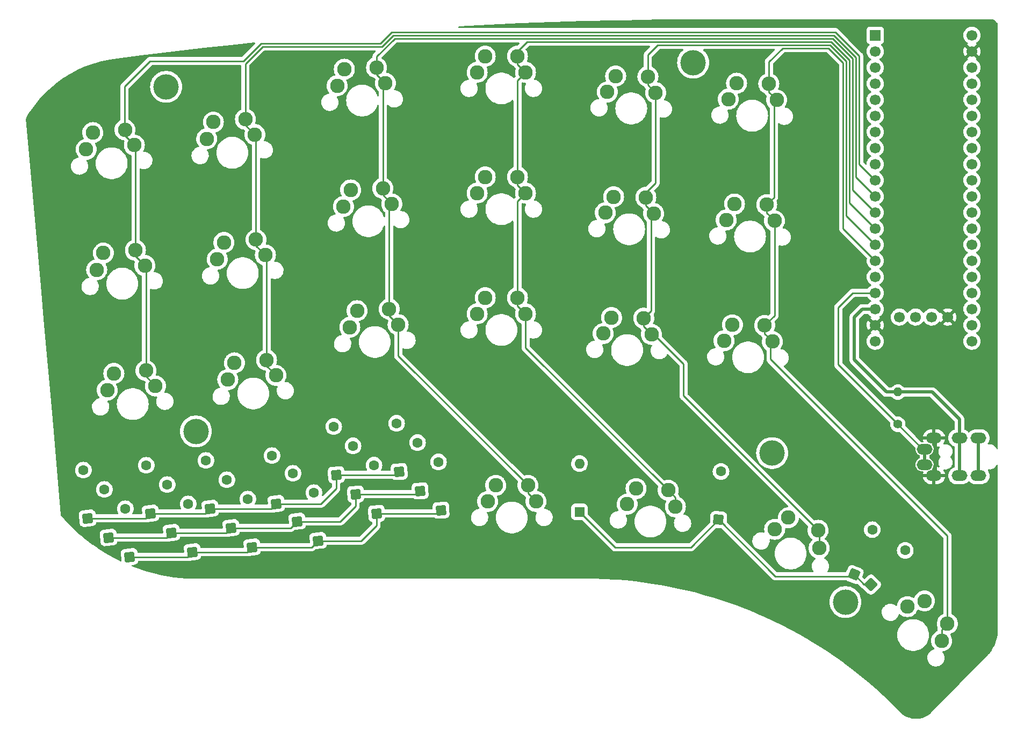
<source format=gtl>
%TF.GenerationSoftware,KiCad,Pcbnew,6.0.0-rc1-unknown-b471945224~144~ubuntu20.04.1*%
%TF.CreationDate,2021-11-24T20:15:14+01:00*%
%TF.ProjectId,khada,6b686164-612e-46b6-9963-61645f706362,rev?*%
%TF.SameCoordinates,Original*%
%TF.FileFunction,Copper,L1,Top*%
%TF.FilePolarity,Positive*%
%FSLAX46Y46*%
G04 Gerber Fmt 4.6, Leading zero omitted, Abs format (unit mm)*
G04 Created by KiCad (PCBNEW 6.0.0-rc1-unknown-b471945224~144~ubuntu20.04.1) date 2021-11-24 20:15:14*
%MOMM*%
%LPD*%
G01*
G04 APERTURE LIST*
G04 Aperture macros list*
%AMRoundRect*
0 Rectangle with rounded corners*
0 $1 Rounding radius*
0 $2 $3 $4 $5 $6 $7 $8 $9 X,Y pos of 4 corners*
0 Add a 4 corners polygon primitive as box body*
4,1,4,$2,$3,$4,$5,$6,$7,$8,$9,$2,$3,0*
0 Add four circle primitives for the rounded corners*
1,1,$1+$1,$2,$3*
1,1,$1+$1,$4,$5*
1,1,$1+$1,$6,$7*
1,1,$1+$1,$8,$9*
0 Add four rect primitives between the rounded corners*
20,1,$1+$1,$2,$3,$4,$5,0*
20,1,$1+$1,$4,$5,$6,$7,0*
20,1,$1+$1,$6,$7,$8,$9,0*
20,1,$1+$1,$8,$9,$2,$3,0*%
%AMHorizOval*
0 Thick line with rounded ends*
0 $1 width*
0 $2 $3 position (X,Y) of the first rounded end (center of the circle)*
0 $4 $5 position (X,Y) of the second rounded end (center of the circle)*
0 Add line between two ends*
20,1,$1,$2,$3,$4,$5,0*
0 Add two circle primitives to create the rounded ends*
1,1,$1,$2,$3*
1,1,$1,$4,$5*%
G04 Aperture macros list end*
%TA.AperFunction,ComponentPad*%
%ADD10C,2.286000*%
%TD*%
%TA.AperFunction,ComponentPad*%
%ADD11RoundRect,0.160000X0.693344X-0.581785X0.581785X0.693344X-0.693344X0.581785X-0.581785X-0.693344X0*%
%TD*%
%TA.AperFunction,ComponentPad*%
%ADD12HorizOval,1.600000X0.000000X0.000000X0.000000X0.000000X0*%
%TD*%
%TA.AperFunction,ComponentPad*%
%ADD13C,4.000000*%
%TD*%
%TA.AperFunction,ComponentPad*%
%ADD14RoundRect,0.160000X0.353649X-0.833146X0.833146X0.353649X-0.353649X0.833146X-0.833146X-0.353649X0*%
%TD*%
%TA.AperFunction,ComponentPad*%
%ADD15HorizOval,1.600000X0.000000X0.000000X0.000000X0.000000X0*%
%TD*%
%TA.AperFunction,ComponentPad*%
%ADD16RoundRect,0.160000X0.672618X-0.605628X0.605628X0.672618X-0.672618X0.605628X-0.605628X-0.672618X0*%
%TD*%
%TA.AperFunction,ComponentPad*%
%ADD17HorizOval,1.600000X0.000000X0.000000X0.000000X0.000000X0*%
%TD*%
%TA.AperFunction,ComponentPad*%
%ADD18RoundRect,0.160000X0.640000X-0.640000X0.640000X0.640000X-0.640000X0.640000X-0.640000X-0.640000X0*%
%TD*%
%TA.AperFunction,ComponentPad*%
%ADD19O,1.600000X1.600000*%
%TD*%
%TA.AperFunction,ComponentPad*%
%ADD20C,1.400000*%
%TD*%
%TA.AperFunction,ComponentPad*%
%ADD21O,1.400000X1.400000*%
%TD*%
%TA.AperFunction,ComponentPad*%
%ADD22RoundRect,0.160000X0.605628X-0.672618X0.672618X0.605628X-0.605628X0.672618X-0.672618X-0.605628X0*%
%TD*%
%TA.AperFunction,ComponentPad*%
%ADD23HorizOval,1.600000X0.000000X0.000000X0.000000X0.000000X0*%
%TD*%
%TA.AperFunction,ComponentPad*%
%ADD24R,1.700000X1.700000*%
%TD*%
%TA.AperFunction,ComponentPad*%
%ADD25C,1.700000*%
%TD*%
%TA.AperFunction,ComponentPad*%
%ADD26RoundRect,0.160000X0.000000X-0.905097X0.905097X0.000000X0.000000X0.905097X-0.905097X0.000000X0*%
%TD*%
%TA.AperFunction,ComponentPad*%
%ADD27HorizOval,1.600000X0.000000X0.000000X0.000000X0.000000X0*%
%TD*%
%TA.AperFunction,ComponentPad*%
%ADD28O,2.500000X1.700000*%
%TD*%
%TA.AperFunction,Conductor*%
%ADD29C,0.254000*%
%TD*%
%TA.AperFunction,Conductor*%
%ADD30C,0.500000*%
%TD*%
G04 APERTURE END LIST*
D10*
%TO.P,SW6,1,1*%
%TO.N,Net-(D6-Pad2)*%
X84174314Y-103745707D03*
X83130523Y-106386729D03*
%TO.P,SW6,2,2*%
%TO.N,col1*%
X89234983Y-103302955D03*
X90721526Y-105722602D03*
%TD*%
%TO.P,SW7,1,1*%
%TO.N,Net-(D7-Pad2)*%
X101496614Y-57432895D03*
X100361288Y-60035881D03*
%TO.P,SW7,2,2*%
%TO.N,col2*%
X106569652Y-57167029D03*
X107970845Y-59637081D03*
%TD*%
D11*
%TO.P,D11,1,K*%
%TO.N,row0*%
X90756063Y-125969502D03*
D12*
%TO.P,D11,2,A*%
%TO.N,Net-(D11-Pad2)*%
X90091937Y-118378498D03*
%TD*%
D11*
%TO.P,D4,1,K*%
%TO.N,row0*%
X70944063Y-127493502D03*
D12*
%TO.P,D4,2,A*%
%TO.N,Net-(D4-Pad2)*%
X70279937Y-119902498D03*
%TD*%
D11*
%TO.P,D13,1,K*%
%TO.N,row2*%
X97360063Y-131811502D03*
D12*
%TO.P,D13,2,A*%
%TO.N,Net-(D13-Pad2)*%
X96695937Y-124220498D03*
%TD*%
D11*
%TO.P,D6,1,K*%
%TO.N,row2*%
X77548063Y-133589502D03*
D12*
%TO.P,D6,2,A*%
%TO.N,Net-(D6-Pad2)*%
X76883937Y-125998498D03*
%TD*%
D13*
%TO.P,H3,*%
%TO.N,*%
X78105000Y-114554000D03*
%TD*%
D10*
%TO.P,SW1,1,1*%
%TO.N,Net-(D1-Pad2)*%
X61856914Y-67423707D03*
X60813123Y-70064729D03*
%TO.P,SW1,2,2*%
%TO.N,col0*%
X66917583Y-66980955D03*
X68404126Y-69400602D03*
%TD*%
D13*
%TO.P,H5,*%
%TO.N,*%
X180467000Y-141478000D03*
%TD*%
%TO.P,H2,*%
%TO.N,*%
X156464000Y-56388000D03*
%TD*%
D11*
%TO.P,D7,1,K*%
%TO.N,row0*%
X80342063Y-126731502D03*
D12*
%TO.P,D7,2,A*%
%TO.N,Net-(D7-Pad2)*%
X79677937Y-119140498D03*
%TD*%
D14*
%TO.P,D18,1,K*%
%TO.N,row3*%
X181833749Y-137136570D03*
D15*
%TO.P,D18,2,A*%
%TO.N,Net-(D18-Pad2)*%
X184688251Y-130071430D03*
%TD*%
D10*
%TO.P,SW13,1,1*%
%TO.N,Net-(D13-Pad2)*%
X123698000Y-93472000D03*
X122428000Y-96012000D03*
%TO.P,SW13,2,2*%
%TO.N,col3*%
X128778000Y-93472000D03*
X130048000Y-96012000D03*
%TD*%
D16*
%TO.P,D19,1,K*%
%TO.N,row0*%
X110126800Y-120893558D03*
D17*
%TO.P,D19,2,A*%
%TO.N,Net-(D19-Pad2)*%
X109728000Y-113284000D03*
%TD*%
D11*
%TO.P,D12,1,K*%
%TO.N,row1*%
X94058063Y-128763502D03*
D12*
%TO.P,D12,2,A*%
%TO.N,Net-(D12-Pad2)*%
X93393937Y-121172498D03*
%TD*%
D10*
%TO.P,SW18,1,1*%
%TO.N,Net-(D18-Pad2)*%
X169316334Y-130004155D03*
X171477832Y-128162301D03*
%TO.P,SW18,2,2*%
%TO.N,col4*%
X176330581Y-132981526D03*
X176153996Y-130147215D03*
%TD*%
D16*
%TO.P,D21,1,K*%
%TO.N,row2*%
X116730800Y-126989558D03*
D17*
%TO.P,D21,2,A*%
%TO.N,Net-(D21-Pad2)*%
X116332000Y-119380000D03*
%TD*%
D10*
%TO.P,SW8,1,1*%
%TO.N,Net-(D8-Pad2)*%
X101361288Y-79077881D03*
X102496614Y-76474895D03*
%TO.P,SW8,2,2*%
%TO.N,col2*%
X108970845Y-78679081D03*
X107569652Y-76209029D03*
%TD*%
D18*
%TO.P,D10,1,K*%
%TO.N,row3*%
X138557000Y-127254000D03*
D19*
%TO.P,D10,2,A*%
%TO.N,Net-(D10-Pad2)*%
X138557000Y-119634000D03*
%TD*%
D10*
%TO.P,SW17,1,1*%
%TO.N,Net-(D17-Pad2)*%
X142284909Y-99120893D03*
X143599045Y-96603445D03*
%TO.P,SW17,2,2*%
%TO.N,col4*%
X149903749Y-99253881D03*
X148678271Y-96692103D03*
%TD*%
%TO.P,SW5,1,1*%
%TO.N,Net-(D5-Pad2)*%
X81470523Y-87394729D03*
X82514314Y-84753707D03*
%TO.P,SW5,2,2*%
%TO.N,col1*%
X87574983Y-84310955D03*
X89061526Y-86730602D03*
%TD*%
%TO.P,SW14,1,1*%
%TO.N,Net-(D14-Pad2)*%
X146061155Y-126042081D03*
X147462348Y-123572029D03*
%TO.P,SW14,2,2*%
%TO.N,col3*%
X153670712Y-126440881D03*
X152535386Y-123837895D03*
%TD*%
%TO.P,SW21,1,1*%
%TO.N,Net-(D21-Pad2)*%
X162654045Y-97746445D03*
X161339909Y-100263893D03*
%TO.P,SW21,2,2*%
%TO.N,col5*%
X167733271Y-97835103D03*
X168958749Y-100396881D03*
%TD*%
D11*
%TO.P,D2,1,K*%
%TO.N,row1*%
X64340063Y-131303502D03*
D12*
%TO.P,D2,2,A*%
%TO.N,Net-(D2-Pad2)*%
X63675937Y-123712498D03*
%TD*%
D10*
%TO.P,SW11,1,1*%
%TO.N,Net-(D11-Pad2)*%
X123698000Y-55372000D03*
X122428000Y-57912000D03*
%TO.P,SW11,2,2*%
%TO.N,col3*%
X130048000Y-57912000D03*
X128778000Y-55372000D03*
%TD*%
D20*
%TO.P,R1,1*%
%TO.N,DATA*%
X188722000Y-113436400D03*
D21*
%TO.P,R1,2*%
%TO.N,+5V*%
X188722000Y-108356400D03*
%TD*%
D10*
%TO.P,SW12,1,1*%
%TO.N,Net-(D12-Pad2)*%
X122428000Y-76962000D03*
X123698000Y-74422000D03*
%TO.P,SW12,2,2*%
%TO.N,col3*%
X130048000Y-76962000D03*
X128778000Y-74422000D03*
%TD*%
%TO.P,SW19,1,1*%
%TO.N,Net-(D19-Pad2)*%
X161999909Y-62149893D03*
X163314045Y-59632445D03*
%TO.P,SW19,2,2*%
%TO.N,col5*%
X168393271Y-59721103D03*
X169618749Y-62282881D03*
%TD*%
D11*
%TO.P,D8,1,K*%
%TO.N,row1*%
X83644063Y-129779502D03*
D12*
%TO.P,D8,2,A*%
%TO.N,Net-(D8-Pad2)*%
X82979937Y-122188498D03*
%TD*%
D10*
%TO.P,SW9,1,1*%
%TO.N,Net-(D9-Pad2)*%
X103497326Y-95516895D03*
X102362000Y-98119881D03*
%TO.P,SW9,2,2*%
%TO.N,col2*%
X108570364Y-95251029D03*
X109971557Y-97721081D03*
%TD*%
D22*
%TO.P,D14,1,K*%
%TO.N,row3*%
X160455600Y-128491702D03*
D23*
%TO.P,D14,2,A*%
%TO.N,Net-(D14-Pad2)*%
X160854400Y-120882144D03*
%TD*%
D11*
%TO.P,D5,1,K*%
%TO.N,row1*%
X74246063Y-130541502D03*
D12*
%TO.P,D5,2,A*%
%TO.N,Net-(D5-Pad2)*%
X73581937Y-122950498D03*
%TD*%
D11*
%TO.P,D1,1,K*%
%TO.N,row0*%
X61038063Y-128255502D03*
D12*
%TO.P,D1,2,A*%
%TO.N,Net-(D1-Pad2)*%
X60373937Y-120664498D03*
%TD*%
D10*
%TO.P,SW2,1,1*%
%TO.N,Net-(D2-Pad2)*%
X62473123Y-89056729D03*
X63516914Y-86415707D03*
%TO.P,SW2,2,2*%
%TO.N,col0*%
X68577583Y-85972955D03*
X70064126Y-88392602D03*
%TD*%
D16*
%TO.P,D16,1,K*%
%TO.N,row1*%
X103268800Y-124449558D03*
D17*
%TO.P,D16,2,A*%
%TO.N,Net-(D16-Pad2)*%
X102870000Y-116840000D03*
%TD*%
D13*
%TO.P,H4,*%
%TO.N,*%
X168910000Y-117983000D03*
%TD*%
D11*
%TO.P,D3,1,K*%
%TO.N,row2*%
X67642063Y-134351502D03*
D12*
%TO.P,D3,2,A*%
%TO.N,Net-(D3-Pad2)*%
X66977937Y-126760498D03*
%TD*%
D16*
%TO.P,D15,1,K*%
%TO.N,row0*%
X100220800Y-121401558D03*
D17*
%TO.P,D15,2,A*%
%TO.N,Net-(D15-Pad2)*%
X99822000Y-113792000D03*
%TD*%
D24*
%TO.P,U1,1,PB12*%
%TO.N,unconnected-(U1-Pad1)*%
X185166000Y-52070000D03*
D25*
%TO.P,U1,2,PB13*%
%TO.N,unconnected-(U1-Pad2)*%
X185166000Y-54610000D03*
%TO.P,U1,3,PB14*%
%TO.N,unconnected-(U1-Pad3)*%
X185166000Y-57150000D03*
%TO.P,U1,4,PB15*%
%TO.N,unconnected-(U1-Pad4)*%
X185166000Y-59690000D03*
%TO.P,U1,5,PA8*%
%TO.N,unconnected-(U1-Pad5)*%
X185166000Y-62230000D03*
%TO.P,U1,6,PA9*%
%TO.N,unconnected-(U1-Pad6)*%
X185166000Y-64770000D03*
%TO.P,U1,7,PA10*%
%TO.N,unconnected-(U1-Pad7)*%
X185166000Y-67310000D03*
%TO.P,U1,8,PA11*%
%TO.N,unconnected-(U1-Pad8)*%
X185166000Y-69850000D03*
%TO.P,U1,9,PA12*%
%TO.N,unconnected-(U1-Pad9)*%
X185166000Y-72390000D03*
%TO.P,U1,10,PA15*%
%TO.N,col0*%
X185166000Y-74930000D03*
%TO.P,U1,11,PB3*%
%TO.N,col1*%
X185166000Y-77470000D03*
%TO.P,U1,12,PB4*%
%TO.N,col2*%
X185166000Y-80010000D03*
%TO.P,U1,13,PB5*%
%TO.N,col3*%
X185166000Y-82550000D03*
%TO.P,U1,14,PB6*%
%TO.N,col4*%
X185166000Y-85090000D03*
%TO.P,U1,15,PB7*%
%TO.N,col5*%
X185166000Y-87630000D03*
%TO.P,U1,16,PB8*%
%TO.N,unconnected-(U1-Pad16)*%
X185166000Y-90170000D03*
%TO.P,U1,17,PB9*%
%TO.N,DATA*%
X185166000Y-92710000D03*
%TO.P,U1,18,5V*%
%TO.N,+5V*%
X185166000Y-95250000D03*
%TO.P,U1,19,GND*%
%TO.N,GND*%
X185166000Y-97790000D03*
%TO.P,U1,20,3V3*%
%TO.N,unconnected-(U1-Pad20)*%
X185166000Y-100330000D03*
%TO.P,U1,21,VBat*%
%TO.N,unconnected-(U1-Pad21)*%
X200406000Y-100330000D03*
%TO.P,U1,22,PC13*%
%TO.N,unconnected-(U1-Pad22)*%
X200406000Y-97790000D03*
%TO.P,U1,23,PC14*%
%TO.N,unconnected-(U1-Pad23)*%
X200406000Y-95250000D03*
%TO.P,U1,24,PC15*%
%TO.N,unconnected-(U1-Pad24)*%
X200406000Y-92710000D03*
%TO.P,U1,25,RES*%
%TO.N,unconnected-(U1-Pad25)*%
X200406000Y-90170000D03*
%TO.P,U1,26,PA0*%
%TO.N,unconnected-(U1-Pad26)*%
X200406000Y-87630000D03*
%TO.P,U1,27,PA1*%
%TO.N,unconnected-(U1-Pad27)*%
X200406000Y-85090000D03*
%TO.P,U1,28,PA2*%
%TO.N,row0*%
X200406000Y-82550000D03*
%TO.P,U1,29,PA3*%
%TO.N,row1*%
X200406000Y-80010000D03*
%TO.P,U1,30,PA4*%
%TO.N,row2*%
X200406000Y-77470000D03*
%TO.P,U1,31,PA5*%
%TO.N,row3*%
X200406000Y-74930000D03*
%TO.P,U1,32,PA6*%
%TO.N,unconnected-(U1-Pad32)*%
X200406000Y-72390000D03*
%TO.P,U1,33,PA7*%
%TO.N,unconnected-(U1-Pad33)*%
X200406000Y-69850000D03*
%TO.P,U1,34,PB0*%
%TO.N,unconnected-(U1-Pad34)*%
X200406000Y-67310000D03*
%TO.P,U1,35,PB1*%
%TO.N,unconnected-(U1-Pad35)*%
X200406000Y-64770000D03*
%TO.P,U1,36,PB2*%
%TO.N,unconnected-(U1-Pad36)*%
X200406000Y-62230000D03*
%TO.P,U1,37,PB10*%
%TO.N,unconnected-(U1-Pad37)*%
X200406000Y-59690000D03*
%TO.P,U1,38,3V3*%
%TO.N,unconnected-(U1-Pad38)*%
X200406000Y-57150000D03*
%TO.P,U1,39,GND*%
%TO.N,GND*%
X200406000Y-54610000D03*
%TO.P,U1,40,5V*%
%TO.N,unconnected-(U1-Pad40)*%
X200406000Y-52070000D03*
%TO.P,U1,41,GND*%
%TO.N,GND*%
X196598000Y-96519000D03*
%TO.P,U1,42,SWCLK*%
%TO.N,unconnected-(U1-Pad42)*%
X194058000Y-96519000D03*
%TO.P,U1,43,SWIO*%
%TO.N,unconnected-(U1-Pad43)*%
X191518000Y-96519000D03*
%TO.P,U1,44,3V3*%
%TO.N,unconnected-(U1-Pad44)*%
X188978000Y-96519000D03*
%TD*%
D10*
%TO.P,SW10,1,1*%
%TO.N,Net-(D10-Pad2)*%
X125349000Y-123063000D03*
X124079000Y-125603000D03*
%TO.P,SW10,2,2*%
%TO.N,col2*%
X131699000Y-125603000D03*
X130429000Y-123063000D03*
%TD*%
%TO.P,SW22,1,1*%
%TO.N,Net-(D22-Pad2)*%
X192931051Y-141296846D03*
X190236974Y-142194872D03*
%TO.P,SW22,2,2*%
%TO.N,col5*%
X195625128Y-147583026D03*
X196523154Y-144888949D03*
%TD*%
%TO.P,SW16,1,1*%
%TO.N,Net-(D16-Pad2)*%
X143929245Y-77546445D03*
X142615109Y-80063893D03*
%TO.P,SW16,2,2*%
%TO.N,col4*%
X149008471Y-77635103D03*
X150233949Y-80196881D03*
%TD*%
D11*
%TO.P,D9,1,K*%
%TO.N,row2*%
X86946063Y-132827502D03*
D12*
%TO.P,D9,2,A*%
%TO.N,Net-(D9-Pad2)*%
X86281937Y-125236498D03*
%TD*%
D13*
%TO.P,H1,*%
%TO.N,*%
X73406000Y-60198000D03*
%TD*%
D10*
%TO.P,SW20,1,1*%
%TO.N,Net-(D20-Pad2)*%
X161669909Y-81206893D03*
X162984045Y-78689445D03*
%TO.P,SW20,2,2*%
%TO.N,col5*%
X168063271Y-78778103D03*
X169288749Y-81339881D03*
%TD*%
%TO.P,SW15,1,1*%
%TO.N,Net-(D15-Pad2)*%
X142945109Y-61006893D03*
X144259245Y-58489445D03*
%TO.P,SW15,2,2*%
%TO.N,col4*%
X150563949Y-61139881D03*
X149338471Y-58578103D03*
%TD*%
D26*
%TO.P,D22,1,K*%
%TO.N,row3*%
X184503923Y-138711077D03*
D27*
%TO.P,D22,2,A*%
%TO.N,Net-(D22-Pad2)*%
X189892077Y-133322923D03*
%TD*%
D10*
%TO.P,SW4,1,1*%
%TO.N,Net-(D4-Pad2)*%
X79810523Y-68402729D03*
X80854314Y-65761707D03*
%TO.P,SW4,2,2*%
%TO.N,col1*%
X87401526Y-67738602D03*
X85914983Y-65318955D03*
%TD*%
D16*
%TO.P,D20,1,K*%
%TO.N,row1*%
X113428800Y-123941558D03*
D17*
%TO.P,D20,2,A*%
%TO.N,Net-(D20-Pad2)*%
X113030000Y-116332000D03*
%TD*%
D10*
%TO.P,SW3,1,1*%
%TO.N,Net-(D3-Pad2)*%
X65176914Y-105407707D03*
X64133123Y-108048729D03*
%TO.P,SW3,2,2*%
%TO.N,col0*%
X70237583Y-104964955D03*
X71724126Y-107384602D03*
%TD*%
D28*
%TO.P,J1,A*%
%TO.N,DATA*%
X192923200Y-119792200D03*
X192923200Y-117342200D03*
%TO.P,J1,B*%
%TO.N,unconnected-(J1-PadB)*%
X201423200Y-115592200D03*
X201423200Y-121542200D03*
%TO.P,J1,C*%
%TO.N,+5V*%
X198423200Y-115592200D03*
X198423200Y-121542200D03*
%TO.P,J1,D*%
%TO.N,GND*%
X194423200Y-121542200D03*
X194423200Y-115592200D03*
%TD*%
D16*
%TO.P,D17,1,K*%
%TO.N,row2*%
X106570800Y-127497558D03*
D17*
%TO.P,D17,2,A*%
%TO.N,Net-(D17-Pad2)*%
X106172000Y-119888000D03*
%TD*%
D29*
%TO.N,row0*%
X90756063Y-125969502D02*
X97804498Y-125969502D01*
X80342063Y-126731502D02*
X89994063Y-126731502D01*
X79580063Y-127493502D02*
X80342063Y-126731502D01*
X61038063Y-128255502D02*
X70182063Y-128255502D01*
X100220800Y-121401558D02*
X109618800Y-121401558D01*
X100220800Y-123553200D02*
X100220800Y-121401558D01*
X89994063Y-126731502D02*
X90756063Y-125969502D01*
X70944063Y-127493502D02*
X79580063Y-127493502D01*
X97804498Y-125969502D02*
X100220800Y-123553200D01*
X109618800Y-121401558D02*
X110126800Y-120893558D01*
X70182063Y-128255502D02*
X70944063Y-127493502D01*
%TO.N,row1*%
X64340063Y-131303502D02*
X73484063Y-131303502D01*
X103268800Y-124449558D02*
X112920800Y-124449558D01*
X83644063Y-129779502D02*
X93042063Y-129779502D01*
X94058063Y-128763502D02*
X100852498Y-128763502D01*
X103268800Y-126347200D02*
X103268800Y-124449558D01*
X74246063Y-130541502D02*
X82882063Y-130541502D01*
X73484063Y-131303502D02*
X74246063Y-130541502D01*
X100852498Y-128763502D02*
X103268800Y-126347200D01*
X82882063Y-130541502D02*
X83644063Y-129779502D01*
X112920800Y-124449558D02*
X113428800Y-123941558D01*
X93042063Y-129779502D02*
X94058063Y-128763502D01*
%TO.N,row2*%
X86946063Y-132827502D02*
X96344063Y-132827502D01*
X97360063Y-131811502D02*
X104154498Y-131811502D01*
X86184063Y-133589502D02*
X86946063Y-132827502D01*
X96344063Y-132827502D02*
X97360063Y-131811502D01*
X116222800Y-127497558D02*
X116730800Y-126989558D01*
X77548063Y-133589502D02*
X86184063Y-133589502D01*
X106570800Y-129395200D02*
X106570800Y-127497558D01*
X106570800Y-127497558D02*
X116222800Y-127497558D01*
X76786063Y-134351502D02*
X77548063Y-133589502D01*
X67642063Y-134351502D02*
X76786063Y-134351502D01*
X104154498Y-131811502D02*
X106570800Y-129395200D01*
%TO.N,row3*%
X181556319Y-137414000D02*
X181833749Y-137136570D01*
X160455600Y-128491702D02*
X160495702Y-128491702D01*
X138557000Y-127254000D02*
X144145000Y-132842000D01*
X183408256Y-138711077D02*
X184503923Y-138711077D01*
X160495702Y-128491702D02*
X169418000Y-137414000D01*
X144145000Y-132842000D02*
X156105302Y-132842000D01*
X181833749Y-137136570D02*
X183408256Y-138711077D01*
X156105302Y-132842000D02*
X160455600Y-128491702D01*
X169418000Y-137414000D02*
X181556319Y-137414000D01*
%TO.N,col0*%
X107188000Y-53340000D02*
X108966001Y-51562000D01*
X182626000Y-55336894D02*
X182626000Y-72390000D01*
X70064126Y-88392602D02*
X68577583Y-86906059D01*
X68577583Y-85972955D02*
X68577583Y-69574059D01*
X178851108Y-51562000D02*
X180527853Y-53238743D01*
X68577583Y-86906059D02*
X68577583Y-85972955D01*
X68404126Y-69400602D02*
X66917583Y-67914059D01*
X108966001Y-51562000D02*
X178851108Y-51562000D01*
X66857583Y-66853955D02*
X66857583Y-60142417D01*
X66917583Y-67914059D02*
X66917583Y-66980955D01*
X70237583Y-88566059D02*
X70064126Y-88392602D01*
X70237583Y-104964955D02*
X70237583Y-88566059D01*
X70866000Y-56134000D02*
X85598000Y-56134000D01*
X85598000Y-56134000D02*
X88392000Y-53340000D01*
X182626000Y-72390000D02*
X185166000Y-74930000D01*
X66857583Y-60142417D02*
X70866000Y-56134000D01*
X180527853Y-53238743D02*
X182626000Y-55336894D01*
X68577583Y-69574059D02*
X68404126Y-69400602D01*
X71724126Y-107384602D02*
X70237583Y-105898059D01*
X88392000Y-53340000D02*
X107188000Y-53340000D01*
X70237583Y-105898059D02*
X70237583Y-104964955D01*
%TO.N,col1*%
X107398222Y-53847520D02*
X109176222Y-52069520D01*
X182118480Y-74422480D02*
X185166000Y-77470000D01*
X89234983Y-103302955D02*
X89234983Y-86904059D01*
X109176222Y-52069520D02*
X178640886Y-52069520D01*
X87574983Y-85244059D02*
X87574983Y-84310955D01*
X89234983Y-86904059D02*
X89061526Y-86730602D01*
X89234983Y-104236059D02*
X89234983Y-103302955D01*
X89061526Y-86730602D02*
X87574983Y-85244059D01*
X182118480Y-55547115D02*
X182118480Y-74422480D01*
X85882183Y-56567559D02*
X88602222Y-53847520D01*
X180020333Y-53448965D02*
X182118480Y-55547115D01*
X87401526Y-67738602D02*
X85914983Y-66252059D01*
X85882183Y-65177555D02*
X85882183Y-56567559D01*
X87574983Y-84310955D02*
X87574983Y-67912059D01*
X87574983Y-67912059D02*
X87401526Y-67738602D01*
X90721526Y-105722602D02*
X89234983Y-104236059D01*
X178640886Y-52069520D02*
X180020333Y-53448965D01*
X85914983Y-66252059D02*
X85914983Y-65318955D01*
X88602222Y-53847520D02*
X107398222Y-53847520D01*
%TO.N,col2*%
X106569652Y-55438090D02*
X109430702Y-52577040D01*
X106569652Y-57167029D02*
X106569652Y-55438090D01*
X109430702Y-52577040D02*
X178430664Y-52577040D01*
X108970845Y-78679081D02*
X107569652Y-77277888D01*
X181610960Y-55757337D02*
X181610960Y-76454960D01*
X179512813Y-53659187D02*
X181610960Y-55757337D01*
X130429000Y-124333000D02*
X130429000Y-123063000D01*
X106569652Y-58235888D02*
X106569652Y-57167029D01*
X130429000Y-123063000D02*
X109971557Y-102605557D01*
X108570364Y-79079562D02*
X108970845Y-78679081D01*
X108570364Y-95251029D02*
X108570364Y-79079562D01*
X107970845Y-59637081D02*
X106569652Y-58235888D01*
X107569652Y-76209029D02*
X107569652Y-60038274D01*
X107569652Y-60038274D02*
X107970845Y-59637081D01*
X131699000Y-125603000D02*
X130429000Y-124333000D01*
X107569652Y-77277888D02*
X107569652Y-76209029D01*
X109971557Y-102605557D02*
X109971557Y-97721081D01*
X181610960Y-76454960D02*
X185166000Y-80010000D01*
X108570364Y-96319888D02*
X108570364Y-95251029D01*
X178430664Y-52577040D02*
X179512813Y-53659187D01*
X109971557Y-97721081D02*
X108570364Y-96319888D01*
%TO.N,col3*%
X128778000Y-74422000D02*
X128778000Y-59182000D01*
X153670712Y-126440881D02*
X153670712Y-124973221D01*
X128778000Y-78232000D02*
X130048000Y-76962000D01*
X128778000Y-56642000D02*
X128778000Y-55372000D01*
X153670712Y-124973221D02*
X152535386Y-123837895D01*
X130048000Y-57912000D02*
X128778000Y-56642000D01*
X130048000Y-96012000D02*
X128778000Y-94742000D01*
X128778000Y-94742000D02*
X128778000Y-93472000D01*
X130048000Y-101350509D02*
X130048000Y-96012000D01*
X128778000Y-59182000D02*
X130048000Y-57912000D01*
X181103440Y-78487440D02*
X185166000Y-82550000D01*
X130303440Y-53084560D02*
X178220442Y-53084560D01*
X128778000Y-75692000D02*
X128778000Y-74422000D01*
X179491256Y-54355372D02*
X181103440Y-55967558D01*
X128778000Y-93472000D02*
X128778000Y-78232000D01*
X128778000Y-55372000D02*
X128778000Y-54610000D01*
X128778000Y-54610000D02*
X130303440Y-53084560D01*
X152535386Y-123837895D02*
X130048000Y-101350509D01*
X178220442Y-53084560D02*
X179491256Y-54355372D01*
X181103440Y-55967558D02*
X181103440Y-78487440D01*
X130048000Y-76962000D02*
X128778000Y-75692000D01*
%TO.N,col4*%
X150563949Y-61139881D02*
X149338471Y-59914403D01*
X149338471Y-55131529D02*
X150877920Y-53592080D01*
X148678271Y-98028403D02*
X148678271Y-96692103D01*
X149008471Y-77635103D02*
X149008471Y-76924529D01*
X149008471Y-78971403D02*
X149008471Y-77635103D01*
X154940000Y-103884939D02*
X150308942Y-99253881D01*
X180595920Y-56177779D02*
X180595920Y-80519920D01*
X148678271Y-96692103D02*
X149821271Y-95549103D01*
X150877920Y-53592080D02*
X178010221Y-53592080D01*
X149338471Y-58578103D02*
X149338471Y-55131529D01*
X178010221Y-53592080D02*
X179049071Y-54630929D01*
X149903749Y-99253881D02*
X148678271Y-98028403D01*
X150308942Y-99253881D02*
X149903749Y-99253881D01*
X176330581Y-132981526D02*
X176330581Y-130323800D01*
X150233949Y-80196881D02*
X149008471Y-78971403D01*
X149821271Y-95549103D02*
X149821271Y-80609559D01*
X176153996Y-130147215D02*
X154940000Y-108933219D01*
X150558005Y-75374995D02*
X150558005Y-61145825D01*
X149338471Y-59914403D02*
X149338471Y-58578103D01*
X176330581Y-130323800D02*
X176153996Y-130147215D01*
X149008471Y-76924529D02*
X150558005Y-75374995D01*
X149821271Y-80609559D02*
X150233949Y-80196881D01*
X154940000Y-108933219D02*
X154940000Y-103884939D01*
X150558005Y-61145825D02*
X150563949Y-61139881D01*
X179049071Y-54630929D02*
X180595920Y-56177779D01*
X180595920Y-80519920D02*
X185166000Y-85090000D01*
%TO.N,col5*%
X177800000Y-54099600D02*
X180088400Y-56388000D01*
X168393271Y-61057403D02*
X168393271Y-59721103D01*
X168656000Y-100699630D02*
X168958749Y-100396881D01*
X195625128Y-147583026D02*
X195625128Y-145786975D01*
X168393271Y-56278929D02*
X168388671Y-56274329D01*
X170563400Y-54099600D02*
X177800000Y-54099600D01*
X169288749Y-81339881D02*
X169282805Y-81345825D01*
X168063271Y-78778103D02*
X169206271Y-77635103D01*
X168393271Y-59721103D02*
X168393271Y-56278929D01*
X167779071Y-98343103D02*
X168083871Y-98038303D01*
X169282805Y-81345825D02*
X169282805Y-96285569D01*
X168063271Y-80114403D02*
X168063271Y-78778103D01*
X169282805Y-96285569D02*
X167733271Y-97835103D01*
X195625128Y-145786975D02*
X196523154Y-144888949D01*
X167733271Y-99171403D02*
X167733271Y-97835103D01*
X180088400Y-82552400D02*
X185166000Y-87630000D01*
X169618749Y-62282881D02*
X168393271Y-61057403D01*
X196523154Y-144888949D02*
X196523154Y-131039079D01*
X168388671Y-56274329D02*
X170563400Y-54099600D01*
X168083871Y-79293103D02*
X168388671Y-78988303D01*
X196523154Y-131039079D02*
X168656000Y-103171925D01*
X168656000Y-103171925D02*
X168656000Y-100699630D01*
X169206271Y-62695359D02*
X169618749Y-62282881D01*
X180088400Y-56388000D02*
X180088400Y-82552400D01*
X169206271Y-77635103D02*
X169206271Y-62695359D01*
X168958749Y-100396881D02*
X167733271Y-99171403D01*
X169288749Y-81339881D02*
X168063271Y-80114403D01*
D30*
%TO.N,GND*%
X194665600Y-115834600D02*
X194423200Y-115592200D01*
X194665600Y-121299800D02*
X194665600Y-115834600D01*
X194423200Y-121542200D02*
X194665600Y-121299800D01*
%TO.N,unconnected-(J1-PadB)*%
X201423200Y-121542200D02*
X201423200Y-115592200D01*
%TO.N,DATA*%
X192923200Y-119792200D02*
X192923200Y-117342200D01*
D29*
X179324000Y-94996000D02*
X181595000Y-92725000D01*
X179324000Y-104038400D02*
X179324000Y-94996000D01*
X181610000Y-92710000D02*
X181595000Y-92725000D01*
X192627800Y-117342200D02*
X188722000Y-113436400D01*
X188722000Y-113436400D02*
X179324000Y-104038400D01*
X185166000Y-92710000D02*
X181610000Y-92710000D01*
D30*
%TO.N,+5V*%
X194157600Y-108356400D02*
X198423200Y-112622000D01*
X188722000Y-108356400D02*
X194157600Y-108356400D01*
X183032000Y-95352000D02*
X181864000Y-96520000D01*
X185166000Y-95250000D02*
X183134000Y-95250000D01*
X181864000Y-103276400D02*
X186944000Y-108356400D01*
X183134000Y-95250000D02*
X183032000Y-95352000D01*
X198423200Y-112622000D02*
X198423200Y-115592200D01*
X198423200Y-121542200D02*
X198423200Y-115592200D01*
X181864000Y-96520000D02*
X181864000Y-103276400D01*
X186944000Y-108356400D02*
X188722000Y-108356400D01*
%TD*%
%TA.AperFunction,Conductor*%
%TO.N,GND*%
G36*
X129040658Y-53232542D02*
G01*
X129087151Y-53286198D01*
X129097255Y-53356472D01*
X129067761Y-53421052D01*
X129061638Y-53427630D01*
X128898632Y-53590635D01*
X128806391Y-53682876D01*
X128744079Y-53716901D01*
X128727182Y-53719392D01*
X128651324Y-53725363D01*
X128518850Y-53735789D01*
X128514043Y-53736943D01*
X128514037Y-53736944D01*
X128357813Y-53774450D01*
X128266080Y-53796473D01*
X128261509Y-53798366D01*
X128261507Y-53798367D01*
X128030488Y-53894058D01*
X128030486Y-53894059D01*
X128025916Y-53895952D01*
X127804271Y-54031777D01*
X127606602Y-54200602D01*
X127603389Y-54204364D01*
X127451312Y-54382424D01*
X127437777Y-54398271D01*
X127301952Y-54619916D01*
X127300059Y-54624486D01*
X127300058Y-54624488D01*
X127204367Y-54855507D01*
X127202473Y-54860080D01*
X127192071Y-54903407D01*
X127143228Y-55106857D01*
X127141789Y-55112850D01*
X127121393Y-55372000D01*
X127141789Y-55631150D01*
X127142943Y-55635957D01*
X127142944Y-55635963D01*
X127168379Y-55741907D01*
X127202473Y-55883920D01*
X127204366Y-55888491D01*
X127204367Y-55888493D01*
X127290274Y-56095890D01*
X127301952Y-56124084D01*
X127437777Y-56345729D01*
X127440994Y-56349496D01*
X127440995Y-56349497D01*
X127455612Y-56366611D01*
X127606602Y-56543398D01*
X127610364Y-56546611D01*
X127798060Y-56706918D01*
X127804271Y-56712223D01*
X128025916Y-56848048D01*
X128030486Y-56849941D01*
X128030488Y-56849942D01*
X128160525Y-56903805D01*
X128215791Y-56948341D01*
X128216681Y-56950588D01*
X128220146Y-56955357D01*
X128242764Y-56986488D01*
X128249281Y-56996410D01*
X128267826Y-57027768D01*
X128267829Y-57027772D01*
X128271866Y-57034598D01*
X128286250Y-57048982D01*
X128299091Y-57064016D01*
X128311058Y-57080487D01*
X128334838Y-57100159D01*
X128345255Y-57108777D01*
X128354035Y-57116767D01*
X128461232Y-57223964D01*
X128495258Y-57286276D01*
X128488546Y-57361276D01*
X128472473Y-57400080D01*
X128451715Y-57486543D01*
X128413228Y-57646857D01*
X128411789Y-57652850D01*
X128391393Y-57912000D01*
X128411789Y-58171150D01*
X128412943Y-58175957D01*
X128412944Y-58175963D01*
X128450661Y-58333067D01*
X128472473Y-58423920D01*
X128474367Y-58428492D01*
X128488546Y-58462725D01*
X128496134Y-58533315D01*
X128461231Y-58600036D01*
X128384517Y-58676750D01*
X128376191Y-58684326D01*
X128369697Y-58688447D01*
X128325416Y-58735602D01*
X128322915Y-58738265D01*
X128320160Y-58741107D01*
X128300361Y-58760906D01*
X128297937Y-58764031D01*
X128297929Y-58764040D01*
X128297863Y-58764126D01*
X128290150Y-58773156D01*
X128285210Y-58778416D01*
X128223996Y-58814378D01*
X128153056Y-58811536D01*
X128096280Y-58772473D01*
X128094152Y-58769900D01*
X128065778Y-58735602D01*
X127836244Y-58520055D01*
X127800899Y-58494375D01*
X127697393Y-58419174D01*
X127581504Y-58334976D01*
X127562729Y-58324654D01*
X127309039Y-58185187D01*
X127309036Y-58185186D01*
X127305577Y-58183284D01*
X127012813Y-58067370D01*
X126707830Y-57989064D01*
X126395438Y-57949600D01*
X126080562Y-57949600D01*
X125768170Y-57989064D01*
X125463187Y-58067370D01*
X125170423Y-58183284D01*
X125166964Y-58185186D01*
X125166961Y-58185187D01*
X124913272Y-58324654D01*
X124894496Y-58334976D01*
X124778607Y-58419174D01*
X124675102Y-58494375D01*
X124639756Y-58520055D01*
X124410222Y-58735602D01*
X124209513Y-58978218D01*
X124040794Y-59244076D01*
X124039110Y-59247655D01*
X124039106Y-59247662D01*
X123908416Y-59525394D01*
X123906727Y-59528984D01*
X123905501Y-59532756D01*
X123905501Y-59532757D01*
X123886956Y-59589833D01*
X123809425Y-59828448D01*
X123750423Y-60137746D01*
X123730652Y-60452000D01*
X123750423Y-60766254D01*
X123809425Y-61075552D01*
X123835109Y-61154598D01*
X123896742Y-61344284D01*
X123906727Y-61375016D01*
X123908414Y-61378602D01*
X123908416Y-61378606D01*
X124039106Y-61656338D01*
X124039110Y-61656345D01*
X124040794Y-61659924D01*
X124042918Y-61663270D01*
X124042918Y-61663271D01*
X124054204Y-61681055D01*
X124209513Y-61925782D01*
X124410222Y-62168398D01*
X124639756Y-62383945D01*
X124642958Y-62386272D01*
X124642960Y-62386273D01*
X124688989Y-62419715D01*
X124894496Y-62569024D01*
X124897965Y-62570931D01*
X124897968Y-62570933D01*
X125148782Y-62708819D01*
X125170423Y-62720716D01*
X125369090Y-62799374D01*
X125430121Y-62823538D01*
X125463187Y-62836630D01*
X125768170Y-62914936D01*
X126080562Y-62954400D01*
X126395438Y-62954400D01*
X126707830Y-62914936D01*
X127012813Y-62836630D01*
X127045880Y-62823538D01*
X127106910Y-62799374D01*
X127305577Y-62720716D01*
X127327218Y-62708819D01*
X127578032Y-62570933D01*
X127578035Y-62570931D01*
X127581504Y-62569024D01*
X127787011Y-62419715D01*
X127833040Y-62386273D01*
X127833042Y-62386272D01*
X127836244Y-62383945D01*
X127930247Y-62295670D01*
X127993597Y-62263619D01*
X128064219Y-62270906D01*
X128119690Y-62315216D01*
X128142500Y-62387520D01*
X128142500Y-72813471D01*
X128122498Y-72881592D01*
X128064717Y-72929880D01*
X128030492Y-72944056D01*
X128030488Y-72944058D01*
X128025916Y-72945952D01*
X127804271Y-73081777D01*
X127800504Y-73084994D01*
X127800503Y-73084995D01*
X127778954Y-73103400D01*
X127606602Y-73250602D01*
X127603389Y-73254364D01*
X127449820Y-73434171D01*
X127437777Y-73448271D01*
X127301952Y-73669916D01*
X127300059Y-73674486D01*
X127300058Y-73674488D01*
X127217243Y-73874422D01*
X127202473Y-73910080D01*
X127195831Y-73937747D01*
X127148754Y-74133840D01*
X127141789Y-74162850D01*
X127121393Y-74422000D01*
X127141789Y-74681150D01*
X127142943Y-74685957D01*
X127142944Y-74685963D01*
X127174806Y-74818676D01*
X127202473Y-74933920D01*
X127204366Y-74938491D01*
X127204367Y-74938493D01*
X127284555Y-75132083D01*
X127301952Y-75174084D01*
X127437777Y-75395729D01*
X127440994Y-75399496D01*
X127440995Y-75399497D01*
X127488636Y-75455277D01*
X127606602Y-75593398D01*
X127610364Y-75596611D01*
X127793920Y-75753382D01*
X127804271Y-75762223D01*
X128025916Y-75898048D01*
X128030486Y-75899941D01*
X128030488Y-75899942D01*
X128160525Y-75953805D01*
X128215791Y-75998341D01*
X128216681Y-76000588D01*
X128220146Y-76005357D01*
X128242764Y-76036488D01*
X128249281Y-76046410D01*
X128267826Y-76077768D01*
X128267829Y-76077772D01*
X128271866Y-76084598D01*
X128286250Y-76098982D01*
X128299091Y-76114016D01*
X128311058Y-76130487D01*
X128343302Y-76157161D01*
X128345255Y-76158777D01*
X128354035Y-76166767D01*
X128461232Y-76273964D01*
X128495258Y-76336276D01*
X128488546Y-76411276D01*
X128472473Y-76450080D01*
X128465332Y-76479825D01*
X128420733Y-76665596D01*
X128411789Y-76702850D01*
X128391393Y-76962000D01*
X128411789Y-77221150D01*
X128412943Y-77225957D01*
X128412944Y-77225963D01*
X128447798Y-77371140D01*
X128472473Y-77473920D01*
X128474367Y-77478492D01*
X128488546Y-77512725D01*
X128496134Y-77583315D01*
X128461231Y-77650036D01*
X128384517Y-77726750D01*
X128376191Y-77734326D01*
X128369697Y-77738447D01*
X128326398Y-77784556D01*
X128322915Y-77788265D01*
X128320160Y-77791107D01*
X128300361Y-77810906D01*
X128297937Y-77814031D01*
X128297929Y-77814040D01*
X128297863Y-77814126D01*
X128290150Y-77823156D01*
X128285210Y-77828416D01*
X128223996Y-77864378D01*
X128153056Y-77861536D01*
X128096280Y-77822473D01*
X128092338Y-77817707D01*
X128065778Y-77785602D01*
X127836244Y-77570055D01*
X127581504Y-77384976D01*
X127574067Y-77380887D01*
X127309039Y-77235187D01*
X127309036Y-77235186D01*
X127305577Y-77233284D01*
X127012813Y-77117370D01*
X126707830Y-77039064D01*
X126395438Y-76999600D01*
X126080562Y-76999600D01*
X125768170Y-77039064D01*
X125463187Y-77117370D01*
X125170423Y-77233284D01*
X125166964Y-77235186D01*
X125166961Y-77235187D01*
X124901934Y-77380887D01*
X124894496Y-77384976D01*
X124639756Y-77570055D01*
X124410222Y-77785602D01*
X124209513Y-78028218D01*
X124040794Y-78294076D01*
X124039110Y-78297655D01*
X124039106Y-78297662D01*
X123908416Y-78575394D01*
X123906727Y-78578984D01*
X123905501Y-78582756D01*
X123905501Y-78582757D01*
X123885742Y-78643570D01*
X123809425Y-78878448D01*
X123750423Y-79187746D01*
X123730652Y-79502000D01*
X123750423Y-79816254D01*
X123809425Y-80125552D01*
X123835164Y-80204767D01*
X123903436Y-80414886D01*
X123906727Y-80425016D01*
X123908414Y-80428602D01*
X123908416Y-80428606D01*
X124039106Y-80706338D01*
X124039110Y-80706345D01*
X124040794Y-80709924D01*
X124042918Y-80713270D01*
X124042918Y-80713271D01*
X124059042Y-80738678D01*
X124209513Y-80975782D01*
X124410222Y-81218398D01*
X124639756Y-81433945D01*
X124642958Y-81436272D01*
X124642960Y-81436273D01*
X124647889Y-81439854D01*
X124894496Y-81619024D01*
X124897965Y-81620931D01*
X124897968Y-81620933D01*
X125166961Y-81768813D01*
X125170423Y-81770716D01*
X125463187Y-81886630D01*
X125768170Y-81964936D01*
X126080562Y-82004400D01*
X126395438Y-82004400D01*
X126707830Y-81964936D01*
X127012813Y-81886630D01*
X127305577Y-81770716D01*
X127309039Y-81768813D01*
X127578032Y-81620933D01*
X127578035Y-81620931D01*
X127581504Y-81619024D01*
X127828111Y-81439854D01*
X127833040Y-81436273D01*
X127833042Y-81436272D01*
X127836244Y-81433945D01*
X127930247Y-81345670D01*
X127993597Y-81313619D01*
X128064219Y-81320906D01*
X128119690Y-81365216D01*
X128142500Y-81437520D01*
X128142500Y-91863471D01*
X128122498Y-91931592D01*
X128064717Y-91979880D01*
X128030492Y-91994056D01*
X128030488Y-91994058D01*
X128025916Y-91995952D01*
X127804271Y-92131777D01*
X127800504Y-92134994D01*
X127800503Y-92134995D01*
X127683869Y-92234610D01*
X127606602Y-92300602D01*
X127603389Y-92304364D01*
X127451382Y-92482342D01*
X127437777Y-92498271D01*
X127301952Y-92719916D01*
X127300059Y-92724486D01*
X127300058Y-92724488D01*
X127215801Y-92927904D01*
X127202473Y-92960080D01*
X127191496Y-93005803D01*
X127143228Y-93206857D01*
X127141789Y-93212850D01*
X127121393Y-93472000D01*
X127141789Y-93731150D01*
X127142943Y-93735957D01*
X127142944Y-93735963D01*
X127177739Y-93880896D01*
X127202473Y-93983920D01*
X127204366Y-93988491D01*
X127204367Y-93988493D01*
X127232607Y-94056669D01*
X127301952Y-94224084D01*
X127437777Y-94445729D01*
X127440994Y-94449496D01*
X127440995Y-94449497D01*
X127488042Y-94504582D01*
X127606602Y-94643398D01*
X127636798Y-94669188D01*
X127752350Y-94767878D01*
X127804271Y-94812223D01*
X128025916Y-94948048D01*
X128030486Y-94949941D01*
X128030488Y-94949942D01*
X128160525Y-95003805D01*
X128215791Y-95048341D01*
X128216681Y-95050588D01*
X128220146Y-95055357D01*
X128242764Y-95086488D01*
X128249281Y-95096410D01*
X128267826Y-95127768D01*
X128267829Y-95127772D01*
X128271866Y-95134598D01*
X128286250Y-95148982D01*
X128299091Y-95164016D01*
X128311058Y-95180487D01*
X128335938Y-95201069D01*
X128345255Y-95208777D01*
X128354035Y-95216767D01*
X128461232Y-95323964D01*
X128495258Y-95386276D01*
X128488546Y-95461276D01*
X128472473Y-95500080D01*
X128457768Y-95561332D01*
X128413228Y-95746857D01*
X128411789Y-95752850D01*
X128391393Y-96012000D01*
X128411789Y-96271150D01*
X128412943Y-96275957D01*
X128412944Y-96275963D01*
X128450217Y-96431215D01*
X128472473Y-96523920D01*
X128474366Y-96528491D01*
X128474367Y-96528493D01*
X128563461Y-96743584D01*
X128571952Y-96764084D01*
X128707777Y-96985729D01*
X128710994Y-96989496D01*
X128710995Y-96989497D01*
X128751052Y-97036398D01*
X128876602Y-97183398D01*
X128880364Y-97186611D01*
X129045904Y-97327995D01*
X129074271Y-97352223D01*
X129295916Y-97488048D01*
X129300486Y-97489941D01*
X129300492Y-97489944D01*
X129334717Y-97504120D01*
X129389999Y-97548668D01*
X129412500Y-97620529D01*
X129412500Y-101271489D01*
X129411970Y-101282723D01*
X129410292Y-101290228D01*
X129410541Y-101298147D01*
X129412438Y-101358521D01*
X129412500Y-101362478D01*
X129412500Y-101390492D01*
X129412996Y-101394417D01*
X129412996Y-101394418D01*
X129413008Y-101394513D01*
X129413941Y-101406358D01*
X129415335Y-101450714D01*
X129418798Y-101462634D01*
X129421013Y-101470257D01*
X129425023Y-101489621D01*
X129427573Y-101509808D01*
X129430489Y-101517172D01*
X129430490Y-101517177D01*
X129443907Y-101551065D01*
X129447752Y-101562294D01*
X129451477Y-101575115D01*
X129460131Y-101604902D01*
X129464169Y-101611729D01*
X129464170Y-101611732D01*
X129470488Y-101622415D01*
X129479188Y-101640173D01*
X129483761Y-101651724D01*
X129483765Y-101651730D01*
X129486681Y-101659097D01*
X129491339Y-101665508D01*
X129491340Y-101665510D01*
X129493346Y-101668271D01*
X129511708Y-101693543D01*
X129512764Y-101694997D01*
X129519281Y-101704919D01*
X129537826Y-101736277D01*
X129537829Y-101736281D01*
X129541866Y-101743107D01*
X129556250Y-101757491D01*
X129569091Y-101772525D01*
X129581058Y-101788996D01*
X129587166Y-101794049D01*
X129615255Y-101817286D01*
X129624035Y-101825276D01*
X150948618Y-123149859D01*
X150982644Y-123212171D01*
X150975932Y-123287171D01*
X150959859Y-123325975D01*
X150939101Y-123412438D01*
X150901249Y-123570108D01*
X150899175Y-123578745D01*
X150878779Y-123837895D01*
X150899175Y-124097045D01*
X150900329Y-124101852D01*
X150900330Y-124101858D01*
X150934123Y-124242617D01*
X150959859Y-124349815D01*
X150961752Y-124354386D01*
X150961753Y-124354388D01*
X151055101Y-124579749D01*
X151059338Y-124589979D01*
X151195163Y-124811624D01*
X151198380Y-124815391D01*
X151198381Y-124815392D01*
X151284245Y-124915926D01*
X151363988Y-125009293D01*
X151367750Y-125012506D01*
X151546468Y-125165145D01*
X151561657Y-125178118D01*
X151783302Y-125313943D01*
X151787872Y-125315836D01*
X151787874Y-125315837D01*
X151997322Y-125402593D01*
X152023466Y-125413422D01*
X152067190Y-125423919D01*
X152151182Y-125444084D01*
X152212751Y-125479436D01*
X152245434Y-125542463D01*
X152238853Y-125613154D01*
X152229202Y-125632437D01*
X152194664Y-125688797D01*
X152192771Y-125693367D01*
X152192769Y-125693371D01*
X152098761Y-125920327D01*
X152095185Y-125928961D01*
X152091214Y-125945501D01*
X152038192Y-126166357D01*
X152034501Y-126181731D01*
X152014105Y-126440881D01*
X152034501Y-126700031D01*
X152035655Y-126704838D01*
X152035656Y-126704844D01*
X152068285Y-126840753D01*
X152095185Y-126952801D01*
X152097078Y-126957372D01*
X152097079Y-126957374D01*
X152191284Y-127184804D01*
X152194664Y-127192965D01*
X152330489Y-127414610D01*
X152333706Y-127418377D01*
X152333707Y-127418378D01*
X152408568Y-127506029D01*
X152499314Y-127612279D01*
X152525638Y-127634762D01*
X152642197Y-127734312D01*
X152696983Y-127781104D01*
X152918628Y-127916929D01*
X152923198Y-127918822D01*
X152923200Y-127918823D01*
X153150523Y-128012983D01*
X153158792Y-128016408D01*
X153242211Y-128036435D01*
X153406749Y-128075937D01*
X153406755Y-128075938D01*
X153411562Y-128077092D01*
X153520744Y-128085685D01*
X153582378Y-128090536D01*
X153648720Y-128115822D01*
X153690859Y-128172960D01*
X153695418Y-128243810D01*
X153676580Y-128287151D01*
X153619996Y-128370101D01*
X153598774Y-128415819D01*
X153528605Y-128566986D01*
X153525878Y-128572860D01*
X153466140Y-128788268D01*
X153442386Y-129010540D01*
X153442683Y-129015692D01*
X153442683Y-129015696D01*
X153450306Y-129147899D01*
X153455254Y-129233707D01*
X153456391Y-129238753D01*
X153456392Y-129238759D01*
X153480862Y-129347338D01*
X153504398Y-129451776D01*
X153545905Y-129553996D01*
X153580871Y-129640107D01*
X153588498Y-129658891D01*
X153591203Y-129663306D01*
X153591204Y-129663307D01*
X153601770Y-129680549D01*
X153705297Y-129849488D01*
X153851656Y-130018450D01*
X153855631Y-130021750D01*
X153855634Y-130021753D01*
X153902208Y-130060419D01*
X154023646Y-130161239D01*
X154216648Y-130274020D01*
X154221468Y-130275860D01*
X154221473Y-130275863D01*
X154323278Y-130314738D01*
X154425478Y-130353764D01*
X154430546Y-130354795D01*
X154430549Y-130354796D01*
X154537881Y-130376633D01*
X154644528Y-130398331D01*
X154649701Y-130398521D01*
X154649704Y-130398521D01*
X154862752Y-130406333D01*
X154862756Y-130406333D01*
X154867916Y-130406522D01*
X154873036Y-130405866D01*
X154873038Y-130405866D01*
X155084514Y-130378775D01*
X155084515Y-130378775D01*
X155089642Y-130378118D01*
X155125464Y-130367371D01*
X155298798Y-130315368D01*
X155303751Y-130313882D01*
X155308390Y-130311609D01*
X155308396Y-130311607D01*
X155465185Y-130234797D01*
X155504495Y-130215539D01*
X155593370Y-130152145D01*
X155682268Y-130088735D01*
X155682273Y-130088731D01*
X155686480Y-130085730D01*
X155844821Y-129927941D01*
X155975265Y-129746409D01*
X155978666Y-129739529D01*
X156072014Y-129550653D01*
X156072015Y-129550651D01*
X156074308Y-129546011D01*
X156139291Y-129332126D01*
X156168469Y-129110501D01*
X156169652Y-129062073D01*
X156170015Y-129047232D01*
X156170015Y-129047228D01*
X156170097Y-129043867D01*
X156151781Y-128821081D01*
X156097323Y-128604278D01*
X156031958Y-128453948D01*
X156010248Y-128404017D01*
X156010246Y-128404014D01*
X156008188Y-128399280D01*
X155918980Y-128261385D01*
X155889576Y-128215933D01*
X155889574Y-128215930D01*
X155886768Y-128211593D01*
X155736324Y-128046257D01*
X155732273Y-128043058D01*
X155732269Y-128043054D01*
X155564952Y-127910915D01*
X155564948Y-127910913D01*
X155560897Y-127907713D01*
X155541078Y-127896772D01*
X155488134Y-127867546D01*
X155365197Y-127799681D01*
X155162442Y-127727882D01*
X155159353Y-127726788D01*
X155159350Y-127726787D01*
X155154481Y-127725063D01*
X155149392Y-127724156D01*
X155149390Y-127724156D01*
X155061064Y-127708423D01*
X155016348Y-127700458D01*
X154952791Y-127668820D01*
X154916427Y-127607843D01*
X154918804Y-127536886D01*
X154942631Y-127494584D01*
X155010935Y-127414610D01*
X155146760Y-127192965D01*
X155150141Y-127184804D01*
X155244345Y-126957374D01*
X155244346Y-126957372D01*
X155246239Y-126952801D01*
X155273139Y-126840753D01*
X155305768Y-126704844D01*
X155305769Y-126704838D01*
X155306923Y-126700031D01*
X155327319Y-126440881D01*
X155306923Y-126181731D01*
X155303233Y-126166357D01*
X155250210Y-125945501D01*
X155246239Y-125928961D01*
X155242663Y-125920327D01*
X155148654Y-125693369D01*
X155148653Y-125693367D01*
X155146760Y-125688797D01*
X155010935Y-125467152D01*
X154994621Y-125448050D01*
X154845323Y-125273245D01*
X154842110Y-125269483D01*
X154738766Y-125181219D01*
X154648209Y-125103876D01*
X154648208Y-125103875D01*
X154644441Y-125100658D01*
X154422796Y-124964833D01*
X154373260Y-124944315D01*
X154317981Y-124899766D01*
X154300482Y-124863054D01*
X154297698Y-124853470D01*
X154293690Y-124834115D01*
X154292180Y-124822165D01*
X154291139Y-124813922D01*
X154288223Y-124806558D01*
X154288222Y-124806553D01*
X154274800Y-124772656D01*
X154270961Y-124761445D01*
X154258580Y-124718828D01*
X154248223Y-124701314D01*
X154239527Y-124683564D01*
X154234951Y-124672006D01*
X154234948Y-124672001D01*
X154232031Y-124664633D01*
X154205945Y-124628728D01*
X154199428Y-124618806D01*
X154180884Y-124587449D01*
X154180882Y-124587446D01*
X154176846Y-124580622D01*
X154162459Y-124566235D01*
X154149618Y-124551201D01*
X154142314Y-124541148D01*
X154137654Y-124534734D01*
X154131545Y-124529681D01*
X154126119Y-124523902D01*
X154127280Y-124522811D01*
X154092657Y-124471543D01*
X154091041Y-124400565D01*
X154096305Y-124385084D01*
X154109017Y-124354394D01*
X154109019Y-124354387D01*
X154110913Y-124349815D01*
X154136649Y-124242617D01*
X154170442Y-124101858D01*
X154170443Y-124101852D01*
X154171597Y-124097045D01*
X154191993Y-123837895D01*
X154171597Y-123578745D01*
X154169524Y-123570108D01*
X154131671Y-123412438D01*
X154110913Y-123325975D01*
X154107532Y-123317813D01*
X154013328Y-123090383D01*
X154013327Y-123090381D01*
X154011434Y-123085811D01*
X153875609Y-122864166D01*
X153870802Y-122858537D01*
X153718458Y-122680166D01*
X153706784Y-122666497D01*
X153630474Y-122601322D01*
X153512883Y-122500890D01*
X153512882Y-122500889D01*
X153509115Y-122497672D01*
X153287470Y-122361847D01*
X153282900Y-122359954D01*
X153282898Y-122359953D01*
X153051879Y-122264262D01*
X153051877Y-122264261D01*
X153047306Y-122262368D01*
X152939790Y-122236556D01*
X152799349Y-122202839D01*
X152799343Y-122202838D01*
X152794536Y-122201684D01*
X152535386Y-122181288D01*
X152276236Y-122201684D01*
X152271429Y-122202838D01*
X152271423Y-122202839D01*
X152130982Y-122236556D01*
X152023466Y-122262368D01*
X152017257Y-122264940D01*
X151984661Y-122278441D01*
X151914071Y-122286029D01*
X151847350Y-122251126D01*
X150478368Y-120882144D01*
X159540902Y-120882144D01*
X159560857Y-121110231D01*
X159562281Y-121115544D01*
X159562281Y-121115546D01*
X159607528Y-121284407D01*
X159620116Y-121331387D01*
X159622439Y-121336368D01*
X159622439Y-121336369D01*
X159714551Y-121533906D01*
X159714554Y-121533911D01*
X159716877Y-121538893D01*
X159848202Y-121726444D01*
X160010100Y-121888342D01*
X160014608Y-121891499D01*
X160014611Y-121891501D01*
X160082378Y-121938952D01*
X160197651Y-122019667D01*
X160202633Y-122021990D01*
X160202638Y-122021993D01*
X160392892Y-122110709D01*
X160405157Y-122116428D01*
X160410465Y-122117850D01*
X160410467Y-122117851D01*
X160620998Y-122174263D01*
X160621000Y-122174263D01*
X160626313Y-122175687D01*
X160854400Y-122195642D01*
X161082487Y-122175687D01*
X161087800Y-122174263D01*
X161087802Y-122174263D01*
X161298333Y-122117851D01*
X161298335Y-122117850D01*
X161303643Y-122116428D01*
X161315908Y-122110709D01*
X161506162Y-122021993D01*
X161506167Y-122021990D01*
X161511149Y-122019667D01*
X161626422Y-121938952D01*
X161694189Y-121891501D01*
X161694192Y-121891499D01*
X161698700Y-121888342D01*
X161860598Y-121726444D01*
X161991923Y-121538893D01*
X161994246Y-121533911D01*
X161994249Y-121533906D01*
X162086361Y-121336369D01*
X162086361Y-121336368D01*
X162088684Y-121331387D01*
X162101273Y-121284407D01*
X162146519Y-121115546D01*
X162146519Y-121115544D01*
X162147943Y-121110231D01*
X162167898Y-120882144D01*
X162147943Y-120654057D01*
X162144335Y-120640591D01*
X162090107Y-120438211D01*
X162090106Y-120438209D01*
X162088684Y-120432901D01*
X162079778Y-120413801D01*
X161994249Y-120230382D01*
X161994246Y-120230377D01*
X161991923Y-120225395D01*
X161918498Y-120120533D01*
X161863757Y-120042355D01*
X161863755Y-120042352D01*
X161860598Y-120037844D01*
X161698700Y-119875946D01*
X161694192Y-119872789D01*
X161694189Y-119872787D01*
X161596046Y-119804067D01*
X161511149Y-119744621D01*
X161506167Y-119742298D01*
X161506162Y-119742295D01*
X161308625Y-119650183D01*
X161308624Y-119650183D01*
X161303643Y-119647860D01*
X161298335Y-119646438D01*
X161298333Y-119646437D01*
X161087802Y-119590025D01*
X161087800Y-119590025D01*
X161082487Y-119588601D01*
X160854400Y-119568646D01*
X160626313Y-119588601D01*
X160621000Y-119590025D01*
X160620998Y-119590025D01*
X160410467Y-119646437D01*
X160410465Y-119646438D01*
X160405157Y-119647860D01*
X160400176Y-119650183D01*
X160400175Y-119650183D01*
X160202638Y-119742295D01*
X160202633Y-119742298D01*
X160197651Y-119744621D01*
X160112754Y-119804067D01*
X160014611Y-119872787D01*
X160014608Y-119872789D01*
X160010100Y-119875946D01*
X159848202Y-120037844D01*
X159845045Y-120042352D01*
X159845043Y-120042355D01*
X159790302Y-120120533D01*
X159716877Y-120225395D01*
X159714554Y-120230377D01*
X159714551Y-120230382D01*
X159629022Y-120413801D01*
X159620116Y-120432901D01*
X159618694Y-120438209D01*
X159618693Y-120438211D01*
X159564465Y-120640591D01*
X159560857Y-120654057D01*
X159540902Y-120882144D01*
X150478368Y-120882144D01*
X131201239Y-101605015D01*
X139607122Y-101605015D01*
X139607419Y-101610167D01*
X139607419Y-101610171D01*
X139617738Y-101789132D01*
X139619990Y-101828182D01*
X139621127Y-101833228D01*
X139621128Y-101833234D01*
X139640707Y-101920112D01*
X139669134Y-102046251D01*
X139718987Y-102169025D01*
X139748892Y-102242672D01*
X139753234Y-102253366D01*
X139870033Y-102443963D01*
X140016392Y-102612925D01*
X140020367Y-102616225D01*
X140020370Y-102616228D01*
X140026454Y-102621279D01*
X140188382Y-102755714D01*
X140381384Y-102868495D01*
X140386204Y-102870335D01*
X140386209Y-102870338D01*
X140489664Y-102909843D01*
X140590214Y-102948239D01*
X140595282Y-102949270D01*
X140595285Y-102949271D01*
X140677574Y-102966013D01*
X140809264Y-102992806D01*
X140814437Y-102992996D01*
X140814440Y-102992996D01*
X141027488Y-103000808D01*
X141027492Y-103000808D01*
X141032652Y-103000997D01*
X141037772Y-103000341D01*
X141037774Y-103000341D01*
X141249250Y-102973250D01*
X141249251Y-102973250D01*
X141254378Y-102972593D01*
X141298353Y-102959400D01*
X141463534Y-102909843D01*
X141468487Y-102908357D01*
X141473126Y-102906084D01*
X141473132Y-102906082D01*
X141629921Y-102829272D01*
X141669231Y-102810014D01*
X141760841Y-102744669D01*
X141847004Y-102683210D01*
X141847009Y-102683206D01*
X141851216Y-102680205D01*
X142009557Y-102522416D01*
X142015368Y-102514330D01*
X142065931Y-102443963D01*
X142140001Y-102340884D01*
X142151847Y-102316917D01*
X142236750Y-102145128D01*
X142236751Y-102145126D01*
X142239044Y-102140486D01*
X142304027Y-101926601D01*
X142330305Y-101727000D01*
X143542652Y-101727000D01*
X143562423Y-102041254D01*
X143621425Y-102350552D01*
X143622652Y-102354328D01*
X143707958Y-102616871D01*
X143718727Y-102650016D01*
X143720414Y-102653602D01*
X143720416Y-102653606D01*
X143851106Y-102931338D01*
X143851110Y-102931345D01*
X143852794Y-102934924D01*
X143854918Y-102938270D01*
X143854918Y-102938271D01*
X143877116Y-102973250D01*
X144021513Y-103200782D01*
X144222222Y-103443398D01*
X144451756Y-103658945D01*
X144454958Y-103661272D01*
X144454960Y-103661273D01*
X144471313Y-103673154D01*
X144706496Y-103844024D01*
X144709965Y-103845931D01*
X144709968Y-103845933D01*
X144978961Y-103993813D01*
X144982423Y-103995716D01*
X145275187Y-104111630D01*
X145580170Y-104189936D01*
X145892562Y-104229400D01*
X146207438Y-104229400D01*
X146519830Y-104189936D01*
X146824813Y-104111630D01*
X147117577Y-103995716D01*
X147121039Y-103993813D01*
X147390032Y-103845933D01*
X147390035Y-103845931D01*
X147393504Y-103844024D01*
X147628687Y-103673154D01*
X147645040Y-103661273D01*
X147645042Y-103661272D01*
X147648244Y-103658945D01*
X147877778Y-103443398D01*
X148078487Y-103200782D01*
X148222884Y-102973250D01*
X148245082Y-102938271D01*
X148245082Y-102938270D01*
X148247206Y-102934924D01*
X148248890Y-102931345D01*
X148248894Y-102931338D01*
X148379584Y-102653606D01*
X148379586Y-102653602D01*
X148381273Y-102650016D01*
X148392043Y-102616871D01*
X148477348Y-102354328D01*
X148478575Y-102350552D01*
X148537577Y-102041254D01*
X148557348Y-101727000D01*
X148537577Y-101412746D01*
X148478575Y-101103448D01*
X148381273Y-100803984D01*
X148373644Y-100787771D01*
X148248894Y-100522662D01*
X148248890Y-100522655D01*
X148247206Y-100519076D01*
X148225816Y-100485370D01*
X148172787Y-100401811D01*
X148078487Y-100253218D01*
X147877778Y-100010602D01*
X147648244Y-99795055D01*
X147614274Y-99770374D01*
X147497922Y-99685840D01*
X147393504Y-99609976D01*
X147357554Y-99590212D01*
X147121039Y-99460187D01*
X147121036Y-99460186D01*
X147117577Y-99458284D01*
X146866459Y-99358859D01*
X146828483Y-99343823D01*
X146828482Y-99343823D01*
X146824813Y-99342370D01*
X146519830Y-99264064D01*
X146207438Y-99224600D01*
X145892562Y-99224600D01*
X145580170Y-99264064D01*
X145275187Y-99342370D01*
X145271518Y-99343823D01*
X145271517Y-99343823D01*
X145233541Y-99358859D01*
X144982423Y-99458284D01*
X144978964Y-99460186D01*
X144978961Y-99460187D01*
X144742447Y-99590212D01*
X144706496Y-99609976D01*
X144602078Y-99685840D01*
X144485727Y-99770374D01*
X144451756Y-99795055D01*
X144222222Y-100010602D01*
X144021513Y-100253218D01*
X143927213Y-100401811D01*
X143874185Y-100485370D01*
X143852794Y-100519076D01*
X143851110Y-100522655D01*
X143851106Y-100522662D01*
X143726356Y-100787771D01*
X143718727Y-100803984D01*
X143621425Y-101103448D01*
X143562423Y-101412746D01*
X143542652Y-101727000D01*
X142330305Y-101727000D01*
X142333205Y-101704976D01*
X142333544Y-101691097D01*
X142334751Y-101641707D01*
X142334751Y-101641703D01*
X142334833Y-101638342D01*
X142316517Y-101415556D01*
X142266677Y-101217137D01*
X142263318Y-101203765D01*
X142263318Y-101203764D01*
X142262059Y-101198753D01*
X142182628Y-101016072D01*
X142174984Y-100998492D01*
X142174982Y-100998489D01*
X142172924Y-100993755D01*
X142157987Y-100970666D01*
X142137781Y-100902606D01*
X142157578Y-100834425D01*
X142211093Y-100787771D01*
X142273668Y-100776616D01*
X142279969Y-100777112D01*
X142279979Y-100777112D01*
X142284909Y-100777500D01*
X142544059Y-100757104D01*
X142548866Y-100755950D01*
X142548872Y-100755949D01*
X142710366Y-100717178D01*
X142796829Y-100696420D01*
X142825831Y-100684407D01*
X143032421Y-100598835D01*
X143032423Y-100598834D01*
X143036993Y-100596941D01*
X143258638Y-100461116D01*
X143268092Y-100453042D01*
X143452545Y-100295504D01*
X143456307Y-100292291D01*
X143584030Y-100142746D01*
X143621914Y-100098390D01*
X143621915Y-100098389D01*
X143625132Y-100094622D01*
X143760957Y-99872977D01*
X143764495Y-99864437D01*
X143858542Y-99637386D01*
X143858543Y-99637384D01*
X143860436Y-99632813D01*
X143883257Y-99537757D01*
X143919965Y-99384856D01*
X143919966Y-99384850D01*
X143921120Y-99380043D01*
X143941516Y-99120893D01*
X143921120Y-98861743D01*
X143915963Y-98840259D01*
X143877183Y-98678731D01*
X143860436Y-98608973D01*
X143849518Y-98582613D01*
X143777550Y-98408868D01*
X143769961Y-98338278D01*
X143801740Y-98274791D01*
X143864543Y-98238132D01*
X144110965Y-98178972D01*
X144132517Y-98170045D01*
X144346557Y-98081387D01*
X144346559Y-98081386D01*
X144351129Y-98079493D01*
X144572774Y-97943668D01*
X144590595Y-97928448D01*
X144766681Y-97778056D01*
X144770443Y-97774843D01*
X144841421Y-97691738D01*
X144936050Y-97580942D01*
X144936051Y-97580941D01*
X144939268Y-97577174D01*
X145075093Y-97355529D01*
X145077093Y-97350702D01*
X145172678Y-97119938D01*
X145172679Y-97119936D01*
X145174572Y-97115365D01*
X145204584Y-96990355D01*
X145234101Y-96867408D01*
X145234102Y-96867402D01*
X145235256Y-96862595D01*
X145255652Y-96603445D01*
X145235256Y-96344295D01*
X145230815Y-96325793D01*
X145185522Y-96137137D01*
X145174572Y-96091525D01*
X145172294Y-96086025D01*
X145076987Y-95855933D01*
X145076986Y-95855931D01*
X145075093Y-95851361D01*
X144939268Y-95629716D01*
X144770443Y-95432047D01*
X144716852Y-95386276D01*
X144576542Y-95266440D01*
X144576541Y-95266439D01*
X144572774Y-95263222D01*
X144351129Y-95127397D01*
X144346559Y-95125504D01*
X144346557Y-95125503D01*
X144115538Y-95029812D01*
X144115536Y-95029811D01*
X144110965Y-95027918D01*
X144024502Y-95007160D01*
X143863008Y-94968389D01*
X143863002Y-94968388D01*
X143858195Y-94967234D01*
X143599045Y-94946838D01*
X143339895Y-94967234D01*
X143335088Y-94968388D01*
X143335082Y-94968389D01*
X143173588Y-95007160D01*
X143087125Y-95027918D01*
X143082554Y-95029811D01*
X143082552Y-95029812D01*
X142851533Y-95125503D01*
X142851531Y-95125504D01*
X142846961Y-95127397D01*
X142625316Y-95263222D01*
X142621549Y-95266439D01*
X142621548Y-95266440D01*
X142481238Y-95386276D01*
X142427647Y-95432047D01*
X142258822Y-95629716D01*
X142122997Y-95851361D01*
X142121104Y-95855931D01*
X142121103Y-95855933D01*
X142025796Y-96086025D01*
X142023518Y-96091525D01*
X142012568Y-96137137D01*
X141967276Y-96325793D01*
X141962834Y-96344295D01*
X141942438Y-96603445D01*
X141962834Y-96862595D01*
X141963988Y-96867402D01*
X141963989Y-96867408D01*
X141993506Y-96990355D01*
X142023518Y-97115365D01*
X142025411Y-97119936D01*
X142025412Y-97119938D01*
X142106404Y-97315470D01*
X142113993Y-97386060D01*
X142082214Y-97449547D01*
X142019411Y-97486206D01*
X141772989Y-97545366D01*
X141768418Y-97547259D01*
X141768416Y-97547260D01*
X141537397Y-97642951D01*
X141537395Y-97642952D01*
X141532825Y-97644845D01*
X141311180Y-97780670D01*
X141307413Y-97783887D01*
X141307412Y-97783888D01*
X141194807Y-97880062D01*
X141113511Y-97949495D01*
X141110298Y-97953257D01*
X140985766Y-98099066D01*
X140944686Y-98147164D01*
X140808861Y-98368809D01*
X140806968Y-98373379D01*
X140806967Y-98373381D01*
X140720300Y-98582615D01*
X140709382Y-98608973D01*
X140692635Y-98678731D01*
X140653856Y-98840259D01*
X140648698Y-98861743D01*
X140628302Y-99120893D01*
X140648698Y-99380043D01*
X140649852Y-99384850D01*
X140649853Y-99384856D01*
X140686561Y-99537757D01*
X140709382Y-99632813D01*
X140711275Y-99637384D01*
X140711276Y-99637386D01*
X140805324Y-99864437D01*
X140808861Y-99872977D01*
X140893198Y-100010602D01*
X140942195Y-100090557D01*
X140960734Y-100159090D01*
X140939278Y-100226767D01*
X140884639Y-100272100D01*
X140853821Y-100280942D01*
X140659770Y-100310635D01*
X140659765Y-100310636D01*
X140654656Y-100311418D01*
X140506722Y-100359771D01*
X140447099Y-100379258D01*
X140447097Y-100379259D01*
X140442180Y-100380866D01*
X140437594Y-100383253D01*
X140437590Y-100383255D01*
X140288325Y-100460958D01*
X140243899Y-100484085D01*
X140239757Y-100487195D01*
X140072281Y-100612939D01*
X140065139Y-100618301D01*
X139910701Y-100779912D01*
X139907787Y-100784184D01*
X139907786Y-100784185D01*
X139878677Y-100826857D01*
X139784732Y-100964576D01*
X139782552Y-100969273D01*
X139696989Y-101153602D01*
X139690614Y-101167335D01*
X139630876Y-101382743D01*
X139607122Y-101605015D01*
X131201239Y-101605015D01*
X130720405Y-101124181D01*
X130686379Y-101061869D01*
X130683500Y-101035086D01*
X130683500Y-99947916D01*
X130703502Y-99879795D01*
X130757158Y-99833302D01*
X130827432Y-99823198D01*
X130854449Y-99830206D01*
X130937440Y-99861897D01*
X130942508Y-99862928D01*
X130942511Y-99862929D01*
X131028349Y-99880393D01*
X131156490Y-99906464D01*
X131161663Y-99906654D01*
X131161666Y-99906654D01*
X131374714Y-99914466D01*
X131374718Y-99914466D01*
X131379878Y-99914655D01*
X131384998Y-99913999D01*
X131385000Y-99913999D01*
X131596476Y-99886908D01*
X131596477Y-99886908D01*
X131601604Y-99886251D01*
X131621147Y-99880388D01*
X131810760Y-99823501D01*
X131815713Y-99822015D01*
X131820352Y-99819742D01*
X131820358Y-99819740D01*
X132011819Y-99725944D01*
X132016457Y-99723672D01*
X132120626Y-99649369D01*
X132194230Y-99596868D01*
X132194235Y-99596864D01*
X132198442Y-99593863D01*
X132356783Y-99436074D01*
X132363033Y-99427377D01*
X132395168Y-99382656D01*
X132487227Y-99254542D01*
X132489929Y-99249076D01*
X132583976Y-99058786D01*
X132583977Y-99058784D01*
X132586270Y-99054144D01*
X132651253Y-98840259D01*
X132680431Y-98618634D01*
X132680513Y-98615284D01*
X132681977Y-98555365D01*
X132681977Y-98555361D01*
X132682059Y-98552000D01*
X132663743Y-98329214D01*
X132609285Y-98112411D01*
X132549667Y-97975297D01*
X132522210Y-97912150D01*
X132522208Y-97912147D01*
X132520150Y-97907413D01*
X132437995Y-97780420D01*
X132401538Y-97724066D01*
X132401536Y-97724063D01*
X132398730Y-97719726D01*
X132248286Y-97554390D01*
X132244235Y-97551191D01*
X132244231Y-97551187D01*
X132076914Y-97419048D01*
X132076910Y-97419046D01*
X132072859Y-97415846D01*
X132040066Y-97397743D01*
X131985818Y-97367797D01*
X131877159Y-97307814D01*
X131683785Y-97239337D01*
X131671315Y-97234921D01*
X131671312Y-97234920D01*
X131666443Y-97233196D01*
X131661354Y-97232289D01*
X131661352Y-97232289D01*
X131570915Y-97216180D01*
X131458110Y-97196086D01*
X131394554Y-97164449D01*
X131358191Y-97103472D01*
X131360567Y-97032515D01*
X131382414Y-96993727D01*
X131382098Y-96993498D01*
X131384076Y-96990775D01*
X131384392Y-96990215D01*
X131388223Y-96985729D01*
X131524048Y-96764084D01*
X131532540Y-96743584D01*
X131621633Y-96528493D01*
X131621634Y-96528491D01*
X131623527Y-96523920D01*
X131645783Y-96431215D01*
X131683056Y-96275963D01*
X131683057Y-96275957D01*
X131684211Y-96271150D01*
X131704607Y-96012000D01*
X131684211Y-95752850D01*
X131682773Y-95746857D01*
X131638232Y-95561332D01*
X131623527Y-95500080D01*
X131596905Y-95435809D01*
X131525942Y-95264488D01*
X131525941Y-95264486D01*
X131524048Y-95259916D01*
X131388223Y-95038271D01*
X131380999Y-95029812D01*
X131222611Y-94844364D01*
X131219398Y-94840602D01*
X131130658Y-94764811D01*
X131025497Y-94674995D01*
X131025496Y-94674994D01*
X131021729Y-94671777D01*
X130800084Y-94535952D01*
X130795514Y-94534059D01*
X130795512Y-94534058D01*
X130564493Y-94438367D01*
X130564491Y-94438366D01*
X130559920Y-94436473D01*
X130468216Y-94414457D01*
X130345148Y-94384911D01*
X130283579Y-94349559D01*
X130250896Y-94286532D01*
X130258153Y-94214174D01*
X130351633Y-93988493D01*
X130351634Y-93988491D01*
X130353527Y-93983920D01*
X130378261Y-93880896D01*
X130413056Y-93735963D01*
X130413057Y-93735957D01*
X130414211Y-93731150D01*
X130434607Y-93472000D01*
X130414211Y-93212850D01*
X130412773Y-93206857D01*
X130364504Y-93005803D01*
X130353527Y-92960080D01*
X130340199Y-92927904D01*
X130255942Y-92724488D01*
X130255941Y-92724486D01*
X130254048Y-92719916D01*
X130118223Y-92498271D01*
X130104619Y-92482342D01*
X129952611Y-92304364D01*
X129949398Y-92300602D01*
X129872131Y-92234610D01*
X129755497Y-92134995D01*
X129755496Y-92134994D01*
X129751729Y-92131777D01*
X129530084Y-91995952D01*
X129525512Y-91994058D01*
X129525508Y-91994056D01*
X129491283Y-91979880D01*
X129436001Y-91935332D01*
X129413500Y-91863471D01*
X129413500Y-82548015D01*
X139937322Y-82548015D01*
X139937619Y-82553167D01*
X139937619Y-82553171D01*
X139946225Y-82702426D01*
X139950190Y-82771182D01*
X139951327Y-82776228D01*
X139951328Y-82776234D01*
X139973309Y-82873771D01*
X139999334Y-82989251D01*
X140043127Y-83097100D01*
X140079092Y-83185672D01*
X140083434Y-83196366D01*
X140200233Y-83386963D01*
X140346592Y-83555925D01*
X140350567Y-83559225D01*
X140350570Y-83559228D01*
X140382903Y-83586071D01*
X140518582Y-83698714D01*
X140711584Y-83811495D01*
X140716404Y-83813335D01*
X140716409Y-83813338D01*
X140819864Y-83852843D01*
X140920414Y-83891239D01*
X140925482Y-83892270D01*
X140925485Y-83892271D01*
X140988163Y-83905023D01*
X141139464Y-83935806D01*
X141144637Y-83935996D01*
X141144640Y-83935996D01*
X141357688Y-83943808D01*
X141357692Y-83943808D01*
X141362852Y-83943997D01*
X141367972Y-83943341D01*
X141367974Y-83943341D01*
X141579450Y-83916250D01*
X141579451Y-83916250D01*
X141584578Y-83915593D01*
X141798687Y-83851357D01*
X141803326Y-83849084D01*
X141803332Y-83849082D01*
X141994793Y-83755286D01*
X141999431Y-83753014D01*
X142086350Y-83691015D01*
X142177204Y-83626210D01*
X142177209Y-83626206D01*
X142181416Y-83623205D01*
X142339757Y-83465416D01*
X142345568Y-83457330D01*
X142365715Y-83429292D01*
X142470201Y-83283884D01*
X142483846Y-83256277D01*
X142566950Y-83088128D01*
X142566951Y-83088126D01*
X142569244Y-83083486D01*
X142634227Y-82869601D01*
X142660505Y-82670000D01*
X143872852Y-82670000D01*
X143892623Y-82984254D01*
X143951625Y-83293552D01*
X144048927Y-83593016D01*
X144050614Y-83596602D01*
X144050616Y-83596606D01*
X144181306Y-83874338D01*
X144181310Y-83874345D01*
X144182994Y-83877924D01*
X144185118Y-83881270D01*
X144185118Y-83881271D01*
X144207316Y-83916250D01*
X144351713Y-84143782D01*
X144552422Y-84386398D01*
X144781956Y-84601945D01*
X144785158Y-84604272D01*
X144785160Y-84604273D01*
X144799388Y-84614610D01*
X145036696Y-84787024D01*
X145040165Y-84788931D01*
X145040168Y-84788933D01*
X145309161Y-84936813D01*
X145312623Y-84938716D01*
X145605387Y-85054630D01*
X145910370Y-85132936D01*
X146222762Y-85172400D01*
X146537638Y-85172400D01*
X146850030Y-85132936D01*
X147155013Y-85054630D01*
X147447777Y-84938716D01*
X147451239Y-84936813D01*
X147720232Y-84788933D01*
X147720235Y-84788931D01*
X147723704Y-84787024D01*
X147961012Y-84614610D01*
X147975240Y-84604273D01*
X147975242Y-84604272D01*
X147978444Y-84601945D01*
X148207978Y-84386398D01*
X148408687Y-84143782D01*
X148553084Y-83916250D01*
X148575282Y-83881271D01*
X148575282Y-83881270D01*
X148577406Y-83877924D01*
X148579090Y-83874345D01*
X148579094Y-83874338D01*
X148709784Y-83596606D01*
X148709786Y-83596602D01*
X148711473Y-83593016D01*
X148808775Y-83293552D01*
X148867777Y-82984254D01*
X148887548Y-82670000D01*
X148867777Y-82355746D01*
X148808775Y-82046448D01*
X148721364Y-81777425D01*
X148712699Y-81750757D01*
X148712699Y-81750756D01*
X148711473Y-81746984D01*
X148709784Y-81743394D01*
X148579094Y-81465662D01*
X148579090Y-81465655D01*
X148577406Y-81462076D01*
X148563304Y-81439854D01*
X148500800Y-81341364D01*
X148408687Y-81196218D01*
X148207978Y-80953602D01*
X147978444Y-80738055D01*
X147973535Y-80734488D01*
X147815090Y-80619372D01*
X147723704Y-80552976D01*
X147707128Y-80543863D01*
X147451239Y-80403187D01*
X147451236Y-80403186D01*
X147447777Y-80401284D01*
X147187087Y-80298069D01*
X147158683Y-80286823D01*
X147158682Y-80286823D01*
X147155013Y-80285370D01*
X146850030Y-80207064D01*
X146537638Y-80167600D01*
X146222762Y-80167600D01*
X145910370Y-80207064D01*
X145605387Y-80285370D01*
X145601718Y-80286823D01*
X145601717Y-80286823D01*
X145573313Y-80298069D01*
X145312623Y-80401284D01*
X145309164Y-80403186D01*
X145309161Y-80403187D01*
X145053273Y-80543863D01*
X145036696Y-80552976D01*
X144945310Y-80619372D01*
X144786866Y-80734488D01*
X144781956Y-80738055D01*
X144552422Y-80953602D01*
X144351713Y-81196218D01*
X144259600Y-81341364D01*
X144197097Y-81439854D01*
X144182994Y-81462076D01*
X144181310Y-81465655D01*
X144181306Y-81465662D01*
X144050616Y-81743394D01*
X144048927Y-81746984D01*
X144047701Y-81750756D01*
X144047701Y-81750757D01*
X144039036Y-81777425D01*
X143951625Y-82046448D01*
X143892623Y-82355746D01*
X143872852Y-82670000D01*
X142660505Y-82670000D01*
X142663405Y-82647976D01*
X142664366Y-82608662D01*
X142664951Y-82584707D01*
X142664951Y-82584703D01*
X142665033Y-82581342D01*
X142646717Y-82358556D01*
X142592259Y-82141753D01*
X142517199Y-81969126D01*
X142505184Y-81941492D01*
X142505182Y-81941489D01*
X142503124Y-81936755D01*
X142488187Y-81913666D01*
X142467981Y-81845606D01*
X142487778Y-81777425D01*
X142541293Y-81730771D01*
X142603868Y-81719616D01*
X142610169Y-81720112D01*
X142610179Y-81720112D01*
X142615109Y-81720500D01*
X142874259Y-81700104D01*
X142879066Y-81698950D01*
X142879072Y-81698949D01*
X143058305Y-81655919D01*
X143127029Y-81639420D01*
X143171661Y-81620933D01*
X143362621Y-81541835D01*
X143362623Y-81541834D01*
X143367193Y-81539941D01*
X143588838Y-81404116D01*
X143635209Y-81364512D01*
X143782745Y-81238504D01*
X143786507Y-81235291D01*
X143904750Y-81096846D01*
X143952114Y-81041390D01*
X143952115Y-81041389D01*
X143955332Y-81037622D01*
X144091157Y-80815977D01*
X144093348Y-80810689D01*
X144188742Y-80580386D01*
X144188743Y-80580384D01*
X144190636Y-80575813D01*
X144225977Y-80428606D01*
X144250165Y-80327856D01*
X144250166Y-80327850D01*
X144251320Y-80323043D01*
X144271716Y-80063893D01*
X144251320Y-79804743D01*
X144249031Y-79795205D01*
X144200815Y-79594374D01*
X144190636Y-79551973D01*
X144179718Y-79525613D01*
X144107750Y-79351868D01*
X144100161Y-79281278D01*
X144131940Y-79217791D01*
X144194743Y-79181132D01*
X144441165Y-79121972D01*
X144462717Y-79113045D01*
X144676757Y-79024387D01*
X144676759Y-79024386D01*
X144681329Y-79022493D01*
X144902974Y-78886668D01*
X144912599Y-78878448D01*
X145096881Y-78721056D01*
X145100643Y-78717843D01*
X145168059Y-78638909D01*
X145266250Y-78523942D01*
X145266251Y-78523941D01*
X145269468Y-78520174D01*
X145405293Y-78298529D01*
X145413387Y-78278990D01*
X145502878Y-78062938D01*
X145502879Y-78062936D01*
X145504772Y-78058365D01*
X145530281Y-77952112D01*
X145564301Y-77810408D01*
X145564302Y-77810402D01*
X145565456Y-77805595D01*
X145585852Y-77546445D01*
X145565456Y-77287295D01*
X145552490Y-77233284D01*
X145509541Y-77054389D01*
X145504772Y-77034525D01*
X145497884Y-77017896D01*
X145407187Y-76798933D01*
X145407186Y-76798931D01*
X145405293Y-76794361D01*
X145269468Y-76572716D01*
X145263040Y-76565189D01*
X145103856Y-76378809D01*
X145100643Y-76375047D01*
X144902974Y-76206222D01*
X144681329Y-76070397D01*
X144676759Y-76068504D01*
X144676757Y-76068503D01*
X144445738Y-75972812D01*
X144445736Y-75972811D01*
X144441165Y-75970918D01*
X144353530Y-75949879D01*
X144193208Y-75911389D01*
X144193202Y-75911388D01*
X144188395Y-75910234D01*
X143929245Y-75889838D01*
X143670095Y-75910234D01*
X143665288Y-75911388D01*
X143665282Y-75911389D01*
X143504960Y-75949879D01*
X143417325Y-75970918D01*
X143412754Y-75972811D01*
X143412752Y-75972812D01*
X143181733Y-76068503D01*
X143181731Y-76068504D01*
X143177161Y-76070397D01*
X142955516Y-76206222D01*
X142757847Y-76375047D01*
X142754634Y-76378809D01*
X142595451Y-76565189D01*
X142589022Y-76572716D01*
X142453197Y-76794361D01*
X142451304Y-76798931D01*
X142451303Y-76798933D01*
X142360606Y-77017896D01*
X142353718Y-77034525D01*
X142348949Y-77054389D01*
X142306001Y-77233284D01*
X142293034Y-77287295D01*
X142272638Y-77546445D01*
X142293034Y-77805595D01*
X142294188Y-77810402D01*
X142294189Y-77810408D01*
X142328209Y-77952112D01*
X142353718Y-78058365D01*
X142355611Y-78062936D01*
X142355612Y-78062938D01*
X142436604Y-78258470D01*
X142444193Y-78329060D01*
X142412414Y-78392547D01*
X142349611Y-78429206D01*
X142103189Y-78488366D01*
X142098618Y-78490259D01*
X142098616Y-78490260D01*
X141867597Y-78585951D01*
X141867595Y-78585952D01*
X141863025Y-78587845D01*
X141641380Y-78723670D01*
X141637613Y-78726887D01*
X141637612Y-78726888D01*
X141583419Y-78773173D01*
X141443711Y-78892495D01*
X141440498Y-78896257D01*
X141285377Y-79077881D01*
X141274886Y-79090164D01*
X141139061Y-79311809D01*
X141137168Y-79316379D01*
X141137167Y-79316381D01*
X141050500Y-79525615D01*
X141039582Y-79551973D01*
X141029403Y-79594374D01*
X140981188Y-79795205D01*
X140978898Y-79804743D01*
X140958502Y-80063893D01*
X140978898Y-80323043D01*
X140980052Y-80327850D01*
X140980053Y-80327856D01*
X141004241Y-80428606D01*
X141039582Y-80575813D01*
X141041475Y-80580384D01*
X141041476Y-80580386D01*
X141136871Y-80810689D01*
X141139061Y-80815977D01*
X141223398Y-80953602D01*
X141272395Y-81033557D01*
X141290934Y-81102090D01*
X141269478Y-81169767D01*
X141214839Y-81215100D01*
X141184021Y-81223942D01*
X140989970Y-81253635D01*
X140989965Y-81253636D01*
X140984856Y-81254418D01*
X140836922Y-81302771D01*
X140777299Y-81322258D01*
X140777297Y-81322259D01*
X140772380Y-81323866D01*
X140767794Y-81326253D01*
X140767790Y-81326255D01*
X140618222Y-81404116D01*
X140574099Y-81427085D01*
X140569957Y-81430195D01*
X140401241Y-81556870D01*
X140395339Y-81561301D01*
X140240901Y-81722912D01*
X140237987Y-81727184D01*
X140237986Y-81727185D01*
X140203715Y-81777425D01*
X140114932Y-81907576D01*
X140088741Y-81963999D01*
X140027189Y-82096602D01*
X140020814Y-82110335D01*
X139961076Y-82325743D01*
X139937322Y-82548015D01*
X129413500Y-82548015D01*
X129413500Y-78667929D01*
X129433502Y-78599808D01*
X129487158Y-78553315D01*
X129557432Y-78543211D01*
X129568914Y-78545410D01*
X129784037Y-78597056D01*
X129784043Y-78597057D01*
X129788850Y-78598211D01*
X129923800Y-78608832D01*
X130046701Y-78618505D01*
X130113043Y-78643791D01*
X130155182Y-78700929D01*
X130159741Y-78771779D01*
X130140906Y-78815117D01*
X130131958Y-78828234D01*
X130104834Y-78886668D01*
X130040398Y-79025483D01*
X130037840Y-79030993D01*
X129978102Y-79246401D01*
X129954348Y-79468673D01*
X129954645Y-79473825D01*
X129954645Y-79473829D01*
X129959466Y-79557439D01*
X129967216Y-79691840D01*
X129968353Y-79696886D01*
X129968354Y-79696892D01*
X129989796Y-79792034D01*
X130016360Y-79909909D01*
X130057198Y-80010482D01*
X130097655Y-80110115D01*
X130100460Y-80117024D01*
X130103165Y-80121439D01*
X130103166Y-80121440D01*
X130128576Y-80162905D01*
X130217259Y-80307621D01*
X130363618Y-80476583D01*
X130367593Y-80479883D01*
X130367596Y-80479886D01*
X130417582Y-80521385D01*
X130535608Y-80619372D01*
X130728610Y-80732153D01*
X130733430Y-80733993D01*
X130733435Y-80733996D01*
X130836890Y-80773501D01*
X130937440Y-80811897D01*
X130942508Y-80812928D01*
X130942511Y-80812929D01*
X131040047Y-80832773D01*
X131156490Y-80856464D01*
X131161663Y-80856654D01*
X131161666Y-80856654D01*
X131374714Y-80864466D01*
X131374718Y-80864466D01*
X131379878Y-80864655D01*
X131384998Y-80863999D01*
X131385000Y-80863999D01*
X131596476Y-80836908D01*
X131596477Y-80836908D01*
X131601604Y-80836251D01*
X131644479Y-80823388D01*
X131810760Y-80773501D01*
X131815713Y-80772015D01*
X131820352Y-80769742D01*
X131820358Y-80769740D01*
X132011819Y-80675944D01*
X132016457Y-80673672D01*
X132097216Y-80616067D01*
X132194230Y-80546868D01*
X132194235Y-80546864D01*
X132198442Y-80543863D01*
X132356783Y-80386074D01*
X132368063Y-80370377D01*
X132400198Y-80325656D01*
X132487227Y-80204542D01*
X132491014Y-80196881D01*
X132583976Y-80008786D01*
X132583977Y-80008784D01*
X132586270Y-80004144D01*
X132651253Y-79790259D01*
X132680431Y-79568634D01*
X132680513Y-79565284D01*
X132681977Y-79505365D01*
X132681977Y-79505361D01*
X132682059Y-79502000D01*
X132663743Y-79279214D01*
X132609285Y-79062411D01*
X132533996Y-78889257D01*
X132522210Y-78862150D01*
X132522208Y-78862147D01*
X132520150Y-78857413D01*
X132429858Y-78717843D01*
X132401538Y-78674066D01*
X132401536Y-78674063D01*
X132398730Y-78669726D01*
X132248286Y-78504390D01*
X132244235Y-78501191D01*
X132244231Y-78501187D01*
X132076914Y-78369048D01*
X132076910Y-78369046D01*
X132072859Y-78365846D01*
X132050475Y-78353489D01*
X131957606Y-78302223D01*
X131877159Y-78257814D01*
X131710508Y-78198800D01*
X131671315Y-78184921D01*
X131671312Y-78184920D01*
X131666443Y-78183196D01*
X131661354Y-78182289D01*
X131661352Y-78182289D01*
X131603437Y-78171973D01*
X131458110Y-78146086D01*
X131394554Y-78114449D01*
X131358191Y-78053472D01*
X131360567Y-77982515D01*
X131382414Y-77943727D01*
X131382098Y-77943498D01*
X131384076Y-77940775D01*
X131384392Y-77940215D01*
X131388223Y-77935729D01*
X131524048Y-77714084D01*
X131545977Y-77661144D01*
X131621633Y-77478493D01*
X131621634Y-77478491D01*
X131623527Y-77473920D01*
X131648202Y-77371140D01*
X131683056Y-77225963D01*
X131683057Y-77225957D01*
X131684211Y-77221150D01*
X131704607Y-76962000D01*
X131684211Y-76702850D01*
X131675268Y-76665596D01*
X131630668Y-76479825D01*
X131623527Y-76450080D01*
X131594006Y-76378809D01*
X131525942Y-76214488D01*
X131525941Y-76214486D01*
X131524048Y-76209916D01*
X131388223Y-75988271D01*
X131379875Y-75978496D01*
X131222611Y-75794364D01*
X131219398Y-75790602D01*
X131060491Y-75654883D01*
X131025497Y-75624995D01*
X131025496Y-75624994D01*
X131021729Y-75621777D01*
X130800084Y-75485952D01*
X130795514Y-75484059D01*
X130795512Y-75484058D01*
X130564493Y-75388367D01*
X130564491Y-75388366D01*
X130559920Y-75386473D01*
X130411909Y-75350939D01*
X130345148Y-75334911D01*
X130283579Y-75299559D01*
X130250896Y-75236532D01*
X130258153Y-75164174D01*
X130351633Y-74938493D01*
X130351634Y-74938491D01*
X130353527Y-74933920D01*
X130381194Y-74818676D01*
X130413056Y-74685963D01*
X130413057Y-74685957D01*
X130414211Y-74681150D01*
X130434607Y-74422000D01*
X130414211Y-74162850D01*
X130407247Y-74133840D01*
X130360169Y-73937747D01*
X130353527Y-73910080D01*
X130338757Y-73874422D01*
X130255942Y-73674488D01*
X130255941Y-73674486D01*
X130254048Y-73669916D01*
X130118223Y-73448271D01*
X130106181Y-73434171D01*
X129952611Y-73254364D01*
X129949398Y-73250602D01*
X129777046Y-73103400D01*
X129755497Y-73084995D01*
X129755496Y-73084994D01*
X129751729Y-73081777D01*
X129530084Y-72945952D01*
X129525512Y-72944058D01*
X129525508Y-72944056D01*
X129491283Y-72929880D01*
X129436001Y-72885332D01*
X129413500Y-72813471D01*
X129413500Y-63491015D01*
X140267322Y-63491015D01*
X140267619Y-63496167D01*
X140267619Y-63496171D01*
X140276334Y-63647301D01*
X140280190Y-63714182D01*
X140281327Y-63719228D01*
X140281328Y-63719234D01*
X140308639Y-63840422D01*
X140329334Y-63932251D01*
X140374964Y-64044625D01*
X140409092Y-64128672D01*
X140413434Y-64139366D01*
X140416139Y-64143781D01*
X140416140Y-64143782D01*
X140418453Y-64147557D01*
X140530233Y-64329963D01*
X140676592Y-64498925D01*
X140680567Y-64502225D01*
X140680570Y-64502228D01*
X140695436Y-64514570D01*
X140848582Y-64641714D01*
X141041584Y-64754495D01*
X141046404Y-64756335D01*
X141046409Y-64756338D01*
X141149864Y-64795843D01*
X141250414Y-64834239D01*
X141255482Y-64835270D01*
X141255485Y-64835271D01*
X141318163Y-64848023D01*
X141469464Y-64878806D01*
X141474637Y-64878996D01*
X141474640Y-64878996D01*
X141687688Y-64886808D01*
X141687692Y-64886808D01*
X141692852Y-64886997D01*
X141697972Y-64886341D01*
X141697974Y-64886341D01*
X141909450Y-64859250D01*
X141909451Y-64859250D01*
X141914578Y-64858593D01*
X141990098Y-64835936D01*
X142123734Y-64795843D01*
X142128687Y-64794357D01*
X142133326Y-64792084D01*
X142133332Y-64792082D01*
X142324793Y-64698286D01*
X142329431Y-64696014D01*
X142401898Y-64644324D01*
X142507204Y-64569210D01*
X142507209Y-64569206D01*
X142511416Y-64566205D01*
X142669757Y-64408416D01*
X142675568Y-64400330D01*
X142712128Y-64349451D01*
X142800201Y-64226884D01*
X142815300Y-64196335D01*
X142896950Y-64031128D01*
X142896951Y-64031126D01*
X142899244Y-64026486D01*
X142964227Y-63812601D01*
X142990505Y-63613000D01*
X144202852Y-63613000D01*
X144222623Y-63927254D01*
X144281625Y-64236552D01*
X144297581Y-64285659D01*
X144364604Y-64491933D01*
X144378927Y-64536016D01*
X144380614Y-64539602D01*
X144380616Y-64539606D01*
X144511306Y-64817338D01*
X144511310Y-64817345D01*
X144512994Y-64820924D01*
X144515118Y-64824270D01*
X144515118Y-64824271D01*
X144537316Y-64859250D01*
X144681713Y-65086782D01*
X144882422Y-65329398D01*
X145111956Y-65544945D01*
X145115158Y-65547272D01*
X145115160Y-65547273D01*
X145147390Y-65570689D01*
X145366696Y-65730024D01*
X145370165Y-65731931D01*
X145370168Y-65731933D01*
X145559489Y-65836013D01*
X145642623Y-65881716D01*
X145837125Y-65958725D01*
X145893673Y-65981114D01*
X145935387Y-65997630D01*
X146240370Y-66075936D01*
X146552762Y-66115400D01*
X146867638Y-66115400D01*
X147180030Y-66075936D01*
X147485013Y-65997630D01*
X147526728Y-65981114D01*
X147583275Y-65958725D01*
X147777777Y-65881716D01*
X147860911Y-65836013D01*
X148050232Y-65731933D01*
X148050235Y-65731931D01*
X148053704Y-65730024D01*
X148273010Y-65570689D01*
X148305240Y-65547273D01*
X148305242Y-65547272D01*
X148308444Y-65544945D01*
X148537978Y-65329398D01*
X148738687Y-65086782D01*
X148883084Y-64859250D01*
X148905282Y-64824271D01*
X148905282Y-64824270D01*
X148907406Y-64820924D01*
X148909090Y-64817345D01*
X148909094Y-64817338D01*
X149039784Y-64539606D01*
X149039786Y-64539602D01*
X149041473Y-64536016D01*
X149055797Y-64491933D01*
X149122819Y-64285659D01*
X149138775Y-64236552D01*
X149197777Y-63927254D01*
X149217548Y-63613000D01*
X149197777Y-63298746D01*
X149138775Y-62989448D01*
X149056572Y-62736453D01*
X149042699Y-62693757D01*
X149042699Y-62693756D01*
X149041473Y-62689984D01*
X149038324Y-62683291D01*
X148909094Y-62408662D01*
X148909090Y-62408655D01*
X148907406Y-62405076D01*
X148893304Y-62382854D01*
X148832987Y-62287811D01*
X148738687Y-62139218D01*
X148537978Y-61896602D01*
X148308444Y-61681055D01*
X148296642Y-61672480D01*
X148171407Y-61581492D01*
X148053704Y-61495976D01*
X148049861Y-61493863D01*
X147781239Y-61346187D01*
X147781236Y-61346186D01*
X147777777Y-61344284D01*
X147528195Y-61245467D01*
X147488683Y-61229823D01*
X147488682Y-61229823D01*
X147485013Y-61228370D01*
X147180030Y-61150064D01*
X146867638Y-61110600D01*
X146552762Y-61110600D01*
X146240370Y-61150064D01*
X145935387Y-61228370D01*
X145931718Y-61229823D01*
X145931717Y-61229823D01*
X145892205Y-61245467D01*
X145642623Y-61344284D01*
X145639164Y-61346186D01*
X145639161Y-61346187D01*
X145370540Y-61493863D01*
X145366696Y-61495976D01*
X145248993Y-61581492D01*
X145123759Y-61672480D01*
X145111956Y-61681055D01*
X144882422Y-61896602D01*
X144681713Y-62139218D01*
X144587413Y-62287811D01*
X144527097Y-62382854D01*
X144512994Y-62405076D01*
X144511310Y-62408655D01*
X144511306Y-62408662D01*
X144382076Y-62683291D01*
X144378927Y-62689984D01*
X144377701Y-62693756D01*
X144377701Y-62693757D01*
X144363828Y-62736453D01*
X144281625Y-62989448D01*
X144222623Y-63298746D01*
X144202852Y-63613000D01*
X142990505Y-63613000D01*
X142993405Y-63590976D01*
X142993755Y-63576669D01*
X142994951Y-63527707D01*
X142994951Y-63527703D01*
X142995033Y-63524342D01*
X142976717Y-63301556D01*
X142922259Y-63084753D01*
X142844623Y-62906200D01*
X142835184Y-62884492D01*
X142835182Y-62884489D01*
X142833124Y-62879755D01*
X142818187Y-62856666D01*
X142797981Y-62788606D01*
X142817778Y-62720425D01*
X142871293Y-62673771D01*
X142933868Y-62662616D01*
X142940169Y-62663112D01*
X142940179Y-62663112D01*
X142945109Y-62663500D01*
X143204259Y-62643104D01*
X143209066Y-62641950D01*
X143209072Y-62641949D01*
X143382107Y-62600407D01*
X143457029Y-62582420D01*
X143461602Y-62580526D01*
X143692621Y-62484835D01*
X143692623Y-62484834D01*
X143697193Y-62482941D01*
X143918838Y-62347116D01*
X143950372Y-62320184D01*
X144112745Y-62181504D01*
X144116507Y-62178291D01*
X144230271Y-62045090D01*
X144282114Y-61984390D01*
X144282115Y-61984389D01*
X144285332Y-61980622D01*
X144421157Y-61758977D01*
X144427638Y-61743332D01*
X144518742Y-61523386D01*
X144518743Y-61523384D01*
X144520636Y-61518813D01*
X144554014Y-61379783D01*
X144580165Y-61270856D01*
X144580166Y-61270850D01*
X144581320Y-61266043D01*
X144601716Y-61006893D01*
X144581320Y-60747743D01*
X144579524Y-60740259D01*
X144525512Y-60515284D01*
X144520636Y-60494973D01*
X144509718Y-60468613D01*
X144437750Y-60294868D01*
X144430161Y-60224278D01*
X144461940Y-60160791D01*
X144524743Y-60124132D01*
X144771165Y-60064972D01*
X144775738Y-60063078D01*
X145006757Y-59967387D01*
X145006759Y-59967386D01*
X145011329Y-59965493D01*
X145232974Y-59829668D01*
X145248568Y-59816350D01*
X145426881Y-59664056D01*
X145430643Y-59660843D01*
X145487911Y-59593791D01*
X145596250Y-59466942D01*
X145596251Y-59466941D01*
X145599468Y-59463174D01*
X145735293Y-59241529D01*
X145744499Y-59219305D01*
X145832878Y-59005938D01*
X145832879Y-59005936D01*
X145834772Y-59001365D01*
X145861631Y-58889488D01*
X145894301Y-58753408D01*
X145894302Y-58753402D01*
X145895456Y-58748595D01*
X145915852Y-58489445D01*
X145895456Y-58230295D01*
X145886784Y-58194171D01*
X145840654Y-58002025D01*
X145834772Y-57977525D01*
X145827095Y-57958990D01*
X145737187Y-57741933D01*
X145737186Y-57741931D01*
X145735293Y-57737361D01*
X145599468Y-57515716D01*
X145537383Y-57443023D01*
X145433856Y-57321809D01*
X145430643Y-57318047D01*
X145257098Y-57169826D01*
X145236742Y-57152440D01*
X145236741Y-57152439D01*
X145232974Y-57149222D01*
X145011329Y-57013397D01*
X145006759Y-57011504D01*
X145006757Y-57011503D01*
X144775738Y-56915812D01*
X144775736Y-56915811D01*
X144771165Y-56913918D01*
X144642302Y-56882981D01*
X144523208Y-56854389D01*
X144523202Y-56854388D01*
X144518395Y-56853234D01*
X144259245Y-56832838D01*
X144000095Y-56853234D01*
X143995288Y-56854388D01*
X143995282Y-56854389D01*
X143876188Y-56882981D01*
X143747325Y-56913918D01*
X143742754Y-56915811D01*
X143742752Y-56915812D01*
X143511733Y-57011503D01*
X143511731Y-57011504D01*
X143507161Y-57013397D01*
X143285516Y-57149222D01*
X143281749Y-57152439D01*
X143281748Y-57152440D01*
X143261392Y-57169826D01*
X143087847Y-57318047D01*
X143084634Y-57321809D01*
X142981108Y-57443023D01*
X142919022Y-57515716D01*
X142783197Y-57737361D01*
X142781304Y-57741931D01*
X142781303Y-57741933D01*
X142691395Y-57958990D01*
X142683718Y-57977525D01*
X142677836Y-58002025D01*
X142631707Y-58194171D01*
X142623034Y-58230295D01*
X142602638Y-58489445D01*
X142623034Y-58748595D01*
X142624188Y-58753402D01*
X142624189Y-58753408D01*
X142656859Y-58889488D01*
X142683718Y-59001365D01*
X142685611Y-59005936D01*
X142685612Y-59005938D01*
X142766604Y-59201470D01*
X142774193Y-59272060D01*
X142742414Y-59335547D01*
X142679611Y-59372206D01*
X142433189Y-59431366D01*
X142428618Y-59433259D01*
X142428616Y-59433260D01*
X142197597Y-59528951D01*
X142197595Y-59528952D01*
X142193025Y-59530845D01*
X141971380Y-59666670D01*
X141967613Y-59669887D01*
X141967612Y-59669888D01*
X141848150Y-59771918D01*
X141773711Y-59835495D01*
X141736484Y-59879082D01*
X141621763Y-60013404D01*
X141604886Y-60033164D01*
X141469061Y-60254809D01*
X141467168Y-60259379D01*
X141467167Y-60259381D01*
X141380500Y-60468615D01*
X141369582Y-60494973D01*
X141364706Y-60515284D01*
X141310695Y-60740259D01*
X141308898Y-60747743D01*
X141288502Y-61006893D01*
X141308898Y-61266043D01*
X141310052Y-61270850D01*
X141310053Y-61270856D01*
X141336204Y-61379783D01*
X141369582Y-61518813D01*
X141371475Y-61523384D01*
X141371476Y-61523386D01*
X141462581Y-61743332D01*
X141469061Y-61758977D01*
X141595375Y-61965101D01*
X141602395Y-61976557D01*
X141620934Y-62045090D01*
X141599478Y-62112767D01*
X141544839Y-62158100D01*
X141514021Y-62166942D01*
X141319970Y-62196635D01*
X141319965Y-62196636D01*
X141314856Y-62197418D01*
X141166922Y-62245771D01*
X141107299Y-62265258D01*
X141107297Y-62265259D01*
X141102380Y-62266866D01*
X141097794Y-62269253D01*
X141097790Y-62269255D01*
X140948222Y-62347116D01*
X140904099Y-62370085D01*
X140880878Y-62387520D01*
X140731237Y-62499873D01*
X140725339Y-62504301D01*
X140570901Y-62665912D01*
X140567987Y-62670184D01*
X140567986Y-62670185D01*
X140551906Y-62693757D01*
X140444932Y-62850576D01*
X140442752Y-62855273D01*
X140353859Y-63046776D01*
X140350814Y-63053335D01*
X140291076Y-63268743D01*
X140267322Y-63491015D01*
X129413500Y-63491015D01*
X129413500Y-59617929D01*
X129433502Y-59549808D01*
X129487158Y-59503315D01*
X129557432Y-59493211D01*
X129568914Y-59495410D01*
X129784037Y-59547056D01*
X129784043Y-59547057D01*
X129788850Y-59548211D01*
X129939949Y-59560103D01*
X130046701Y-59568505D01*
X130113043Y-59593791D01*
X130155182Y-59650929D01*
X130159741Y-59721779D01*
X130140906Y-59765117D01*
X130131958Y-59778234D01*
X130118414Y-59807413D01*
X130040474Y-59975319D01*
X130037840Y-59980993D01*
X129978102Y-60196401D01*
X129954348Y-60418673D01*
X129954645Y-60423825D01*
X129954645Y-60423829D01*
X129959693Y-60511377D01*
X129967216Y-60641840D01*
X129968353Y-60646886D01*
X129968354Y-60646892D01*
X129992194Y-60752677D01*
X130016360Y-60859909D01*
X130062146Y-60972668D01*
X130096840Y-61058108D01*
X130100460Y-61067024D01*
X130103165Y-61071439D01*
X130103166Y-61071440D01*
X130124541Y-61106320D01*
X130217259Y-61257621D01*
X130363618Y-61426583D01*
X130367593Y-61429883D01*
X130367596Y-61429886D01*
X130409151Y-61464385D01*
X130535608Y-61569372D01*
X130728610Y-61682153D01*
X130733430Y-61683993D01*
X130733435Y-61683996D01*
X130836890Y-61723501D01*
X130937440Y-61761897D01*
X130942508Y-61762928D01*
X130942511Y-61762929D01*
X131028565Y-61780437D01*
X131156490Y-61806464D01*
X131161663Y-61806654D01*
X131161666Y-61806654D01*
X131374714Y-61814466D01*
X131374718Y-61814466D01*
X131379878Y-61814655D01*
X131384998Y-61813999D01*
X131385000Y-61813999D01*
X131596476Y-61786908D01*
X131596477Y-61786908D01*
X131601604Y-61786251D01*
X131606741Y-61784710D01*
X131810760Y-61723501D01*
X131815713Y-61722015D01*
X131820352Y-61719742D01*
X131820358Y-61719740D01*
X131987265Y-61637973D01*
X132016457Y-61623672D01*
X132146663Y-61530797D01*
X132194230Y-61496868D01*
X132194235Y-61496864D01*
X132198442Y-61493863D01*
X132356783Y-61336074D01*
X132373093Y-61313377D01*
X132405228Y-61268656D01*
X132487227Y-61154542D01*
X132492037Y-61144811D01*
X132583976Y-60958786D01*
X132583977Y-60958784D01*
X132586270Y-60954144D01*
X132651253Y-60740259D01*
X132680431Y-60518634D01*
X132680515Y-60515207D01*
X132681977Y-60455365D01*
X132681977Y-60455361D01*
X132682059Y-60452000D01*
X132663743Y-60229214D01*
X132609285Y-60012411D01*
X132551312Y-59879082D01*
X132522210Y-59812150D01*
X132522208Y-59812147D01*
X132520150Y-59807413D01*
X132428938Y-59666421D01*
X132401538Y-59624066D01*
X132401536Y-59624063D01*
X132398730Y-59619726D01*
X132248286Y-59454390D01*
X132244235Y-59451191D01*
X132244231Y-59451187D01*
X132076914Y-59319048D01*
X132076910Y-59319046D01*
X132072859Y-59315846D01*
X132040066Y-59297743D01*
X132001596Y-59276507D01*
X131877159Y-59207814D01*
X131752075Y-59163520D01*
X131671315Y-59134921D01*
X131671312Y-59134920D01*
X131666443Y-59133196D01*
X131661354Y-59132289D01*
X131661352Y-59132289D01*
X131569635Y-59115952D01*
X131458110Y-59096086D01*
X131394554Y-59064449D01*
X131358191Y-59003472D01*
X131360567Y-58932515D01*
X131382414Y-58893727D01*
X131382098Y-58893498D01*
X131384076Y-58890775D01*
X131384392Y-58890215D01*
X131388223Y-58885729D01*
X131524048Y-58664084D01*
X131526272Y-58658716D01*
X131621633Y-58428493D01*
X131621634Y-58428491D01*
X131623527Y-58423920D01*
X131645339Y-58333067D01*
X131683056Y-58175963D01*
X131683057Y-58175957D01*
X131684211Y-58171150D01*
X131704607Y-57912000D01*
X131684211Y-57652850D01*
X131682773Y-57646857D01*
X131644285Y-57486543D01*
X131623527Y-57400080D01*
X131616740Y-57383695D01*
X131525942Y-57164488D01*
X131525941Y-57164486D01*
X131524048Y-57159916D01*
X131388223Y-56938271D01*
X131374712Y-56922451D01*
X131222611Y-56744364D01*
X131219398Y-56740602D01*
X131021729Y-56571777D01*
X130800084Y-56435952D01*
X130795514Y-56434059D01*
X130795512Y-56434058D01*
X130564493Y-56338367D01*
X130564491Y-56338366D01*
X130559920Y-56336473D01*
X130450934Y-56310308D01*
X130345148Y-56284911D01*
X130283579Y-56249559D01*
X130250896Y-56186532D01*
X130258153Y-56114174D01*
X130351633Y-55888493D01*
X130351634Y-55888491D01*
X130353527Y-55883920D01*
X130387621Y-55741907D01*
X130413056Y-55635963D01*
X130413057Y-55635957D01*
X130414211Y-55631150D01*
X130434607Y-55372000D01*
X130414211Y-55112850D01*
X130412773Y-55106857D01*
X130363929Y-54903407D01*
X130353527Y-54860080D01*
X130351633Y-54855507D01*
X130255942Y-54624488D01*
X130255941Y-54624486D01*
X130254048Y-54619916D01*
X130118223Y-54398271D01*
X130108905Y-54387361D01*
X130088026Y-54362914D01*
X130058995Y-54298124D01*
X130069602Y-54227924D01*
X130094743Y-54191990D01*
X130529768Y-53756965D01*
X130592080Y-53722939D01*
X130618863Y-53720060D01*
X149547017Y-53720060D01*
X149615138Y-53740062D01*
X149661631Y-53793718D01*
X149671735Y-53863992D01*
X149642241Y-53928572D01*
X149636112Y-53935155D01*
X148944988Y-54626279D01*
X148936662Y-54633855D01*
X148930168Y-54637976D01*
X148924745Y-54643751D01*
X148883386Y-54687794D01*
X148880631Y-54690636D01*
X148860832Y-54710435D01*
X148858408Y-54713560D01*
X148858400Y-54713569D01*
X148858334Y-54713655D01*
X148850626Y-54722680D01*
X148820254Y-54755023D01*
X148816436Y-54761967D01*
X148816435Y-54761969D01*
X148810449Y-54772858D01*
X148799598Y-54789376D01*
X148787121Y-54805462D01*
X148769495Y-54846195D01*
X148764278Y-54856843D01*
X148759853Y-54864892D01*
X148742902Y-54895726D01*
X148740931Y-54903401D01*
X148740929Y-54903407D01*
X148737840Y-54915440D01*
X148731437Y-54934142D01*
X148723354Y-54952821D01*
X148722115Y-54960646D01*
X148716411Y-54996656D01*
X148714006Y-55008269D01*
X148702971Y-55051247D01*
X148702971Y-55071594D01*
X148701420Y-55091305D01*
X148698236Y-55111408D01*
X148698982Y-55119299D01*
X148698982Y-55119300D01*
X148702412Y-55155585D01*
X148702971Y-55167443D01*
X148702971Y-56969574D01*
X148682969Y-57037695D01*
X148625188Y-57085983D01*
X148590963Y-57100159D01*
X148590957Y-57100162D01*
X148586387Y-57102055D01*
X148364742Y-57237880D01*
X148167073Y-57406705D01*
X148163860Y-57410467D01*
X148042471Y-57552596D01*
X147998248Y-57604374D01*
X147862423Y-57826019D01*
X147860530Y-57830589D01*
X147860529Y-57830591D01*
X147765997Y-58058812D01*
X147762944Y-58066183D01*
X147760073Y-58078143D01*
X147706792Y-58300076D01*
X147702260Y-58318953D01*
X147681864Y-58578103D01*
X147702260Y-58837253D01*
X147703414Y-58842060D01*
X147703415Y-58842066D01*
X147732880Y-58964796D01*
X147762944Y-59090023D01*
X147764837Y-59094594D01*
X147764838Y-59094596D01*
X147843208Y-59283797D01*
X147862423Y-59330187D01*
X147998248Y-59551832D01*
X148001465Y-59555599D01*
X148001466Y-59555600D01*
X148096116Y-59666421D01*
X148167073Y-59749501D01*
X148170835Y-59752714D01*
X148354487Y-59909567D01*
X148364742Y-59918326D01*
X148586387Y-60054151D01*
X148590957Y-60056044D01*
X148590959Y-60056045D01*
X148680188Y-60093005D01*
X148735469Y-60137554D01*
X148747607Y-60159372D01*
X148748389Y-60161180D01*
X148750602Y-60168796D01*
X148754638Y-60175620D01*
X148754641Y-60175627D01*
X148760959Y-60186309D01*
X148769659Y-60204067D01*
X148774232Y-60215618D01*
X148774236Y-60215624D01*
X148777152Y-60222991D01*
X148781810Y-60229402D01*
X148781811Y-60229404D01*
X148785423Y-60234375D01*
X148802811Y-60258307D01*
X148803235Y-60258891D01*
X148809752Y-60268813D01*
X148828297Y-60300171D01*
X148828300Y-60300175D01*
X148832337Y-60307001D01*
X148846721Y-60321385D01*
X148859562Y-60336419D01*
X148871529Y-60352890D01*
X148877637Y-60357943D01*
X148905726Y-60381180D01*
X148914506Y-60389170D01*
X148977181Y-60451845D01*
X149011207Y-60514157D01*
X149004495Y-60589157D01*
X148988422Y-60627961D01*
X148979996Y-60663057D01*
X148931588Y-60864695D01*
X148927738Y-60880731D01*
X148907342Y-61139881D01*
X148927738Y-61399031D01*
X148928892Y-61403838D01*
X148928893Y-61403844D01*
X148956495Y-61518813D01*
X148988422Y-61651801D01*
X148990315Y-61656372D01*
X148990316Y-61656374D01*
X149084746Y-61884347D01*
X149087901Y-61891965D01*
X149223726Y-62113610D01*
X149226943Y-62117377D01*
X149226944Y-62117378D01*
X149275105Y-62173767D01*
X149392551Y-62311279D01*
X149396313Y-62314492D01*
X149581021Y-62472247D01*
X149590220Y-62480104D01*
X149811865Y-62615929D01*
X149816435Y-62617822D01*
X149816441Y-62617825D01*
X149844722Y-62629539D01*
X149900004Y-62674087D01*
X149922505Y-62745948D01*
X149922505Y-75059572D01*
X149902503Y-75127693D01*
X149885600Y-75148668D01*
X149092287Y-75941980D01*
X149029975Y-75976005D01*
X149008457Y-75978318D01*
X149008471Y-75978496D01*
X148749321Y-75998892D01*
X148744514Y-76000046D01*
X148744508Y-76000047D01*
X148583014Y-76038818D01*
X148496551Y-76059576D01*
X148491980Y-76061469D01*
X148491978Y-76061470D01*
X148260959Y-76157161D01*
X148260957Y-76157162D01*
X148256387Y-76159055D01*
X148034742Y-76294880D01*
X148030975Y-76298097D01*
X148030974Y-76298098D01*
X147991158Y-76332104D01*
X147837073Y-76463705D01*
X147668248Y-76661374D01*
X147532423Y-76883019D01*
X147530530Y-76887589D01*
X147530529Y-76887591D01*
X147435997Y-77115812D01*
X147432944Y-77123183D01*
X147417737Y-77186526D01*
X147377905Y-77352440D01*
X147372260Y-77375953D01*
X147351864Y-77635103D01*
X147372260Y-77894253D01*
X147373414Y-77899060D01*
X147373415Y-77899066D01*
X147399275Y-78006780D01*
X147432944Y-78147023D01*
X147434837Y-78151594D01*
X147434838Y-78151596D01*
X147524910Y-78369048D01*
X147532423Y-78387187D01*
X147668248Y-78608832D01*
X147671465Y-78612599D01*
X147671466Y-78612600D01*
X147766116Y-78723421D01*
X147837073Y-78806501D01*
X147857509Y-78823955D01*
X148007506Y-78952064D01*
X148034742Y-78975326D01*
X148256387Y-79111151D01*
X148260957Y-79113044D01*
X148260959Y-79113045D01*
X148350188Y-79150005D01*
X148405469Y-79194554D01*
X148417607Y-79216372D01*
X148418389Y-79218180D01*
X148420602Y-79225796D01*
X148424638Y-79232620D01*
X148424641Y-79232627D01*
X148430959Y-79243309D01*
X148439659Y-79261067D01*
X148444232Y-79272618D01*
X148444236Y-79272624D01*
X148447152Y-79279991D01*
X148451810Y-79286402D01*
X148451811Y-79286404D01*
X148473235Y-79315891D01*
X148479752Y-79325813D01*
X148498297Y-79357171D01*
X148498300Y-79357175D01*
X148502337Y-79364001D01*
X148516721Y-79378385D01*
X148529562Y-79393419D01*
X148541529Y-79409890D01*
X148547637Y-79414943D01*
X148575726Y-79438180D01*
X148584506Y-79446170D01*
X148647181Y-79508845D01*
X148681207Y-79571157D01*
X148674495Y-79646157D01*
X148658422Y-79684961D01*
X148647861Y-79728951D01*
X148599976Y-79928411D01*
X148597738Y-79937731D01*
X148577342Y-80196881D01*
X148597738Y-80456031D01*
X148598892Y-80460838D01*
X148598893Y-80460844D01*
X148626495Y-80575813D01*
X148658422Y-80708801D01*
X148660315Y-80713372D01*
X148660316Y-80713374D01*
X148733184Y-80889292D01*
X148757901Y-80948965D01*
X148893726Y-81170610D01*
X148896943Y-81174377D01*
X148896944Y-81174378D01*
X149059333Y-81364512D01*
X149059338Y-81364517D01*
X149062551Y-81368279D01*
X149066313Y-81371492D01*
X149066315Y-81371494D01*
X149141602Y-81435795D01*
X149180411Y-81495245D01*
X149185771Y-81531606D01*
X149185771Y-94955685D01*
X149165769Y-95023806D01*
X149112113Y-95070299D01*
X149041839Y-95080403D01*
X149030362Y-95078205D01*
X148997431Y-95070299D01*
X148942234Y-95057047D01*
X148942228Y-95057046D01*
X148937421Y-95055892D01*
X148678271Y-95035496D01*
X148419121Y-95055892D01*
X148414314Y-95057046D01*
X148414308Y-95057047D01*
X148291678Y-95086488D01*
X148166351Y-95116576D01*
X148161780Y-95118469D01*
X148161778Y-95118470D01*
X147930759Y-95214161D01*
X147930757Y-95214162D01*
X147926187Y-95216055D01*
X147704542Y-95351880D01*
X147700775Y-95355097D01*
X147700774Y-95355098D01*
X147669840Y-95381518D01*
X147506873Y-95520705D01*
X147503660Y-95524467D01*
X147360901Y-95691617D01*
X147338048Y-95718374D01*
X147202223Y-95940019D01*
X147200330Y-95944589D01*
X147200329Y-95944591D01*
X147105797Y-96172812D01*
X147102744Y-96180183D01*
X147092043Y-96224758D01*
X147043816Y-96425640D01*
X147042060Y-96432953D01*
X147021664Y-96692103D01*
X147042060Y-96951253D01*
X147043214Y-96956060D01*
X147043215Y-96956066D01*
X147076656Y-97095357D01*
X147102744Y-97204023D01*
X147104637Y-97208594D01*
X147104638Y-97208596D01*
X147194521Y-97425592D01*
X147202223Y-97444187D01*
X147338048Y-97665832D01*
X147341265Y-97669599D01*
X147341266Y-97669600D01*
X147443406Y-97789191D01*
X147506873Y-97863501D01*
X147526304Y-97880097D01*
X147648776Y-97984697D01*
X147704542Y-98032326D01*
X147926187Y-98168151D01*
X147930757Y-98170044D01*
X147930759Y-98170045D01*
X148019988Y-98207005D01*
X148075269Y-98251554D01*
X148087407Y-98273372D01*
X148088189Y-98275180D01*
X148090402Y-98282796D01*
X148094438Y-98289620D01*
X148094441Y-98289627D01*
X148100759Y-98300309D01*
X148109459Y-98318067D01*
X148114032Y-98329618D01*
X148114036Y-98329624D01*
X148116952Y-98336991D01*
X148121610Y-98343402D01*
X148121611Y-98343404D01*
X148143035Y-98372891D01*
X148149552Y-98382813D01*
X148168097Y-98414171D01*
X148168100Y-98414175D01*
X148172137Y-98421001D01*
X148186521Y-98435385D01*
X148199362Y-98450419D01*
X148211329Y-98466890D01*
X148217437Y-98471943D01*
X148245526Y-98495180D01*
X148254306Y-98503170D01*
X148316981Y-98565845D01*
X148351007Y-98628157D01*
X148344295Y-98703157D01*
X148328222Y-98741961D01*
X148322946Y-98763938D01*
X148269815Y-98985248D01*
X148267538Y-98994731D01*
X148247142Y-99253881D01*
X148267538Y-99513031D01*
X148268692Y-99517838D01*
X148268693Y-99517844D01*
X148296295Y-99632813D01*
X148328222Y-99765801D01*
X148330115Y-99770372D01*
X148330116Y-99770374D01*
X148410142Y-99963573D01*
X148427701Y-100005965D01*
X148563526Y-100227610D01*
X148566743Y-100231377D01*
X148566744Y-100231378D01*
X148615556Y-100288529D01*
X148732351Y-100425279D01*
X148736113Y-100428492D01*
X148842922Y-100519715D01*
X148930020Y-100594104D01*
X149151665Y-100729929D01*
X149156235Y-100731822D01*
X149156237Y-100731823D01*
X149385670Y-100826857D01*
X149391829Y-100829408D01*
X149478292Y-100850166D01*
X149639786Y-100888937D01*
X149639792Y-100888938D01*
X149644599Y-100890092D01*
X149785655Y-100901194D01*
X149874294Y-100908170D01*
X149940636Y-100933456D01*
X149982775Y-100990594D01*
X149987334Y-101061444D01*
X149968496Y-101104786D01*
X149943184Y-101141892D01*
X149936332Y-101156653D01*
X149852204Y-101337891D01*
X149849066Y-101344651D01*
X149789328Y-101560059D01*
X149765574Y-101782331D01*
X149765871Y-101787483D01*
X149765871Y-101787487D01*
X149773541Y-101920500D01*
X149778442Y-102005498D01*
X149779579Y-102010544D01*
X149779580Y-102010550D01*
X149806663Y-102130724D01*
X149827586Y-102223567D01*
X149865491Y-102316917D01*
X149889468Y-102375964D01*
X149911686Y-102430682D01*
X150028485Y-102621279D01*
X150174844Y-102790241D01*
X150178819Y-102793541D01*
X150178822Y-102793544D01*
X150200612Y-102811634D01*
X150346834Y-102933030D01*
X150539836Y-103045811D01*
X150544656Y-103047651D01*
X150544661Y-103047654D01*
X150682823Y-103100412D01*
X150748666Y-103125555D01*
X150753734Y-103126586D01*
X150753737Y-103126587D01*
X150861069Y-103148424D01*
X150967716Y-103170122D01*
X150972889Y-103170312D01*
X150972892Y-103170312D01*
X151185940Y-103178124D01*
X151185944Y-103178124D01*
X151191104Y-103178313D01*
X151196224Y-103177657D01*
X151196226Y-103177657D01*
X151407702Y-103150566D01*
X151407703Y-103150566D01*
X151412830Y-103149909D01*
X151540374Y-103111644D01*
X151621986Y-103087159D01*
X151626939Y-103085673D01*
X151631578Y-103083400D01*
X151631584Y-103083398D01*
X151816505Y-102992806D01*
X151827683Y-102987330D01*
X151873214Y-102954853D01*
X152005456Y-102860526D01*
X152005461Y-102860522D01*
X152009668Y-102857521D01*
X152168009Y-102699732D01*
X152298453Y-102518200D01*
X152345010Y-102423998D01*
X152393122Y-102371793D01*
X152461823Y-102353886D01*
X152529300Y-102375964D01*
X152547061Y-102390732D01*
X153408191Y-103251863D01*
X154267595Y-104111267D01*
X154301621Y-104173579D01*
X154304500Y-104200362D01*
X154304500Y-108854199D01*
X154303970Y-108865433D01*
X154302292Y-108872938D01*
X154303817Y-108921464D01*
X154304438Y-108941231D01*
X154304500Y-108945188D01*
X154304500Y-108973202D01*
X154304996Y-108977127D01*
X154304996Y-108977128D01*
X154305008Y-108977223D01*
X154305941Y-108989068D01*
X154306236Y-108998428D01*
X154306903Y-109019658D01*
X154307335Y-109033424D01*
X154309547Y-109041036D01*
X154313013Y-109052967D01*
X154317023Y-109072331D01*
X154319573Y-109092518D01*
X154322489Y-109099882D01*
X154322490Y-109099887D01*
X154335907Y-109133775D01*
X154339752Y-109145004D01*
X154344011Y-109159662D01*
X154352131Y-109187612D01*
X154356169Y-109194439D01*
X154356170Y-109194442D01*
X154362488Y-109205125D01*
X154371188Y-109222883D01*
X154375761Y-109234434D01*
X154375765Y-109234440D01*
X154378681Y-109241807D01*
X154383339Y-109248218D01*
X154383340Y-109248220D01*
X154404764Y-109277707D01*
X154411281Y-109287629D01*
X154429826Y-109318987D01*
X154429829Y-109318991D01*
X154433866Y-109325817D01*
X154448250Y-109340201D01*
X154461091Y-109355235D01*
X154473058Y-109371706D01*
X154479166Y-109376759D01*
X154507255Y-109399996D01*
X154516035Y-109407986D01*
X171410564Y-126302515D01*
X171444590Y-126364827D01*
X171439525Y-126435642D01*
X171396978Y-126492478D01*
X171331355Y-126517222D01*
X171284787Y-126520887D01*
X171218682Y-126526090D01*
X171213875Y-126527244D01*
X171213869Y-126527245D01*
X171063735Y-126563289D01*
X170965912Y-126586774D01*
X170961341Y-126588667D01*
X170961339Y-126588668D01*
X170730320Y-126684359D01*
X170730318Y-126684360D01*
X170725748Y-126686253D01*
X170504103Y-126822078D01*
X170500336Y-126825295D01*
X170500335Y-126825296D01*
X170411329Y-126901314D01*
X170306434Y-126990903D01*
X170274528Y-127028260D01*
X170143207Y-127182018D01*
X170137609Y-127188572D01*
X170001784Y-127410217D01*
X169999891Y-127414787D01*
X169999890Y-127414789D01*
X169907284Y-127638360D01*
X169902305Y-127650381D01*
X169890708Y-127698688D01*
X169843324Y-127896059D01*
X169841621Y-127903151D01*
X169821225Y-128162301D01*
X169821613Y-128167231D01*
X169828847Y-128259147D01*
X169814251Y-128328627D01*
X169764408Y-128379187D01*
X169695144Y-128394773D01*
X169673822Y-128391552D01*
X169580300Y-128369100D01*
X169580297Y-128369100D01*
X169575484Y-128367944D01*
X169316334Y-128347548D01*
X169057184Y-128367944D01*
X169052377Y-128369098D01*
X169052371Y-128369099D01*
X168906927Y-128404017D01*
X168804414Y-128428628D01*
X168799843Y-128430521D01*
X168799841Y-128430522D01*
X168568822Y-128526213D01*
X168568820Y-128526214D01*
X168564250Y-128528107D01*
X168342605Y-128663932D01*
X168338838Y-128667149D01*
X168338837Y-128667150D01*
X168220790Y-128767972D01*
X168144936Y-128832757D01*
X168134017Y-128845542D01*
X167988692Y-129015696D01*
X167976111Y-129030426D01*
X167840286Y-129252071D01*
X167838393Y-129256641D01*
X167838392Y-129256643D01*
X167744359Y-129483660D01*
X167740807Y-129492235D01*
X167721199Y-129573908D01*
X167681402Y-129739679D01*
X167680123Y-129745005D01*
X167659727Y-130004155D01*
X167680123Y-130263305D01*
X167681277Y-130268112D01*
X167681278Y-130268118D01*
X167711624Y-130394517D01*
X167708077Y-130465425D01*
X167666757Y-130523159D01*
X167600783Y-130549389D01*
X167547047Y-130542704D01*
X167503278Y-130527205D01*
X167498189Y-130526298D01*
X167498187Y-130526298D01*
X167288293Y-130488910D01*
X167288287Y-130488909D01*
X167283204Y-130488004D01*
X167197542Y-130486957D01*
X167064852Y-130485336D01*
X167064850Y-130485336D01*
X167059683Y-130485273D01*
X166838717Y-130519085D01*
X166705733Y-130562551D01*
X166631160Y-130586925D01*
X166631158Y-130586926D01*
X166626241Y-130588533D01*
X166621655Y-130590920D01*
X166621651Y-130590922D01*
X166480954Y-130664165D01*
X166427960Y-130691752D01*
X166423818Y-130694862D01*
X166289611Y-130795627D01*
X166249200Y-130825968D01*
X166094762Y-130987579D01*
X166091848Y-130991851D01*
X166091847Y-130991852D01*
X166053430Y-131048170D01*
X165968793Y-131172243D01*
X165938448Y-131237616D01*
X165878162Y-131367490D01*
X165874675Y-131375002D01*
X165814937Y-131590410D01*
X165791183Y-131812682D01*
X165791480Y-131817834D01*
X165791480Y-131817838D01*
X165798394Y-131937747D01*
X165804051Y-132035849D01*
X165805188Y-132040895D01*
X165805189Y-132040901D01*
X165825075Y-132129141D01*
X165853195Y-132253918D01*
X165901476Y-132372821D01*
X165933156Y-132450839D01*
X165937295Y-132461033D01*
X165940000Y-132465448D01*
X165940001Y-132465449D01*
X165944351Y-132472547D01*
X166054094Y-132651630D01*
X166200453Y-132820592D01*
X166372443Y-132963381D01*
X166565445Y-133076162D01*
X166570265Y-133078002D01*
X166570270Y-133078005D01*
X166689003Y-133123344D01*
X166774275Y-133155906D01*
X166779343Y-133156937D01*
X166779346Y-133156938D01*
X166817827Y-133164767D01*
X166993325Y-133200473D01*
X166998498Y-133200663D01*
X166998501Y-133200663D01*
X167211549Y-133208475D01*
X167211553Y-133208475D01*
X167216713Y-133208664D01*
X167221833Y-133208008D01*
X167221835Y-133208008D01*
X167433311Y-133180917D01*
X167433312Y-133180917D01*
X167438439Y-133180260D01*
X167503403Y-133160770D01*
X167647595Y-133117510D01*
X167652548Y-133116024D01*
X167657187Y-133113751D01*
X167657193Y-133113749D01*
X167844439Y-133022018D01*
X167853292Y-133017681D01*
X167934051Y-132960076D01*
X168031065Y-132890877D01*
X168031070Y-132890873D01*
X168035277Y-132887872D01*
X168193618Y-132730083D01*
X168198872Y-132722772D01*
X168238617Y-132667460D01*
X168324062Y-132548551D01*
X168342359Y-132511531D01*
X168420811Y-132352795D01*
X168420812Y-132352793D01*
X168423105Y-132348153D01*
X168488088Y-132134268D01*
X168517266Y-131912643D01*
X168517534Y-131901689D01*
X168518812Y-131849374D01*
X168518812Y-131849370D01*
X168518894Y-131846009D01*
X168503074Y-131653584D01*
X168517427Y-131584054D01*
X168567093Y-131533321D01*
X168636302Y-131517493D01*
X168676868Y-131526851D01*
X168797348Y-131576755D01*
X168804414Y-131579682D01*
X168870756Y-131595609D01*
X169052371Y-131639211D01*
X169052377Y-131639212D01*
X169057184Y-131640366D01*
X169316334Y-131660762D01*
X169575484Y-131640366D01*
X169580291Y-131639212D01*
X169580297Y-131639211D01*
X169761912Y-131595609D01*
X169828254Y-131579682D01*
X169832827Y-131577788D01*
X170063846Y-131482097D01*
X170063848Y-131482096D01*
X170068418Y-131480203D01*
X170290063Y-131344378D01*
X170487732Y-131175553D01*
X170614514Y-131027110D01*
X170653339Y-130981652D01*
X170653340Y-130981651D01*
X170656557Y-130977884D01*
X170792382Y-130756239D01*
X170799930Y-130738018D01*
X170889967Y-130520648D01*
X170889968Y-130520646D01*
X170891861Y-130516075D01*
X170916248Y-130414494D01*
X170951390Y-130268118D01*
X170951391Y-130268112D01*
X170952545Y-130263305D01*
X170972941Y-130004155D01*
X170970065Y-129967616D01*
X170965319Y-129907309D01*
X170979915Y-129837829D01*
X171029758Y-129787269D01*
X171099022Y-129771683D01*
X171120344Y-129774904D01*
X171213866Y-129797356D01*
X171213869Y-129797356D01*
X171218682Y-129798512D01*
X171477832Y-129818908D01*
X171736982Y-129798512D01*
X171741789Y-129797358D01*
X171741795Y-129797357D01*
X171922927Y-129753871D01*
X171989752Y-129737828D01*
X171994325Y-129735934D01*
X172225344Y-129640243D01*
X172225346Y-129640242D01*
X172229916Y-129638349D01*
X172451561Y-129502524D01*
X172456923Y-129497945D01*
X172645468Y-129336912D01*
X172649230Y-129333699D01*
X172766625Y-129196247D01*
X172814837Y-129139798D01*
X172814838Y-129139797D01*
X172818055Y-129136030D01*
X172953880Y-128914385D01*
X172959081Y-128901830D01*
X173051465Y-128678794D01*
X173051466Y-128678792D01*
X173053359Y-128674221D01*
X173076497Y-128577844D01*
X173112888Y-128426264D01*
X173112889Y-128426258D01*
X173114043Y-128421451D01*
X173119839Y-128347803D01*
X173122911Y-128308779D01*
X173148197Y-128242437D01*
X173205335Y-128200298D01*
X173276185Y-128195739D01*
X173337618Y-128229570D01*
X174567227Y-129459179D01*
X174601253Y-129521491D01*
X174594542Y-129596490D01*
X174588412Y-129611289D01*
X174578469Y-129635295D01*
X174563597Y-129697243D01*
X174519487Y-129880976D01*
X174517785Y-129888065D01*
X174497389Y-130147215D01*
X174517785Y-130406365D01*
X174518939Y-130411172D01*
X174518940Y-130411178D01*
X174555647Y-130564074D01*
X174578469Y-130659135D01*
X174580362Y-130663706D01*
X174580363Y-130663708D01*
X174675212Y-130892693D01*
X174677948Y-130899299D01*
X174813773Y-131120944D01*
X174816990Y-131124711D01*
X174816991Y-131124712D01*
X174863324Y-131178961D01*
X174982598Y-131318613D01*
X174986360Y-131321826D01*
X175173836Y-131481945D01*
X175180267Y-131487438D01*
X175240110Y-131524110D01*
X175287738Y-131576755D01*
X175299345Y-131646796D01*
X175271242Y-131711994D01*
X175256105Y-131727349D01*
X175159183Y-131810128D01*
X175155970Y-131813890D01*
X175017765Y-131975708D01*
X174990358Y-132007797D01*
X174854533Y-132229442D01*
X174852640Y-132234012D01*
X174852639Y-132234014D01*
X174760591Y-132456239D01*
X174755054Y-132469606D01*
X174744989Y-132511531D01*
X174697337Y-132710019D01*
X174694370Y-132722376D01*
X174673974Y-132981526D01*
X174674362Y-132986456D01*
X174674838Y-132992503D01*
X174694370Y-133240676D01*
X174695524Y-133245483D01*
X174695525Y-133245489D01*
X174729857Y-133388491D01*
X174755054Y-133493446D01*
X174756947Y-133498017D01*
X174756948Y-133498019D01*
X174847240Y-133716002D01*
X174854533Y-133733610D01*
X174990358Y-133955255D01*
X174993575Y-133959022D01*
X174993576Y-133959023D01*
X175025625Y-133996547D01*
X175159183Y-134152924D01*
X175356852Y-134321749D01*
X175578497Y-134457574D01*
X175583067Y-134459467D01*
X175583069Y-134459468D01*
X175679566Y-134499438D01*
X175734847Y-134543986D01*
X175757268Y-134611350D01*
X175739710Y-134680141D01*
X175707002Y-134716606D01*
X175601530Y-134795796D01*
X175447092Y-134957407D01*
X175444178Y-134961679D01*
X175444177Y-134961680D01*
X175389254Y-135042194D01*
X175321123Y-135142071D01*
X175318943Y-135146768D01*
X175247183Y-135301361D01*
X175227005Y-135344830D01*
X175167267Y-135560238D01*
X175143513Y-135782510D01*
X175143810Y-135787662D01*
X175143810Y-135787666D01*
X175148402Y-135867299D01*
X175156381Y-136005677D01*
X175157518Y-136010723D01*
X175157519Y-136010729D01*
X175177127Y-136097736D01*
X175205525Y-136223746D01*
X175289625Y-136430861D01*
X175292330Y-136435276D01*
X175292331Y-136435277D01*
X175385103Y-136586665D01*
X175403642Y-136655198D01*
X175382186Y-136722875D01*
X175327547Y-136768208D01*
X175277671Y-136778500D01*
X169733422Y-136778500D01*
X169665301Y-136758498D01*
X169644327Y-136741595D01*
X166733655Y-133830923D01*
X169323652Y-133830923D01*
X169343423Y-134145177D01*
X169402425Y-134454475D01*
X169403652Y-134458251D01*
X169475749Y-134680141D01*
X169499727Y-134753939D01*
X169501414Y-134757525D01*
X169501416Y-134757529D01*
X169632106Y-135035261D01*
X169632110Y-135035268D01*
X169633794Y-135038847D01*
X169635918Y-135042193D01*
X169635918Y-135042194D01*
X169646806Y-135059351D01*
X169802513Y-135304705D01*
X170003222Y-135547321D01*
X170232756Y-135762868D01*
X170235958Y-135765195D01*
X170235960Y-135765196D01*
X170300409Y-135812021D01*
X170487496Y-135947947D01*
X170490965Y-135949854D01*
X170490968Y-135949856D01*
X170601696Y-136010729D01*
X170763423Y-136099639D01*
X171056187Y-136215553D01*
X171361170Y-136293859D01*
X171673562Y-136333323D01*
X171988438Y-136333323D01*
X172300830Y-136293859D01*
X172605813Y-136215553D01*
X172898577Y-136099639D01*
X173060304Y-136010729D01*
X173171032Y-135949856D01*
X173171035Y-135949854D01*
X173174504Y-135947947D01*
X173361591Y-135812021D01*
X173426040Y-135765196D01*
X173426042Y-135765195D01*
X173429244Y-135762868D01*
X173658778Y-135547321D01*
X173859487Y-135304705D01*
X174015194Y-135059351D01*
X174026082Y-135042194D01*
X174026082Y-135042193D01*
X174028206Y-135038847D01*
X174029890Y-135035268D01*
X174029894Y-135035261D01*
X174160584Y-134757529D01*
X174160586Y-134757525D01*
X174162273Y-134753939D01*
X174186252Y-134680141D01*
X174258348Y-134458251D01*
X174259575Y-134454475D01*
X174318577Y-134145177D01*
X174338348Y-133830923D01*
X174318577Y-133516669D01*
X174259575Y-133207371D01*
X174188714Y-132989283D01*
X174163499Y-132911680D01*
X174163499Y-132911679D01*
X174162273Y-132907907D01*
X174160584Y-132904317D01*
X174029894Y-132626585D01*
X174029890Y-132626578D01*
X174028206Y-132622999D01*
X173859487Y-132357141D01*
X173658778Y-132114525D01*
X173429244Y-131898978D01*
X173174504Y-131713899D01*
X173160244Y-131706059D01*
X172902039Y-131564110D01*
X172902036Y-131564109D01*
X172898577Y-131562207D01*
X172605813Y-131446293D01*
X172300830Y-131367987D01*
X171988438Y-131328523D01*
X171673562Y-131328523D01*
X171361170Y-131367987D01*
X171056187Y-131446293D01*
X170763423Y-131562207D01*
X170759964Y-131564109D01*
X170759961Y-131564110D01*
X170501757Y-131706059D01*
X170487496Y-131713899D01*
X170232756Y-131898978D01*
X170003222Y-132114525D01*
X169802513Y-132357141D01*
X169633794Y-132622999D01*
X169632110Y-132626578D01*
X169632106Y-132626585D01*
X169501416Y-132904317D01*
X169499727Y-132907907D01*
X169498501Y-132911679D01*
X169498501Y-132911680D01*
X169473286Y-132989283D01*
X169402425Y-133207371D01*
X169343423Y-133516669D01*
X169323652Y-133830923D01*
X166733655Y-133830923D01*
X161787065Y-128884332D01*
X161753039Y-128822020D01*
X161750333Y-128788643D01*
X161798446Y-127870580D01*
X161798446Y-127870579D01*
X161798597Y-127867698D01*
X161795867Y-127798177D01*
X161791484Y-127781104D01*
X161768096Y-127690018D01*
X161755628Y-127641457D01*
X161679168Y-127498860D01*
X161670279Y-127488987D01*
X161606702Y-127418378D01*
X161570901Y-127378617D01*
X161564619Y-127374348D01*
X161564617Y-127374346D01*
X161443357Y-127291938D01*
X161443358Y-127291938D01*
X161437077Y-127287670D01*
X161308119Y-127239711D01*
X161291685Y-127233599D01*
X161291683Y-127233599D01*
X161285422Y-127231270D01*
X161252323Y-127226471D01*
X161219420Y-127221700D01*
X161219409Y-127221699D01*
X161216568Y-127221287D01*
X161213692Y-127221136D01*
X161213689Y-127221136D01*
X159834478Y-127148856D01*
X159834477Y-127148856D01*
X159831596Y-127148705D01*
X159828718Y-127148818D01*
X159828717Y-127148818D01*
X159820707Y-127149133D01*
X159762075Y-127151435D01*
X159755599Y-127153098D01*
X159755597Y-127153098D01*
X159676398Y-127173433D01*
X159605355Y-127191674D01*
X159462758Y-127268134D01*
X159457109Y-127273220D01*
X159457108Y-127273221D01*
X159420740Y-127305967D01*
X159342515Y-127376401D01*
X159338246Y-127382683D01*
X159338244Y-127382685D01*
X159296352Y-127444327D01*
X159251568Y-127510225D01*
X159195168Y-127661880D01*
X159192307Y-127681616D01*
X159185598Y-127727882D01*
X159185597Y-127727893D01*
X159185185Y-127730734D01*
X159185034Y-127733610D01*
X159185034Y-127733613D01*
X159125075Y-128877725D01*
X159101536Y-128944706D01*
X159088343Y-128960226D01*
X155878974Y-132169595D01*
X155816662Y-132203621D01*
X155789879Y-132206500D01*
X144460423Y-132206500D01*
X144392302Y-132186498D01*
X144371328Y-132169595D01*
X140680539Y-128478806D01*
X143296310Y-128478806D01*
X143296607Y-128483958D01*
X143296607Y-128483962D01*
X143303545Y-128604278D01*
X143309178Y-128701973D01*
X143310315Y-128707019D01*
X143310316Y-128707025D01*
X143337128Y-128825996D01*
X143358322Y-128920042D01*
X143400079Y-129022877D01*
X143439876Y-129120886D01*
X143442422Y-129127157D01*
X143559221Y-129317754D01*
X143705580Y-129486716D01*
X143709555Y-129490016D01*
X143709558Y-129490019D01*
X143750745Y-129524213D01*
X143877570Y-129629505D01*
X144070572Y-129742286D01*
X144075392Y-129744126D01*
X144075397Y-129744129D01*
X144213559Y-129796887D01*
X144279402Y-129822030D01*
X144284470Y-129823061D01*
X144284473Y-129823062D01*
X144362491Y-129838935D01*
X144498452Y-129866597D01*
X144503625Y-129866787D01*
X144503628Y-129866787D01*
X144716676Y-129874599D01*
X144716680Y-129874599D01*
X144721840Y-129874788D01*
X144726960Y-129874132D01*
X144726962Y-129874132D01*
X144938438Y-129847041D01*
X144938439Y-129847041D01*
X144943566Y-129846384D01*
X144973155Y-129837507D01*
X145152722Y-129783634D01*
X145157675Y-129782148D01*
X145162314Y-129779875D01*
X145162320Y-129779873D01*
X145353781Y-129686077D01*
X145358419Y-129683805D01*
X145430886Y-129632115D01*
X145536192Y-129557001D01*
X145536197Y-129556997D01*
X145540404Y-129553996D01*
X145698745Y-129396207D01*
X145829189Y-129214675D01*
X145833667Y-129205616D01*
X145925938Y-129018919D01*
X145925939Y-129018917D01*
X145928232Y-129014277D01*
X145993215Y-128800392D01*
X145996163Y-128778000D01*
X147225652Y-128778000D01*
X147225901Y-128781958D01*
X147226298Y-128788268D01*
X147245423Y-129092254D01*
X147304425Y-129401552D01*
X147401727Y-129701016D01*
X147403414Y-129704602D01*
X147403416Y-129704606D01*
X147534106Y-129982338D01*
X147534110Y-129982345D01*
X147535794Y-129985924D01*
X147704513Y-130251782D01*
X147905222Y-130494398D01*
X148134756Y-130709945D01*
X148137958Y-130712272D01*
X148137960Y-130712273D01*
X148198474Y-130756239D01*
X148389496Y-130895024D01*
X148392965Y-130896931D01*
X148392968Y-130896933D01*
X148661961Y-131044813D01*
X148665423Y-131046716D01*
X148778385Y-131091441D01*
X148949052Y-131159013D01*
X148958187Y-131162630D01*
X149263170Y-131240936D01*
X149575562Y-131280400D01*
X149890438Y-131280400D01*
X150202830Y-131240936D01*
X150507813Y-131162630D01*
X150516949Y-131159013D01*
X150687615Y-131091441D01*
X150800577Y-131046716D01*
X150804039Y-131044813D01*
X151073032Y-130896933D01*
X151073035Y-130896931D01*
X151076504Y-130895024D01*
X151267526Y-130756239D01*
X151328040Y-130712273D01*
X151328042Y-130712272D01*
X151331244Y-130709945D01*
X151560778Y-130494398D01*
X151761487Y-130251782D01*
X151930206Y-129985924D01*
X151931890Y-129982345D01*
X151931894Y-129982338D01*
X152062584Y-129704606D01*
X152062586Y-129704602D01*
X152064273Y-129701016D01*
X152161575Y-129401552D01*
X152220577Y-129092254D01*
X152239702Y-128788268D01*
X152240099Y-128781958D01*
X152240348Y-128778000D01*
X152220577Y-128463746D01*
X152161575Y-128154448D01*
X152093376Y-127944553D01*
X152065499Y-127858757D01*
X152065499Y-127858756D01*
X152064273Y-127854984D01*
X152058664Y-127843064D01*
X151931894Y-127573662D01*
X151931890Y-127573655D01*
X151930206Y-127570076D01*
X151761487Y-127304218D01*
X151560778Y-127061602D01*
X151331244Y-126846055D01*
X151323947Y-126840753D01*
X151167378Y-126727000D01*
X151076504Y-126660976D01*
X151065036Y-126654671D01*
X150804039Y-126511187D01*
X150804036Y-126511186D01*
X150800577Y-126509284D01*
X150507813Y-126393370D01*
X150202830Y-126315064D01*
X149890438Y-126275600D01*
X149575562Y-126275600D01*
X149263170Y-126315064D01*
X148958187Y-126393370D01*
X148665423Y-126509284D01*
X148661964Y-126511186D01*
X148661961Y-126511187D01*
X148400965Y-126654671D01*
X148389496Y-126660976D01*
X148298622Y-126727000D01*
X148142054Y-126840753D01*
X148134756Y-126846055D01*
X147905222Y-127061602D01*
X147704513Y-127304218D01*
X147535794Y-127570076D01*
X147534110Y-127573655D01*
X147534106Y-127573662D01*
X147407336Y-127843064D01*
X147401727Y-127854984D01*
X147400501Y-127858756D01*
X147400501Y-127858757D01*
X147372624Y-127944553D01*
X147304425Y-128154448D01*
X147245423Y-128463746D01*
X147225652Y-128778000D01*
X145996163Y-128778000D01*
X146022393Y-128578767D01*
X146022681Y-128566986D01*
X146023939Y-128515498D01*
X146023939Y-128515494D01*
X146024021Y-128512133D01*
X146005705Y-128289347D01*
X145951247Y-128072544D01*
X145908654Y-127974585D01*
X145862654Y-127868791D01*
X145853835Y-127798344D01*
X145884501Y-127734312D01*
X145944918Y-127697025D01*
X145988091Y-127692938D01*
X146056214Y-127698300D01*
X146056225Y-127698300D01*
X146061155Y-127698688D01*
X146320305Y-127678292D01*
X146325112Y-127677138D01*
X146325118Y-127677137D01*
X146486636Y-127638360D01*
X146573075Y-127617608D01*
X146577648Y-127615714D01*
X146808667Y-127520023D01*
X146808669Y-127520022D01*
X146813239Y-127518129D01*
X147034884Y-127382304D01*
X147040123Y-127377830D01*
X147228791Y-127216692D01*
X147232553Y-127213479D01*
X147285522Y-127151460D01*
X147398160Y-127019578D01*
X147398161Y-127019577D01*
X147401378Y-127015810D01*
X147537203Y-126794165D01*
X147539133Y-126789507D01*
X147634788Y-126558574D01*
X147634789Y-126558572D01*
X147636682Y-126554001D01*
X147662032Y-126448411D01*
X147696211Y-126306044D01*
X147696212Y-126306038D01*
X147697366Y-126301231D01*
X147717762Y-126042081D01*
X147697366Y-125782931D01*
X147696182Y-125777996D01*
X147645513Y-125566945D01*
X147636682Y-125530161D01*
X147624520Y-125500798D01*
X147576592Y-125385091D01*
X147569003Y-125314501D01*
X147600782Y-125251014D01*
X147661840Y-125214787D01*
X147683115Y-125211261D01*
X147692465Y-125210525D01*
X147721498Y-125208240D01*
X147726305Y-125207086D01*
X147726311Y-125207085D01*
X147901083Y-125165126D01*
X147974268Y-125147556D01*
X147978841Y-125145662D01*
X148209860Y-125049971D01*
X148209862Y-125049970D01*
X148214432Y-125048077D01*
X148436077Y-124912252D01*
X148448272Y-124901837D01*
X148608402Y-124765073D01*
X148633746Y-124743427D01*
X148706521Y-124658218D01*
X148799353Y-124549526D01*
X148799354Y-124549525D01*
X148802571Y-124545758D01*
X148938396Y-124324113D01*
X148971365Y-124244520D01*
X149035981Y-124088522D01*
X149035982Y-124088520D01*
X149037875Y-124083949D01*
X149067667Y-123959855D01*
X149097404Y-123835992D01*
X149097405Y-123835986D01*
X149098559Y-123831179D01*
X149118955Y-123572029D01*
X149098559Y-123312879D01*
X149096884Y-123305899D01*
X149043759Y-123084618D01*
X149037875Y-123060109D01*
X149028177Y-123036695D01*
X148940290Y-122824517D01*
X148940289Y-122824515D01*
X148938396Y-122819945D01*
X148802571Y-122598300D01*
X148731642Y-122515252D01*
X148636959Y-122404393D01*
X148633746Y-122400631D01*
X148470508Y-122261213D01*
X148439845Y-122235024D01*
X148439844Y-122235023D01*
X148436077Y-122231806D01*
X148214432Y-122095981D01*
X148209862Y-122094088D01*
X148209860Y-122094087D01*
X147978841Y-121998396D01*
X147978839Y-121998395D01*
X147974268Y-121996502D01*
X147846763Y-121965891D01*
X147726311Y-121936973D01*
X147726305Y-121936972D01*
X147721498Y-121935818D01*
X147462348Y-121915422D01*
X147203198Y-121935818D01*
X147198391Y-121936972D01*
X147198385Y-121936973D01*
X147077933Y-121965891D01*
X146950428Y-121996502D01*
X146945857Y-121998395D01*
X146945855Y-121998396D01*
X146714836Y-122094087D01*
X146714834Y-122094088D01*
X146710264Y-122095981D01*
X146488619Y-122231806D01*
X146484852Y-122235023D01*
X146484851Y-122235024D01*
X146454188Y-122261213D01*
X146290950Y-122400631D01*
X146287737Y-122404393D01*
X146193055Y-122515252D01*
X146122125Y-122598300D01*
X145986300Y-122819945D01*
X145984407Y-122824515D01*
X145984406Y-122824517D01*
X145896519Y-123036695D01*
X145886821Y-123060109D01*
X145880937Y-123084618D01*
X145827813Y-123305899D01*
X145826137Y-123312879D01*
X145805741Y-123572029D01*
X145826137Y-123831179D01*
X145827291Y-123835986D01*
X145827292Y-123835992D01*
X145857029Y-123959855D01*
X145886821Y-124083949D01*
X145888714Y-124088520D01*
X145888715Y-124088522D01*
X145946911Y-124229019D01*
X145954500Y-124299609D01*
X145922721Y-124363096D01*
X145861663Y-124399323D01*
X145840388Y-124402849D01*
X145835637Y-124403223D01*
X145802005Y-124405870D01*
X145797198Y-124407024D01*
X145797192Y-124407025D01*
X145694822Y-124431602D01*
X145549235Y-124466554D01*
X145544664Y-124468447D01*
X145544662Y-124468448D01*
X145313643Y-124564139D01*
X145313641Y-124564140D01*
X145309071Y-124566033D01*
X145087426Y-124701858D01*
X145083659Y-124705075D01*
X145083658Y-124705076D01*
X145014416Y-124764214D01*
X144889757Y-124870683D01*
X144886544Y-124874445D01*
X144732641Y-125054643D01*
X144720932Y-125068352D01*
X144585107Y-125289997D01*
X144583214Y-125294567D01*
X144583213Y-125294569D01*
X144496736Y-125503344D01*
X144485628Y-125530161D01*
X144476797Y-125566945D01*
X144426129Y-125777996D01*
X144424944Y-125782931D01*
X144404548Y-126042081D01*
X144424944Y-126301231D01*
X144426098Y-126306038D01*
X144426099Y-126306044D01*
X144460278Y-126448411D01*
X144485628Y-126554001D01*
X144487521Y-126558572D01*
X144487522Y-126558574D01*
X144583178Y-126789507D01*
X144585107Y-126794165D01*
X144686566Y-126959730D01*
X144705103Y-127028260D01*
X144683647Y-127095937D01*
X144629008Y-127141270D01*
X144577594Y-127151553D01*
X144569981Y-127151460D01*
X144569979Y-127151460D01*
X144564810Y-127151397D01*
X144343844Y-127185209D01*
X144198842Y-127232603D01*
X144136287Y-127253049D01*
X144136285Y-127253050D01*
X144131368Y-127254657D01*
X144126782Y-127257044D01*
X144126778Y-127257046D01*
X143937680Y-127355485D01*
X143933087Y-127357876D01*
X143917176Y-127369822D01*
X143766410Y-127483020D01*
X143754327Y-127492092D01*
X143599889Y-127653703D01*
X143596975Y-127657975D01*
X143596974Y-127657976D01*
X143522815Y-127766689D01*
X143473920Y-127838367D01*
X143460376Y-127867546D01*
X143390740Y-128017563D01*
X143379802Y-128041126D01*
X143320064Y-128256534D01*
X143296310Y-128478806D01*
X140680539Y-128478806D01*
X139902405Y-127700672D01*
X139868379Y-127638360D01*
X139865500Y-127611577D01*
X139865499Y-126563447D01*
X139865499Y-126560564D01*
X139865234Y-126557672D01*
X139859849Y-126499066D01*
X139859134Y-126491281D01*
X139850732Y-126464471D01*
X139813020Y-126344131D01*
X139813019Y-126344129D01*
X139810748Y-126336882D01*
X139726930Y-126198482D01*
X139612518Y-126084070D01*
X139474118Y-126000252D01*
X139466871Y-125997981D01*
X139466869Y-125997980D01*
X139361629Y-125965000D01*
X139319719Y-125951866D01*
X139250437Y-125945500D01*
X139247539Y-125945500D01*
X138555201Y-125945501D01*
X137863564Y-125945501D01*
X137860705Y-125945764D01*
X137860697Y-125945764D01*
X137826924Y-125948867D01*
X137794281Y-125951866D01*
X137787903Y-125953865D01*
X137787902Y-125953865D01*
X137647131Y-125997980D01*
X137647129Y-125997981D01*
X137639882Y-126000252D01*
X137501482Y-126084070D01*
X137387070Y-126198482D01*
X137303252Y-126336882D01*
X137300981Y-126344129D01*
X137300980Y-126344131D01*
X137294267Y-126365553D01*
X137254866Y-126491281D01*
X137248500Y-126560563D01*
X137248501Y-127947436D01*
X137248764Y-127950295D01*
X137248764Y-127950303D01*
X137249858Y-127962206D01*
X137254866Y-128016719D01*
X137256865Y-128023097D01*
X137256865Y-128023098D01*
X137296845Y-128150672D01*
X137303252Y-128171118D01*
X137387070Y-128309518D01*
X137501482Y-128423930D01*
X137639882Y-128507748D01*
X137647129Y-128510019D01*
X137647131Y-128510020D01*
X137701031Y-128526911D01*
X137794281Y-128556134D01*
X137863563Y-128562500D01*
X137921599Y-128562500D01*
X138914577Y-128562499D01*
X138982698Y-128582501D01*
X139003672Y-128599404D01*
X143639745Y-133235477D01*
X143647322Y-133243803D01*
X143651447Y-133250303D01*
X143657225Y-133255729D01*
X143657226Y-133255730D01*
X143701281Y-133297100D01*
X143704123Y-133299855D01*
X143723906Y-133319638D01*
X143727114Y-133322126D01*
X143736143Y-133329837D01*
X143768494Y-133360217D01*
X143775443Y-133364037D01*
X143786329Y-133370022D01*
X143802853Y-133380876D01*
X143818933Y-133393349D01*
X143826210Y-133396498D01*
X143859650Y-133410969D01*
X143870311Y-133416192D01*
X143902247Y-133433749D01*
X143902252Y-133433751D01*
X143909197Y-133437569D01*
X143916871Y-133439539D01*
X143916878Y-133439542D01*
X143928913Y-133442632D01*
X143947618Y-133449036D01*
X143950953Y-133450479D01*
X143966292Y-133457117D01*
X143981401Y-133459510D01*
X144010127Y-133464060D01*
X144021740Y-133466465D01*
X144064718Y-133477500D01*
X144085065Y-133477500D01*
X144104777Y-133479051D01*
X144124879Y-133482235D01*
X144132771Y-133481489D01*
X144169056Y-133478059D01*
X144180914Y-133477500D01*
X156026282Y-133477500D01*
X156037516Y-133478030D01*
X156045021Y-133479708D01*
X156113314Y-133477562D01*
X156117271Y-133477500D01*
X156145285Y-133477500D01*
X156149210Y-133477004D01*
X156149211Y-133477004D01*
X156149306Y-133476992D01*
X156161151Y-133476059D01*
X156190972Y-133475122D01*
X156197584Y-133474914D01*
X156197585Y-133474914D01*
X156205507Y-133474665D01*
X156225051Y-133468987D01*
X156244414Y-133464977D01*
X156256742Y-133463420D01*
X156256744Y-133463420D01*
X156264601Y-133462427D01*
X156271965Y-133459511D01*
X156271970Y-133459510D01*
X156305858Y-133446093D01*
X156317087Y-133442248D01*
X156333767Y-133437402D01*
X156359695Y-133429869D01*
X156366522Y-133425831D01*
X156366525Y-133425830D01*
X156377208Y-133419512D01*
X156394966Y-133410812D01*
X156406517Y-133406239D01*
X156406523Y-133406235D01*
X156413890Y-133403319D01*
X156423279Y-133396498D01*
X156449790Y-133377236D01*
X156459712Y-133370719D01*
X156491070Y-133352174D01*
X156491074Y-133352171D01*
X156497900Y-133348134D01*
X156512284Y-133333750D01*
X156527318Y-133320909D01*
X156537375Y-133313602D01*
X156543789Y-133308942D01*
X156572080Y-133274744D01*
X156580069Y-133265965D01*
X160024864Y-129821170D01*
X160087176Y-129787144D01*
X160120553Y-129784438D01*
X160883944Y-129824445D01*
X160950925Y-129847984D01*
X160966445Y-129861177D01*
X164940148Y-133834881D01*
X168912750Y-137807483D01*
X168920326Y-137815809D01*
X168924447Y-137822303D01*
X168930222Y-137827726D01*
X168974265Y-137869085D01*
X168977107Y-137871840D01*
X168996906Y-137891639D01*
X169000031Y-137894063D01*
X169000040Y-137894071D01*
X169000126Y-137894137D01*
X169009151Y-137901845D01*
X169041494Y-137932217D01*
X169048438Y-137936035D01*
X169048440Y-137936036D01*
X169059329Y-137942022D01*
X169075847Y-137952873D01*
X169091933Y-137965350D01*
X169132666Y-137982976D01*
X169143314Y-137988193D01*
X169182197Y-138009569D01*
X169189872Y-138011540D01*
X169189878Y-138011542D01*
X169201911Y-138014631D01*
X169220613Y-138021034D01*
X169239292Y-138029117D01*
X169273128Y-138034476D01*
X169283127Y-138036060D01*
X169294740Y-138038465D01*
X169337718Y-138049500D01*
X169358065Y-138049500D01*
X169377777Y-138051051D01*
X169397879Y-138054235D01*
X169405771Y-138053489D01*
X169442056Y-138050059D01*
X169453914Y-138049500D01*
X180591410Y-138049500D01*
X180649102Y-138063484D01*
X180700633Y-138090024D01*
X181308399Y-138335577D01*
X181983833Y-138608470D01*
X181983837Y-138608471D01*
X181986519Y-138609555D01*
X181989282Y-138610387D01*
X181989286Y-138610388D01*
X182010305Y-138616714D01*
X182053142Y-138629607D01*
X182214424Y-138642583D01*
X182221919Y-138641369D01*
X182221921Y-138641369D01*
X182345797Y-138621306D01*
X182416239Y-138630160D01*
X182455036Y-138656590D01*
X182903006Y-139104560D01*
X182910582Y-139112886D01*
X182914703Y-139119380D01*
X182943042Y-139145992D01*
X182964521Y-139166162D01*
X182967363Y-139168917D01*
X182987162Y-139188716D01*
X182990293Y-139191145D01*
X182990298Y-139191149D01*
X182990384Y-139191216D01*
X182999409Y-139198924D01*
X183025971Y-139223868D01*
X183025975Y-139223871D01*
X183031750Y-139229294D01*
X183038696Y-139233113D01*
X183038701Y-139233116D01*
X183049584Y-139239099D01*
X183066112Y-139249955D01*
X183075927Y-139257569D01*
X183075930Y-139257571D01*
X183082189Y-139262426D01*
X183089459Y-139265572D01*
X183089464Y-139265575D01*
X183122906Y-139280046D01*
X183133567Y-139285269D01*
X183165503Y-139302826D01*
X183165508Y-139302828D01*
X183172453Y-139306646D01*
X183180127Y-139308616D01*
X183180134Y-139308619D01*
X183192169Y-139311709D01*
X183210874Y-139318113D01*
X183222271Y-139323045D01*
X183229548Y-139326194D01*
X183237377Y-139327434D01*
X183244994Y-139329647D01*
X183244481Y-139331412D01*
X183299597Y-139357538D01*
X183304831Y-139362482D01*
X184069008Y-140126659D01*
X184071226Y-140128504D01*
X184071235Y-140128512D01*
X184112720Y-140163016D01*
X184122499Y-140171149D01*
X184265890Y-140246111D01*
X184423021Y-140284706D01*
X184584825Y-140284706D01*
X184741956Y-140246111D01*
X184885347Y-140171149D01*
X184890485Y-140166876D01*
X184890489Y-140166873D01*
X184936613Y-140128511D01*
X184936619Y-140128506D01*
X184938838Y-140126660D01*
X185919505Y-139145992D01*
X185921350Y-139143774D01*
X185921358Y-139143765D01*
X185959719Y-139097642D01*
X185963995Y-139092501D01*
X185967093Y-139086576D01*
X186028038Y-138969997D01*
X186038957Y-138949110D01*
X186077552Y-138791979D01*
X186077552Y-138630175D01*
X186038957Y-138473044D01*
X185963995Y-138329653D01*
X185959722Y-138324515D01*
X185959719Y-138324511D01*
X185921357Y-138278387D01*
X185921352Y-138278381D01*
X185919506Y-138276162D01*
X184938838Y-137295495D01*
X184936620Y-137293650D01*
X184936611Y-137293642D01*
X184890488Y-137255281D01*
X184890489Y-137255281D01*
X184885347Y-137251005D01*
X184741956Y-137176043D01*
X184584825Y-137137448D01*
X184423021Y-137137448D01*
X184265890Y-137176043D01*
X184122499Y-137251005D01*
X184117361Y-137255278D01*
X184117357Y-137255281D01*
X184071233Y-137293643D01*
X184071227Y-137293648D01*
X184069008Y-137295494D01*
X183569302Y-137795200D01*
X183506990Y-137829226D01*
X183436175Y-137824161D01*
X183391112Y-137795200D01*
X183156495Y-137560583D01*
X183122469Y-137498271D01*
X183128765Y-137424287D01*
X183179973Y-137297545D01*
X183306734Y-136983800D01*
X183326786Y-136917177D01*
X183339762Y-136755895D01*
X183330695Y-136699911D01*
X183315108Y-136603675D01*
X183315108Y-136603674D01*
X183313893Y-136596174D01*
X183250672Y-136447234D01*
X183153748Y-136317674D01*
X183028718Y-136214972D01*
X182966865Y-136183116D01*
X182059633Y-135816571D01*
X181683665Y-135664670D01*
X181683661Y-135664669D01*
X181680979Y-135663585D01*
X181678216Y-135662753D01*
X181678212Y-135662752D01*
X181620758Y-135645460D01*
X181620759Y-135645460D01*
X181614356Y-135643533D01*
X181453074Y-135630557D01*
X181445579Y-135631771D01*
X181445578Y-135631771D01*
X181300854Y-135655211D01*
X181300853Y-135655211D01*
X181293353Y-135656426D01*
X181286362Y-135659393D01*
X181286360Y-135659394D01*
X181217899Y-135688454D01*
X181144413Y-135719647D01*
X181014853Y-135816571D01*
X180912151Y-135941601D01*
X180880295Y-136003454D01*
X180794205Y-136216534D01*
X180598993Y-136699700D01*
X180554929Y-136755368D01*
X180482168Y-136778500D01*
X177735173Y-136778500D01*
X177667052Y-136758498D01*
X177620559Y-136704842D01*
X177610455Y-136634568D01*
X177632851Y-136578974D01*
X177673369Y-136522587D01*
X177673373Y-136522581D01*
X177676392Y-136518379D01*
X177687329Y-136496251D01*
X177773141Y-136322623D01*
X177773142Y-136322621D01*
X177775435Y-136317981D01*
X177840418Y-136104096D01*
X177869596Y-135882471D01*
X177871224Y-135815837D01*
X177852908Y-135593051D01*
X177798450Y-135376248D01*
X177709315Y-135171250D01*
X177605851Y-135011319D01*
X177590703Y-134987903D01*
X177590701Y-134987900D01*
X177587895Y-134983563D01*
X177437451Y-134818227D01*
X177433400Y-134815028D01*
X177433396Y-134815024D01*
X177266079Y-134682885D01*
X177266075Y-134682883D01*
X177262024Y-134679683D01*
X177166513Y-134626958D01*
X177116544Y-134576528D01*
X177101772Y-134507085D01*
X177126888Y-134440679D01*
X177161573Y-134409219D01*
X177300085Y-134324338D01*
X177304310Y-134321749D01*
X177501979Y-134152924D01*
X177635537Y-133996547D01*
X177667586Y-133959023D01*
X177667587Y-133959022D01*
X177670804Y-133955255D01*
X177806629Y-133733610D01*
X177813923Y-133716002D01*
X177904214Y-133498019D01*
X177904215Y-133498017D01*
X177906108Y-133493446D01*
X177931305Y-133388491D01*
X177947047Y-133322923D01*
X188578579Y-133322923D01*
X188598534Y-133551010D01*
X188599958Y-133556323D01*
X188599958Y-133556325D01*
X188638094Y-133698647D01*
X188657793Y-133772166D01*
X188660116Y-133777147D01*
X188660116Y-133777148D01*
X188752228Y-133974685D01*
X188752231Y-133974690D01*
X188754554Y-133979672D01*
X188807762Y-134055660D01*
X188875867Y-134152924D01*
X188885879Y-134167223D01*
X189047777Y-134329121D01*
X189052285Y-134332278D01*
X189052288Y-134332280D01*
X189129635Y-134386439D01*
X189235328Y-134460446D01*
X189240310Y-134462769D01*
X189240315Y-134462772D01*
X189389253Y-134532222D01*
X189442834Y-134557207D01*
X189448142Y-134558629D01*
X189448144Y-134558630D01*
X189658675Y-134615042D01*
X189658677Y-134615042D01*
X189663990Y-134616466D01*
X189892077Y-134636421D01*
X190120164Y-134616466D01*
X190125477Y-134615042D01*
X190125479Y-134615042D01*
X190336010Y-134558630D01*
X190336012Y-134558629D01*
X190341320Y-134557207D01*
X190394901Y-134532222D01*
X190543839Y-134462772D01*
X190543844Y-134462769D01*
X190548826Y-134460446D01*
X190654519Y-134386439D01*
X190731866Y-134332280D01*
X190731869Y-134332278D01*
X190736377Y-134329121D01*
X190898275Y-134167223D01*
X190908288Y-134152924D01*
X190976392Y-134055660D01*
X191029600Y-133979672D01*
X191031923Y-133974690D01*
X191031926Y-133974685D01*
X191124038Y-133777148D01*
X191124038Y-133777147D01*
X191126361Y-133772166D01*
X191146061Y-133698647D01*
X191184196Y-133556325D01*
X191184196Y-133556323D01*
X191185620Y-133551010D01*
X191205575Y-133322923D01*
X191185620Y-133094836D01*
X191170836Y-133039660D01*
X191127784Y-132878990D01*
X191127783Y-132878988D01*
X191126361Y-132873680D01*
X191088537Y-132792565D01*
X191031926Y-132671161D01*
X191031923Y-132671156D01*
X191029600Y-132666174D01*
X190945863Y-132546585D01*
X190901434Y-132483134D01*
X190901432Y-132483131D01*
X190898275Y-132478623D01*
X190736377Y-132316725D01*
X190731869Y-132313568D01*
X190731866Y-132313566D01*
X190639479Y-132248876D01*
X190548826Y-132185400D01*
X190543844Y-132183077D01*
X190543839Y-132183074D01*
X190346302Y-132090962D01*
X190346301Y-132090962D01*
X190341320Y-132088639D01*
X190336012Y-132087217D01*
X190336010Y-132087216D01*
X190125479Y-132030804D01*
X190125477Y-132030804D01*
X190120164Y-132029380D01*
X189892077Y-132009425D01*
X189663990Y-132029380D01*
X189658677Y-132030804D01*
X189658675Y-132030804D01*
X189448144Y-132087216D01*
X189448142Y-132087217D01*
X189442834Y-132088639D01*
X189437853Y-132090962D01*
X189437852Y-132090962D01*
X189240315Y-132183074D01*
X189240310Y-132183077D01*
X189235328Y-132185400D01*
X189144675Y-132248876D01*
X189052288Y-132313566D01*
X189052285Y-132313568D01*
X189047777Y-132316725D01*
X188885879Y-132478623D01*
X188882722Y-132483131D01*
X188882720Y-132483134D01*
X188838291Y-132546585D01*
X188754554Y-132666174D01*
X188752231Y-132671156D01*
X188752228Y-132671161D01*
X188695617Y-132792565D01*
X188657793Y-132873680D01*
X188656371Y-132878988D01*
X188656370Y-132878990D01*
X188613318Y-133039660D01*
X188598534Y-133094836D01*
X188578579Y-133322923D01*
X177947047Y-133322923D01*
X177965637Y-133245489D01*
X177965638Y-133245483D01*
X177966792Y-133240676D01*
X177986324Y-132992503D01*
X177986800Y-132986456D01*
X177987188Y-132981526D01*
X177966792Y-132722376D01*
X177963826Y-132710019D01*
X177916173Y-132511531D01*
X177906108Y-132469606D01*
X177900571Y-132456239D01*
X177808523Y-132234014D01*
X177808522Y-132234012D01*
X177806629Y-132229442D01*
X177670804Y-132007797D01*
X177643398Y-131975708D01*
X177505192Y-131813890D01*
X177501979Y-131810128D01*
X177387074Y-131711990D01*
X177308078Y-131644521D01*
X177308077Y-131644520D01*
X177304310Y-131641303D01*
X177244467Y-131604631D01*
X177196839Y-131551986D01*
X177185232Y-131481945D01*
X177213335Y-131416747D01*
X177228474Y-131401390D01*
X177325394Y-131318613D01*
X177444668Y-131178961D01*
X177491001Y-131124712D01*
X177491002Y-131124711D01*
X177494219Y-131120944D01*
X177630044Y-130899299D01*
X177632781Y-130892693D01*
X177727629Y-130663708D01*
X177727630Y-130663706D01*
X177729523Y-130659135D01*
X177752345Y-130564074D01*
X177789052Y-130411178D01*
X177789053Y-130411172D01*
X177790207Y-130406365D01*
X177810603Y-130147215D01*
X177804638Y-130071430D01*
X183374753Y-130071430D01*
X183394708Y-130299517D01*
X183396132Y-130304830D01*
X183396132Y-130304832D01*
X183451446Y-130511263D01*
X183453967Y-130520673D01*
X183456290Y-130525654D01*
X183456290Y-130525655D01*
X183548402Y-130723192D01*
X183548405Y-130723197D01*
X183550728Y-130728179D01*
X183595625Y-130792298D01*
X183677906Y-130909807D01*
X183682053Y-130915730D01*
X183843951Y-131077628D01*
X183848459Y-131080785D01*
X183848462Y-131080787D01*
X183901749Y-131118099D01*
X184031502Y-131208953D01*
X184036484Y-131211276D01*
X184036489Y-131211279D01*
X184231712Y-131302312D01*
X184239008Y-131305714D01*
X184244316Y-131307136D01*
X184244318Y-131307137D01*
X184454849Y-131363549D01*
X184454851Y-131363549D01*
X184460164Y-131364973D01*
X184688251Y-131384928D01*
X184916338Y-131364973D01*
X184921651Y-131363549D01*
X184921653Y-131363549D01*
X185132184Y-131307137D01*
X185132186Y-131307136D01*
X185137494Y-131305714D01*
X185144790Y-131302312D01*
X185340013Y-131211279D01*
X185340018Y-131211276D01*
X185345000Y-131208953D01*
X185474753Y-131118099D01*
X185528040Y-131080787D01*
X185528043Y-131080785D01*
X185532551Y-131077628D01*
X185694449Y-130915730D01*
X185698597Y-130909807D01*
X185780877Y-130792298D01*
X185825774Y-130728179D01*
X185828097Y-130723197D01*
X185828100Y-130723192D01*
X185920212Y-130525655D01*
X185920212Y-130525654D01*
X185922535Y-130520673D01*
X185925057Y-130511263D01*
X185980370Y-130304832D01*
X185980370Y-130304830D01*
X185981794Y-130299517D01*
X186001749Y-130071430D01*
X185981794Y-129843343D01*
X185980091Y-129836986D01*
X185923958Y-129627497D01*
X185923957Y-129627495D01*
X185922535Y-129622187D01*
X185911621Y-129598782D01*
X185828100Y-129419668D01*
X185828097Y-129419663D01*
X185825774Y-129414681D01*
X185744366Y-129298419D01*
X185697608Y-129231641D01*
X185697606Y-129231638D01*
X185694449Y-129227130D01*
X185532551Y-129065232D01*
X185528043Y-129062075D01*
X185528040Y-129062073D01*
X185425030Y-128989945D01*
X185345000Y-128933907D01*
X185340018Y-128931584D01*
X185340013Y-128931581D01*
X185142476Y-128839469D01*
X185142475Y-128839469D01*
X185137494Y-128837146D01*
X185132186Y-128835724D01*
X185132184Y-128835723D01*
X184921653Y-128779311D01*
X184921651Y-128779311D01*
X184916338Y-128777887D01*
X184688251Y-128757932D01*
X184460164Y-128777887D01*
X184454851Y-128779311D01*
X184454849Y-128779311D01*
X184244318Y-128835723D01*
X184244316Y-128835724D01*
X184239008Y-128837146D01*
X184234027Y-128839469D01*
X184234026Y-128839469D01*
X184036489Y-128931581D01*
X184036484Y-128931584D01*
X184031502Y-128933907D01*
X183951472Y-128989945D01*
X183848462Y-129062073D01*
X183848459Y-129062075D01*
X183843951Y-129065232D01*
X183682053Y-129227130D01*
X183678896Y-129231638D01*
X183678894Y-129231641D01*
X183632136Y-129298419D01*
X183550728Y-129414681D01*
X183548405Y-129419663D01*
X183548402Y-129419668D01*
X183464881Y-129598782D01*
X183453967Y-129622187D01*
X183452545Y-129627495D01*
X183452544Y-129627497D01*
X183396411Y-129836986D01*
X183394708Y-129843343D01*
X183374753Y-130071430D01*
X177804638Y-130071430D01*
X177790207Y-129888065D01*
X177788506Y-129880976D01*
X177744395Y-129697243D01*
X177729523Y-129635295D01*
X177724564Y-129623322D01*
X177631938Y-129399703D01*
X177631937Y-129399701D01*
X177630044Y-129395131D01*
X177494219Y-129173486D01*
X177449295Y-129120886D01*
X177328607Y-128979579D01*
X177325394Y-128975817D01*
X177236646Y-128900019D01*
X177131493Y-128810210D01*
X177131492Y-128810209D01*
X177127725Y-128806992D01*
X176906080Y-128671167D01*
X176901510Y-128669274D01*
X176901508Y-128669273D01*
X176670489Y-128573582D01*
X176670487Y-128573581D01*
X176665916Y-128571688D01*
X176558363Y-128545867D01*
X176417959Y-128512159D01*
X176417953Y-128512158D01*
X176413146Y-128511004D01*
X176153996Y-128490608D01*
X175894846Y-128511004D01*
X175890039Y-128512158D01*
X175890033Y-128512159D01*
X175749629Y-128545867D01*
X175642076Y-128571688D01*
X175603272Y-128587761D01*
X175532684Y-128595350D01*
X175465960Y-128560447D01*
X164888514Y-117983000D01*
X166396540Y-117983000D01*
X166416359Y-118298020D01*
X166475505Y-118608072D01*
X166492461Y-118660258D01*
X166565712Y-118885699D01*
X166573044Y-118908266D01*
X166574731Y-118911852D01*
X166574733Y-118911856D01*
X166705750Y-119190283D01*
X166705754Y-119190290D01*
X166707438Y-119193869D01*
X166876568Y-119460375D01*
X166953435Y-119553291D01*
X167069670Y-119693794D01*
X167077767Y-119703582D01*
X167080657Y-119706296D01*
X167080658Y-119706297D01*
X167116999Y-119740423D01*
X167307860Y-119919654D01*
X167563221Y-120105184D01*
X167566690Y-120107091D01*
X167566693Y-120107093D01*
X167831523Y-120252685D01*
X167839821Y-120257247D01*
X167843490Y-120258700D01*
X167843495Y-120258702D01*
X168078485Y-120351741D01*
X168133298Y-120373443D01*
X168439025Y-120451940D01*
X168752179Y-120491500D01*
X169067821Y-120491500D01*
X169380975Y-120451940D01*
X169686702Y-120373443D01*
X169741515Y-120351741D01*
X169976505Y-120258702D01*
X169976510Y-120258700D01*
X169980179Y-120257247D01*
X169988477Y-120252685D01*
X170253307Y-120107093D01*
X170253310Y-120107091D01*
X170256779Y-120105184D01*
X170512140Y-119919654D01*
X170703001Y-119740423D01*
X170739342Y-119706297D01*
X170739343Y-119706296D01*
X170742233Y-119703582D01*
X170750331Y-119693794D01*
X170866565Y-119553291D01*
X170943432Y-119460375D01*
X171112562Y-119193869D01*
X171114246Y-119190290D01*
X171114250Y-119190283D01*
X171245267Y-118911856D01*
X171245269Y-118911852D01*
X171246956Y-118908266D01*
X171254289Y-118885699D01*
X171327539Y-118660258D01*
X171344495Y-118608072D01*
X171403641Y-118298020D01*
X171423460Y-117983000D01*
X171403641Y-117667980D01*
X171344495Y-117357928D01*
X171246956Y-117057734D01*
X171230817Y-117023437D01*
X171114250Y-116775717D01*
X171114246Y-116775710D01*
X171112562Y-116772131D01*
X170943432Y-116505625D01*
X170782141Y-116310658D01*
X170744758Y-116265470D01*
X170744757Y-116265469D01*
X170742233Y-116262418D01*
X170512140Y-116046346D01*
X170256779Y-115860816D01*
X170240862Y-115852065D01*
X169983648Y-115710660D01*
X169983647Y-115710659D01*
X169980179Y-115708753D01*
X169976510Y-115707300D01*
X169976505Y-115707298D01*
X169690372Y-115594010D01*
X169690371Y-115594010D01*
X169686702Y-115592557D01*
X169380975Y-115514060D01*
X169067821Y-115474500D01*
X168752179Y-115474500D01*
X168439025Y-115514060D01*
X168133298Y-115592557D01*
X168129629Y-115594010D01*
X168129628Y-115594010D01*
X167843495Y-115707298D01*
X167843490Y-115707300D01*
X167839821Y-115708753D01*
X167836353Y-115710659D01*
X167836352Y-115710660D01*
X167579139Y-115852065D01*
X167563221Y-115860816D01*
X167307860Y-116046346D01*
X167077767Y-116262418D01*
X167075243Y-116265469D01*
X167075242Y-116265470D01*
X167037859Y-116310658D01*
X166876568Y-116505625D01*
X166707438Y-116772131D01*
X166705754Y-116775710D01*
X166705750Y-116775717D01*
X166589183Y-117023437D01*
X166573044Y-117057734D01*
X166475505Y-117357928D01*
X166416359Y-117667980D01*
X166396540Y-117983000D01*
X164888514Y-117983000D01*
X155612405Y-108706891D01*
X155578379Y-108644579D01*
X155575500Y-108617796D01*
X155575500Y-103963959D01*
X155576030Y-103952725D01*
X155577708Y-103945220D01*
X155575562Y-103876927D01*
X155575500Y-103872970D01*
X155575500Y-103844956D01*
X155574992Y-103840935D01*
X155574058Y-103829083D01*
X155573874Y-103823205D01*
X155572665Y-103784734D01*
X155566987Y-103765190D01*
X155562977Y-103745827D01*
X155561420Y-103733499D01*
X155561420Y-103733497D01*
X155560427Y-103725640D01*
X155557511Y-103718276D01*
X155557510Y-103718271D01*
X155544093Y-103684383D01*
X155540248Y-103673154D01*
X155531338Y-103642486D01*
X155527869Y-103630546D01*
X155523830Y-103623716D01*
X155517512Y-103613033D01*
X155508812Y-103595275D01*
X155504239Y-103583724D01*
X155504235Y-103583718D01*
X155501319Y-103576351D01*
X155492726Y-103564523D01*
X155475236Y-103540451D01*
X155468719Y-103530529D01*
X155450174Y-103499171D01*
X155450171Y-103499167D01*
X155446134Y-103492341D01*
X155431750Y-103477957D01*
X155418909Y-103462923D01*
X155411602Y-103452866D01*
X155406942Y-103446452D01*
X155399888Y-103440616D01*
X155380463Y-103424547D01*
X155372744Y-103418161D01*
X155363965Y-103410172D01*
X154701808Y-102748015D01*
X158662122Y-102748015D01*
X158662419Y-102753167D01*
X158662419Y-102753171D01*
X158668970Y-102866780D01*
X158674990Y-102971182D01*
X158676127Y-102976228D01*
X158676128Y-102976234D01*
X158702421Y-103092905D01*
X158724134Y-103189251D01*
X158765723Y-103291673D01*
X158790740Y-103353282D01*
X158808234Y-103396366D01*
X158810939Y-103400781D01*
X158810940Y-103400782D01*
X158826589Y-103426318D01*
X158925033Y-103586963D01*
X159071392Y-103755925D01*
X159075367Y-103759225D01*
X159075370Y-103759228D01*
X159111524Y-103789243D01*
X159243382Y-103898714D01*
X159436384Y-104011495D01*
X159441204Y-104013335D01*
X159441209Y-104013338D01*
X159579106Y-104065995D01*
X159645214Y-104091239D01*
X159650282Y-104092270D01*
X159650285Y-104092271D01*
X159743653Y-104111267D01*
X159864264Y-104135806D01*
X159869437Y-104135996D01*
X159869440Y-104135996D01*
X160082488Y-104143808D01*
X160082492Y-104143808D01*
X160087652Y-104143997D01*
X160092772Y-104143341D01*
X160092774Y-104143341D01*
X160304250Y-104116250D01*
X160304251Y-104116250D01*
X160309378Y-104115593D01*
X160319318Y-104112611D01*
X160518534Y-104052843D01*
X160523487Y-104051357D01*
X160528126Y-104049084D01*
X160528132Y-104049082D01*
X160719593Y-103955286D01*
X160724231Y-103953014D01*
X160833667Y-103874954D01*
X160902004Y-103826210D01*
X160902009Y-103826206D01*
X160906216Y-103823205D01*
X161064557Y-103665416D01*
X161195001Y-103483884D01*
X161197931Y-103477957D01*
X161291750Y-103288128D01*
X161291751Y-103288126D01*
X161294044Y-103283486D01*
X161359027Y-103069601D01*
X161385305Y-102870000D01*
X162597652Y-102870000D01*
X162617423Y-103184254D01*
X162676425Y-103493552D01*
X162697096Y-103557171D01*
X162761592Y-103755667D01*
X162773727Y-103793016D01*
X162775414Y-103796602D01*
X162775416Y-103796606D01*
X162906106Y-104074338D01*
X162906110Y-104074345D01*
X162907794Y-104077924D01*
X162909918Y-104081270D01*
X162909918Y-104081271D01*
X162932116Y-104116250D01*
X163076513Y-104343782D01*
X163277222Y-104586398D01*
X163506756Y-104801945D01*
X163761496Y-104987024D01*
X163764965Y-104988931D01*
X163764968Y-104988933D01*
X164033961Y-105136813D01*
X164037423Y-105138716D01*
X164330187Y-105254630D01*
X164635170Y-105332936D01*
X164947562Y-105372400D01*
X165262438Y-105372400D01*
X165574830Y-105332936D01*
X165879813Y-105254630D01*
X166172577Y-105138716D01*
X166176039Y-105136813D01*
X166445032Y-104988933D01*
X166445035Y-104988931D01*
X166448504Y-104987024D01*
X166703244Y-104801945D01*
X166932778Y-104586398D01*
X167133487Y-104343782D01*
X167277884Y-104116250D01*
X167300082Y-104081271D01*
X167300082Y-104081270D01*
X167302206Y-104077924D01*
X167303890Y-104074345D01*
X167303894Y-104074338D01*
X167434584Y-103796606D01*
X167434586Y-103796602D01*
X167436273Y-103793016D01*
X167448409Y-103755667D01*
X167512904Y-103557171D01*
X167533575Y-103493552D01*
X167592577Y-103184254D01*
X167612348Y-102870000D01*
X167592577Y-102555746D01*
X167533575Y-102246448D01*
X167446164Y-101977425D01*
X167437499Y-101950757D01*
X167437499Y-101950756D01*
X167436273Y-101946984D01*
X167428644Y-101930771D01*
X167303894Y-101665662D01*
X167303890Y-101665655D01*
X167302206Y-101662076D01*
X167288236Y-101640062D01*
X167163043Y-101442791D01*
X167133487Y-101396218D01*
X166932778Y-101153602D01*
X166703244Y-100938055D01*
X166669274Y-100913374D01*
X166603585Y-100865649D01*
X166448504Y-100752976D01*
X166420607Y-100737639D01*
X166176039Y-100603187D01*
X166176036Y-100603186D01*
X166172577Y-100601284D01*
X165904292Y-100495062D01*
X165883483Y-100486823D01*
X165883482Y-100486823D01*
X165879813Y-100485370D01*
X165574830Y-100407064D01*
X165262438Y-100367600D01*
X164947562Y-100367600D01*
X164635170Y-100407064D01*
X164330187Y-100485370D01*
X164326518Y-100486823D01*
X164326517Y-100486823D01*
X164305708Y-100495062D01*
X164037423Y-100601284D01*
X164033964Y-100603186D01*
X164033961Y-100603187D01*
X163789394Y-100737639D01*
X163761496Y-100752976D01*
X163606415Y-100865649D01*
X163540727Y-100913374D01*
X163506756Y-100938055D01*
X163277222Y-101153602D01*
X163076513Y-101396218D01*
X163046957Y-101442791D01*
X162921765Y-101640062D01*
X162907794Y-101662076D01*
X162906110Y-101665655D01*
X162906106Y-101665662D01*
X162781356Y-101930771D01*
X162773727Y-101946984D01*
X162772501Y-101950756D01*
X162772501Y-101950757D01*
X162763836Y-101977425D01*
X162676425Y-102246448D01*
X162617423Y-102555746D01*
X162597652Y-102870000D01*
X161385305Y-102870000D01*
X161388205Y-102847976D01*
X161388396Y-102840177D01*
X161389751Y-102784707D01*
X161389751Y-102784703D01*
X161389833Y-102781342D01*
X161371517Y-102558556D01*
X161317059Y-102341753D01*
X161263478Y-102218525D01*
X161229984Y-102141492D01*
X161229982Y-102141489D01*
X161227924Y-102136755D01*
X161212987Y-102113666D01*
X161192781Y-102045606D01*
X161212578Y-101977425D01*
X161266093Y-101930771D01*
X161328668Y-101919616D01*
X161334969Y-101920112D01*
X161334979Y-101920112D01*
X161339909Y-101920500D01*
X161599059Y-101900104D01*
X161603866Y-101898950D01*
X161603872Y-101898949D01*
X161765366Y-101860178D01*
X161851829Y-101839420D01*
X161857831Y-101836934D01*
X162087421Y-101741835D01*
X162087423Y-101741834D01*
X162091993Y-101739941D01*
X162313638Y-101604116D01*
X162318596Y-101599882D01*
X162507545Y-101438504D01*
X162511307Y-101435291D01*
X162680132Y-101237622D01*
X162815957Y-101015977D01*
X162817967Y-101011126D01*
X162913542Y-100780386D01*
X162913543Y-100780384D01*
X162915436Y-100775813D01*
X162940615Y-100670933D01*
X162974965Y-100527856D01*
X162974966Y-100527850D01*
X162976120Y-100523043D01*
X162996516Y-100263893D01*
X162976120Y-100004743D01*
X162968622Y-99973508D01*
X162922327Y-99780678D01*
X162915436Y-99751973D01*
X162913296Y-99746805D01*
X162832550Y-99551868D01*
X162824961Y-99481278D01*
X162856740Y-99417791D01*
X162919543Y-99381132D01*
X163165965Y-99321972D01*
X163187517Y-99313045D01*
X163401557Y-99224387D01*
X163401559Y-99224386D01*
X163406129Y-99222493D01*
X163627774Y-99086668D01*
X163646240Y-99070897D01*
X163821681Y-98921056D01*
X163825443Y-98917843D01*
X163962421Y-98757462D01*
X163991050Y-98723942D01*
X163991051Y-98723941D01*
X163994268Y-98720174D01*
X164130093Y-98498529D01*
X164153343Y-98442400D01*
X164227678Y-98262938D01*
X164227679Y-98262936D01*
X164229572Y-98258365D01*
X164267816Y-98099066D01*
X164289101Y-98010408D01*
X164289102Y-98010402D01*
X164290256Y-98005595D01*
X164310652Y-97746445D01*
X164290256Y-97487295D01*
X164286450Y-97471439D01*
X164230727Y-97239337D01*
X164229572Y-97234525D01*
X164226324Y-97226683D01*
X164131987Y-96998933D01*
X164131986Y-96998931D01*
X164130093Y-96994361D01*
X163994268Y-96772716D01*
X163990503Y-96768307D01*
X163828656Y-96578809D01*
X163825443Y-96575047D01*
X163674160Y-96445839D01*
X163631542Y-96409440D01*
X163631541Y-96409439D01*
X163627774Y-96406222D01*
X163406129Y-96270397D01*
X163401559Y-96268504D01*
X163401557Y-96268503D01*
X163170538Y-96172812D01*
X163170536Y-96172811D01*
X163165965Y-96170918D01*
X163045570Y-96142014D01*
X162918008Y-96111389D01*
X162918002Y-96111388D01*
X162913195Y-96110234D01*
X162654045Y-96089838D01*
X162394895Y-96110234D01*
X162390088Y-96111388D01*
X162390082Y-96111389D01*
X162262520Y-96142014D01*
X162142125Y-96170918D01*
X162137554Y-96172811D01*
X162137552Y-96172812D01*
X161906533Y-96268503D01*
X161906531Y-96268504D01*
X161901961Y-96270397D01*
X161680316Y-96406222D01*
X161676549Y-96409439D01*
X161676548Y-96409440D01*
X161633930Y-96445839D01*
X161482647Y-96575047D01*
X161479434Y-96578809D01*
X161317588Y-96768307D01*
X161313822Y-96772716D01*
X161177997Y-96994361D01*
X161176104Y-96998931D01*
X161176103Y-96998933D01*
X161081766Y-97226683D01*
X161078518Y-97234525D01*
X161077363Y-97239337D01*
X161021641Y-97471439D01*
X161017834Y-97487295D01*
X160997438Y-97746445D01*
X161017834Y-98005595D01*
X161018988Y-98010402D01*
X161018989Y-98010408D01*
X161040274Y-98099066D01*
X161078518Y-98258365D01*
X161080411Y-98262936D01*
X161080412Y-98262938D01*
X161161404Y-98458470D01*
X161168993Y-98529060D01*
X161137214Y-98592547D01*
X161074411Y-98629206D01*
X160827989Y-98688366D01*
X160823418Y-98690259D01*
X160823416Y-98690260D01*
X160592397Y-98785951D01*
X160592395Y-98785952D01*
X160587825Y-98787845D01*
X160366180Y-98923670D01*
X160362413Y-98926887D01*
X160362412Y-98926888D01*
X160273602Y-99002739D01*
X160168511Y-99092495D01*
X160165298Y-99096257D01*
X160030675Y-99253881D01*
X159999686Y-99290164D01*
X159863861Y-99511809D01*
X159861968Y-99516379D01*
X159861967Y-99516381D01*
X159766276Y-99747400D01*
X159764382Y-99751973D01*
X159757491Y-99780678D01*
X159711197Y-99973508D01*
X159703698Y-100004743D01*
X159683302Y-100263893D01*
X159703698Y-100523043D01*
X159704852Y-100527850D01*
X159704853Y-100527856D01*
X159739203Y-100670933D01*
X159764382Y-100775813D01*
X159766275Y-100780384D01*
X159766276Y-100780386D01*
X159861852Y-101011126D01*
X159863861Y-101015977D01*
X159948198Y-101153602D01*
X159997195Y-101233557D01*
X160015734Y-101302090D01*
X159994278Y-101369767D01*
X159939639Y-101415100D01*
X159908821Y-101423942D01*
X159714770Y-101453635D01*
X159714765Y-101453636D01*
X159709656Y-101454418D01*
X159567457Y-101500896D01*
X159502099Y-101522258D01*
X159502097Y-101522259D01*
X159497180Y-101523866D01*
X159492594Y-101526253D01*
X159492590Y-101526255D01*
X159345657Y-101602744D01*
X159298899Y-101627085D01*
X159294757Y-101630195D01*
X159152367Y-101737104D01*
X159120139Y-101761301D01*
X158965701Y-101922912D01*
X158962787Y-101927184D01*
X158962786Y-101927185D01*
X158892024Y-102030919D01*
X158839732Y-102107576D01*
X158828200Y-102132419D01*
X158773459Y-102250349D01*
X158745614Y-102310335D01*
X158685876Y-102525743D01*
X158662122Y-102748015D01*
X154701808Y-102748015D01*
X151575018Y-99621224D01*
X151540992Y-99558912D01*
X151539711Y-99514068D01*
X151539960Y-99513031D01*
X151560356Y-99253881D01*
X151539960Y-98994731D01*
X151537684Y-98985248D01*
X151484552Y-98763938D01*
X151479276Y-98741961D01*
X151470252Y-98720174D01*
X151381691Y-98506369D01*
X151381690Y-98506367D01*
X151379797Y-98501797D01*
X151243972Y-98280152D01*
X151238182Y-98273372D01*
X151089310Y-98099066D01*
X151075147Y-98082483D01*
X150972775Y-97995049D01*
X150881246Y-97916876D01*
X150881245Y-97916875D01*
X150877478Y-97913658D01*
X150655833Y-97777833D01*
X150651263Y-97775940D01*
X150651261Y-97775939D01*
X150420242Y-97680248D01*
X150420240Y-97680247D01*
X150415669Y-97678354D01*
X150231377Y-97634110D01*
X150169808Y-97598758D01*
X150137125Y-97535731D01*
X150143705Y-97465040D01*
X150149752Y-97452957D01*
X150149484Y-97452821D01*
X150151734Y-97448406D01*
X150154319Y-97444187D01*
X150162022Y-97425592D01*
X150251904Y-97208596D01*
X150251905Y-97208594D01*
X150253798Y-97204023D01*
X150279886Y-97095357D01*
X150313327Y-96956066D01*
X150313328Y-96956060D01*
X150314482Y-96951253D01*
X150334878Y-96692103D01*
X150314482Y-96432953D01*
X150312727Y-96425640D01*
X150264499Y-96224758D01*
X150253798Y-96180183D01*
X150248085Y-96166389D01*
X150237988Y-96142014D01*
X150230399Y-96071424D01*
X150262547Y-96007543D01*
X150262742Y-96007336D01*
X150276357Y-95992837D01*
X150279111Y-95989996D01*
X150298910Y-95970197D01*
X150301339Y-95967066D01*
X150301343Y-95967061D01*
X150301410Y-95966975D01*
X150309118Y-95957950D01*
X150334062Y-95931388D01*
X150334065Y-95931384D01*
X150339488Y-95925609D01*
X150343307Y-95918663D01*
X150343310Y-95918658D01*
X150349293Y-95907775D01*
X150360149Y-95891247D01*
X150367763Y-95881432D01*
X150367765Y-95881429D01*
X150372620Y-95875170D01*
X150375766Y-95867900D01*
X150375769Y-95867895D01*
X150390240Y-95834453D01*
X150395463Y-95823792D01*
X150413020Y-95791856D01*
X150413022Y-95791851D01*
X150416840Y-95784906D01*
X150418810Y-95777232D01*
X150418813Y-95777225D01*
X150421903Y-95765190D01*
X150428307Y-95746485D01*
X150433238Y-95735090D01*
X150436388Y-95727811D01*
X150443331Y-95683976D01*
X150445738Y-95672354D01*
X150447523Y-95665403D01*
X150456771Y-95629385D01*
X150456771Y-95609038D01*
X150458322Y-95589327D01*
X150460266Y-95577053D01*
X150461506Y-95569224D01*
X150457330Y-95525047D01*
X150456771Y-95513189D01*
X150456771Y-83961535D01*
X150476773Y-83893414D01*
X150530429Y-83846921D01*
X150600703Y-83836817D01*
X150663257Y-83864592D01*
X150677034Y-83876030D01*
X150870036Y-83988811D01*
X150874856Y-83990651D01*
X150874861Y-83990654D01*
X150978316Y-84030159D01*
X151078866Y-84068555D01*
X151083934Y-84069586D01*
X151083937Y-84069587D01*
X151183523Y-84089848D01*
X151297916Y-84113122D01*
X151303089Y-84113312D01*
X151303092Y-84113312D01*
X151516140Y-84121124D01*
X151516144Y-84121124D01*
X151521304Y-84121313D01*
X151526424Y-84120657D01*
X151526426Y-84120657D01*
X151737902Y-84093566D01*
X151737903Y-84093566D01*
X151743030Y-84092909D01*
X151804814Y-84074373D01*
X151952186Y-84030159D01*
X151957139Y-84028673D01*
X151961778Y-84026400D01*
X151961784Y-84026398D01*
X152146705Y-83935806D01*
X152157883Y-83930330D01*
X152230640Y-83878433D01*
X152335656Y-83803526D01*
X152335661Y-83803522D01*
X152339868Y-83800521D01*
X152449757Y-83691015D01*
X158992122Y-83691015D01*
X158992419Y-83696167D01*
X158992419Y-83696171D01*
X159000529Y-83836817D01*
X159004990Y-83914182D01*
X159006127Y-83919228D01*
X159006128Y-83919234D01*
X159034920Y-84046992D01*
X159054134Y-84132251D01*
X159094694Y-84232138D01*
X159126698Y-84310955D01*
X159138234Y-84339366D01*
X159255033Y-84529963D01*
X159401392Y-84698925D01*
X159573382Y-84841714D01*
X159766384Y-84954495D01*
X159771204Y-84956335D01*
X159771209Y-84956338D01*
X159894588Y-85003451D01*
X159975214Y-85034239D01*
X159980282Y-85035270D01*
X159980285Y-85035271D01*
X160075437Y-85054630D01*
X160194264Y-85078806D01*
X160199437Y-85078996D01*
X160199440Y-85078996D01*
X160412488Y-85086808D01*
X160412492Y-85086808D01*
X160417652Y-85086997D01*
X160422772Y-85086341D01*
X160422774Y-85086341D01*
X160634250Y-85059250D01*
X160634251Y-85059250D01*
X160639378Y-85058593D01*
X160645705Y-85056695D01*
X160848534Y-84995843D01*
X160853487Y-84994357D01*
X160858126Y-84992084D01*
X160858132Y-84992082D01*
X161014921Y-84915272D01*
X161054231Y-84896014D01*
X161132507Y-84840180D01*
X161232004Y-84769210D01*
X161232009Y-84769206D01*
X161236216Y-84766205D01*
X161394557Y-84608416D01*
X161525001Y-84426884D01*
X161545011Y-84386398D01*
X161621750Y-84231128D01*
X161621751Y-84231126D01*
X161624044Y-84226486D01*
X161689027Y-84012601D01*
X161715305Y-83813000D01*
X162927652Y-83813000D01*
X162947423Y-84127254D01*
X163006425Y-84436552D01*
X163035344Y-84525555D01*
X163071214Y-84635950D01*
X163103727Y-84736016D01*
X163105414Y-84739602D01*
X163105416Y-84739606D01*
X163236106Y-85017338D01*
X163236110Y-85017345D01*
X163237794Y-85020924D01*
X163239918Y-85024270D01*
X163239918Y-85024271D01*
X163262116Y-85059250D01*
X163406513Y-85286782D01*
X163607222Y-85529398D01*
X163836756Y-85744945D01*
X163839958Y-85747272D01*
X163839960Y-85747273D01*
X163858382Y-85760657D01*
X164091496Y-85930024D01*
X164094965Y-85931931D01*
X164094968Y-85931933D01*
X164341091Y-86067240D01*
X164367423Y-86081716D01*
X164660187Y-86197630D01*
X164965170Y-86275936D01*
X165277562Y-86315400D01*
X165592438Y-86315400D01*
X165904830Y-86275936D01*
X166209813Y-86197630D01*
X166502577Y-86081716D01*
X166528909Y-86067240D01*
X166775032Y-85931933D01*
X166775035Y-85931931D01*
X166778504Y-85930024D01*
X167011618Y-85760657D01*
X167030040Y-85747273D01*
X167030042Y-85747272D01*
X167033244Y-85744945D01*
X167262778Y-85529398D01*
X167463487Y-85286782D01*
X167607884Y-85059250D01*
X167630082Y-85024271D01*
X167630082Y-85024270D01*
X167632206Y-85020924D01*
X167633890Y-85017345D01*
X167633894Y-85017338D01*
X167764584Y-84739606D01*
X167764586Y-84739602D01*
X167766273Y-84736016D01*
X167798787Y-84635950D01*
X167834656Y-84525555D01*
X167863575Y-84436552D01*
X167922577Y-84127254D01*
X167942348Y-83813000D01*
X167922577Y-83498746D01*
X167863575Y-83189448D01*
X167799058Y-82990887D01*
X167767499Y-82893757D01*
X167767499Y-82893756D01*
X167766273Y-82889984D01*
X167759009Y-82874547D01*
X167633894Y-82608662D01*
X167633890Y-82608655D01*
X167632206Y-82605076D01*
X167618104Y-82582854D01*
X167574720Y-82514492D01*
X167463487Y-82339218D01*
X167262778Y-82096602D01*
X167033244Y-81881055D01*
X167027223Y-81876680D01*
X166878756Y-81768813D01*
X166778504Y-81695976D01*
X166764726Y-81688401D01*
X166506039Y-81546187D01*
X166506036Y-81546186D01*
X166502577Y-81544284D01*
X166214953Y-81430405D01*
X166213483Y-81429823D01*
X166213482Y-81429823D01*
X166209813Y-81428370D01*
X165904830Y-81350064D01*
X165592438Y-81310600D01*
X165277562Y-81310600D01*
X164965170Y-81350064D01*
X164660187Y-81428370D01*
X164656518Y-81429823D01*
X164656517Y-81429823D01*
X164655047Y-81430405D01*
X164367423Y-81544284D01*
X164363964Y-81546186D01*
X164363961Y-81546187D01*
X164105275Y-81688401D01*
X164091496Y-81695976D01*
X163991244Y-81768813D01*
X163842778Y-81876680D01*
X163836756Y-81881055D01*
X163607222Y-82096602D01*
X163406513Y-82339218D01*
X163295280Y-82514492D01*
X163251897Y-82582854D01*
X163237794Y-82605076D01*
X163236110Y-82608655D01*
X163236106Y-82608662D01*
X163110991Y-82874547D01*
X163103727Y-82889984D01*
X163102501Y-82893756D01*
X163102501Y-82893757D01*
X163070942Y-82990887D01*
X163006425Y-83189448D01*
X162947423Y-83498746D01*
X162927652Y-83813000D01*
X161715305Y-83813000D01*
X161718205Y-83790976D01*
X161718287Y-83787626D01*
X161719751Y-83727707D01*
X161719751Y-83727703D01*
X161719833Y-83724342D01*
X161701517Y-83501556D01*
X161647059Y-83284753D01*
X161585562Y-83143319D01*
X161559984Y-83084492D01*
X161559982Y-83084489D01*
X161557924Y-83079755D01*
X161542987Y-83056666D01*
X161522781Y-82988606D01*
X161542578Y-82920425D01*
X161596093Y-82873771D01*
X161658668Y-82862616D01*
X161664969Y-82863112D01*
X161664979Y-82863112D01*
X161669909Y-82863500D01*
X161929059Y-82843104D01*
X161933866Y-82841950D01*
X161933872Y-82841949D01*
X162115937Y-82798239D01*
X162181829Y-82782420D01*
X162186402Y-82780526D01*
X162417421Y-82684835D01*
X162417423Y-82684834D01*
X162421993Y-82682941D01*
X162643638Y-82547116D01*
X162648596Y-82542882D01*
X162837545Y-82381504D01*
X162841307Y-82378291D01*
X163010132Y-82180622D01*
X163145957Y-81958977D01*
X163159458Y-81926384D01*
X163243542Y-81723386D01*
X163243543Y-81723384D01*
X163245436Y-81718813D01*
X163267789Y-81625706D01*
X163304965Y-81470856D01*
X163304966Y-81470850D01*
X163306120Y-81466043D01*
X163326516Y-81206893D01*
X163306120Y-80947743D01*
X163302223Y-80931508D01*
X163260712Y-80758604D01*
X163245436Y-80694973D01*
X163218118Y-80629020D01*
X163162550Y-80494868D01*
X163154961Y-80424278D01*
X163186740Y-80360791D01*
X163249543Y-80324132D01*
X163495965Y-80264972D01*
X163517517Y-80256045D01*
X163731557Y-80167387D01*
X163731559Y-80167386D01*
X163736129Y-80165493D01*
X163957774Y-80029668D01*
X163964151Y-80024222D01*
X164151681Y-79864056D01*
X164155443Y-79860843D01*
X164266472Y-79730845D01*
X164321050Y-79666942D01*
X164321051Y-79666941D01*
X164324268Y-79663174D01*
X164460093Y-79441529D01*
X164483343Y-79385400D01*
X164557678Y-79205938D01*
X164557679Y-79205936D01*
X164559572Y-79201365D01*
X164597816Y-79042066D01*
X164619101Y-78953408D01*
X164619102Y-78953402D01*
X164620256Y-78948595D01*
X164640652Y-78689445D01*
X164620256Y-78430295D01*
X164618953Y-78424865D01*
X164565185Y-78200905D01*
X164559572Y-78177525D01*
X164557678Y-78172952D01*
X164461987Y-77941933D01*
X164461986Y-77941931D01*
X164460093Y-77937361D01*
X164324268Y-77715716D01*
X164302850Y-77690638D01*
X164158656Y-77521809D01*
X164155443Y-77518047D01*
X163999637Y-77384976D01*
X163961542Y-77352440D01*
X163961541Y-77352439D01*
X163957774Y-77349222D01*
X163736129Y-77213397D01*
X163731559Y-77211504D01*
X163731557Y-77211503D01*
X163500538Y-77115812D01*
X163500536Y-77115811D01*
X163495965Y-77113918D01*
X163409502Y-77093160D01*
X163248008Y-77054389D01*
X163248002Y-77054388D01*
X163243195Y-77053234D01*
X162984045Y-77032838D01*
X162724895Y-77053234D01*
X162720088Y-77054388D01*
X162720082Y-77054389D01*
X162558588Y-77093160D01*
X162472125Y-77113918D01*
X162467554Y-77115811D01*
X162467552Y-77115812D01*
X162236533Y-77211503D01*
X162236531Y-77211504D01*
X162231961Y-77213397D01*
X162010316Y-77349222D01*
X162006549Y-77352439D01*
X162006548Y-77352440D01*
X161968453Y-77384976D01*
X161812647Y-77518047D01*
X161809434Y-77521809D01*
X161665241Y-77690638D01*
X161643822Y-77715716D01*
X161507997Y-77937361D01*
X161506104Y-77941931D01*
X161506103Y-77941933D01*
X161410412Y-78172952D01*
X161408518Y-78177525D01*
X161402905Y-78200905D01*
X161349138Y-78424865D01*
X161347834Y-78430295D01*
X161327438Y-78689445D01*
X161347834Y-78948595D01*
X161348988Y-78953402D01*
X161348989Y-78953408D01*
X161370274Y-79042066D01*
X161408518Y-79201365D01*
X161410411Y-79205936D01*
X161410412Y-79205938D01*
X161491404Y-79401470D01*
X161498993Y-79472060D01*
X161467214Y-79535547D01*
X161404411Y-79572206D01*
X161157989Y-79631366D01*
X161153418Y-79633259D01*
X161153416Y-79633260D01*
X160922397Y-79728951D01*
X160922395Y-79728952D01*
X160917825Y-79730845D01*
X160696180Y-79866670D01*
X160692413Y-79869887D01*
X160692412Y-79869888D01*
X160639950Y-79914695D01*
X160498511Y-80035495D01*
X160495298Y-80039257D01*
X160358094Y-80199903D01*
X160329686Y-80233164D01*
X160193861Y-80454809D01*
X160191968Y-80459379D01*
X160191967Y-80459381D01*
X160119685Y-80633886D01*
X160094382Y-80694973D01*
X160079106Y-80758604D01*
X160037596Y-80931508D01*
X160033698Y-80947743D01*
X160013302Y-81206893D01*
X160033698Y-81466043D01*
X160034852Y-81470850D01*
X160034853Y-81470856D01*
X160072029Y-81625706D01*
X160094382Y-81718813D01*
X160096275Y-81723384D01*
X160096276Y-81723386D01*
X160180361Y-81926384D01*
X160193861Y-81958977D01*
X160278198Y-82096602D01*
X160327195Y-82176557D01*
X160345734Y-82245090D01*
X160324278Y-82312767D01*
X160269639Y-82358100D01*
X160238821Y-82366942D01*
X160044770Y-82396635D01*
X160044765Y-82396636D01*
X160039656Y-82397418D01*
X159891722Y-82445771D01*
X159832099Y-82465258D01*
X159832097Y-82465259D01*
X159827180Y-82466866D01*
X159822594Y-82469253D01*
X159822590Y-82469255D01*
X159646843Y-82560744D01*
X159628899Y-82570085D01*
X159624757Y-82573195D01*
X159482367Y-82680104D01*
X159450139Y-82704301D01*
X159295701Y-82865912D01*
X159292787Y-82870184D01*
X159292786Y-82870185D01*
X159236725Y-82952368D01*
X159169732Y-83050576D01*
X159167552Y-83055273D01*
X159103459Y-83193349D01*
X159075614Y-83253335D01*
X159015876Y-83468743D01*
X158992122Y-83691015D01*
X152449757Y-83691015D01*
X152498209Y-83642732D01*
X152628653Y-83461200D01*
X152650646Y-83416702D01*
X152725402Y-83265444D01*
X152725403Y-83265442D01*
X152727696Y-83260802D01*
X152792679Y-83046917D01*
X152821857Y-82825292D01*
X152822015Y-82818835D01*
X152823403Y-82762023D01*
X152823403Y-82762019D01*
X152823485Y-82758658D01*
X152805169Y-82535872D01*
X152750711Y-82319069D01*
X152689399Y-82178060D01*
X152663636Y-82118808D01*
X152663634Y-82118805D01*
X152661576Y-82114071D01*
X152565418Y-81965433D01*
X152542964Y-81930724D01*
X152542962Y-81930721D01*
X152540156Y-81926384D01*
X152389712Y-81761048D01*
X152385661Y-81757849D01*
X152385657Y-81757845D01*
X152218340Y-81625706D01*
X152218336Y-81625704D01*
X152214285Y-81622504D01*
X152203759Y-81616693D01*
X152110187Y-81565039D01*
X152018585Y-81514472D01*
X151873915Y-81463242D01*
X151812741Y-81441579D01*
X151812738Y-81441578D01*
X151807869Y-81439854D01*
X151802780Y-81438947D01*
X151802778Y-81438947D01*
X151743398Y-81428370D01*
X151622037Y-81406752D01*
X151558481Y-81375115D01*
X151522118Y-81314138D01*
X151524494Y-81243181D01*
X151548322Y-81200877D01*
X151570955Y-81174377D01*
X151570957Y-81174375D01*
X151574172Y-81170610D01*
X151709997Y-80948965D01*
X151734715Y-80889292D01*
X151807582Y-80713374D01*
X151807583Y-80713372D01*
X151809476Y-80708801D01*
X151841403Y-80575813D01*
X151869005Y-80460844D01*
X151869006Y-80460838D01*
X151870160Y-80456031D01*
X151890556Y-80196881D01*
X151870160Y-79937731D01*
X151867923Y-79928411D01*
X151820037Y-79728951D01*
X151809476Y-79684961D01*
X151800452Y-79663174D01*
X151711891Y-79449369D01*
X151711890Y-79449367D01*
X151709997Y-79444797D01*
X151574172Y-79223152D01*
X151568382Y-79216372D01*
X151419510Y-79042066D01*
X151405347Y-79025483D01*
X151242815Y-78886668D01*
X151211446Y-78859876D01*
X151211445Y-78859875D01*
X151207678Y-78856658D01*
X150986033Y-78720833D01*
X150981463Y-78718940D01*
X150981461Y-78718939D01*
X150750442Y-78623248D01*
X150750440Y-78623247D01*
X150745869Y-78621354D01*
X150561577Y-78577110D01*
X150500008Y-78541758D01*
X150467325Y-78478731D01*
X150473905Y-78408040D01*
X150479952Y-78395957D01*
X150479684Y-78395821D01*
X150481934Y-78391406D01*
X150484519Y-78387187D01*
X150492033Y-78369048D01*
X150582104Y-78151596D01*
X150582105Y-78151594D01*
X150583998Y-78147023D01*
X150617667Y-78006780D01*
X150643527Y-77899066D01*
X150643528Y-77899060D01*
X150644682Y-77894253D01*
X150665078Y-77635103D01*
X150644682Y-77375953D01*
X150639038Y-77352440D01*
X150599205Y-77186526D01*
X150583998Y-77123183D01*
X150580945Y-77115812D01*
X150486413Y-76887591D01*
X150486412Y-76887589D01*
X150484519Y-76883019D01*
X150348694Y-76661374D01*
X150342191Y-76653760D01*
X150313156Y-76588972D01*
X150323759Y-76518771D01*
X150348903Y-76482830D01*
X150951488Y-75880245D01*
X150959814Y-75872669D01*
X150966308Y-75868548D01*
X151013091Y-75818729D01*
X151015845Y-75815888D01*
X151035644Y-75796089D01*
X151038068Y-75792964D01*
X151038076Y-75792955D01*
X151038142Y-75792869D01*
X151045850Y-75783844D01*
X151070795Y-75757280D01*
X151076222Y-75751501D01*
X151086028Y-75733664D01*
X151096878Y-75717148D01*
X151109355Y-75701062D01*
X151126981Y-75660329D01*
X151132198Y-75649681D01*
X151147538Y-75621777D01*
X151153574Y-75610798D01*
X151155545Y-75603123D01*
X151155547Y-75603117D01*
X151158636Y-75591084D01*
X151165039Y-75572382D01*
X151173122Y-75553703D01*
X151180065Y-75509868D01*
X151182472Y-75498246D01*
X151182690Y-75497398D01*
X151193505Y-75455277D01*
X151193505Y-75434930D01*
X151195056Y-75415219D01*
X151197000Y-75402945D01*
X151198240Y-75395116D01*
X151194064Y-75350939D01*
X151193505Y-75339081D01*
X151193505Y-65112306D01*
X151213507Y-65044185D01*
X151267163Y-64997692D01*
X151337437Y-64987588D01*
X151364453Y-64994596D01*
X151404030Y-65009709D01*
X151404037Y-65009711D01*
X151408866Y-65011555D01*
X151413934Y-65012586D01*
X151413937Y-65012587D01*
X151521269Y-65034424D01*
X151627916Y-65056122D01*
X151633089Y-65056312D01*
X151633092Y-65056312D01*
X151846140Y-65064124D01*
X151846144Y-65064124D01*
X151851304Y-65064313D01*
X151856424Y-65063657D01*
X151856426Y-65063657D01*
X152067902Y-65036566D01*
X152067903Y-65036566D01*
X152073030Y-65035909D01*
X152160646Y-65009623D01*
X152282186Y-64973159D01*
X152287139Y-64971673D01*
X152291778Y-64969400D01*
X152291784Y-64969398D01*
X152476705Y-64878806D01*
X152487883Y-64873330D01*
X152587236Y-64802462D01*
X152665656Y-64746526D01*
X152665661Y-64746522D01*
X152669868Y-64743521D01*
X152779757Y-64634015D01*
X159322122Y-64634015D01*
X159322419Y-64639167D01*
X159322419Y-64639171D01*
X159329250Y-64757630D01*
X159334990Y-64857182D01*
X159336127Y-64862228D01*
X159336128Y-64862234D01*
X159363847Y-64985231D01*
X159384134Y-65075251D01*
X159468234Y-65282366D01*
X159585033Y-65472963D01*
X159731392Y-65641925D01*
X159735367Y-65645225D01*
X159735370Y-65645228D01*
X159749715Y-65657137D01*
X159903382Y-65784714D01*
X160096384Y-65897495D01*
X160101204Y-65899335D01*
X160101209Y-65899338D01*
X160222791Y-65945765D01*
X160305214Y-65977239D01*
X160310282Y-65978270D01*
X160310285Y-65978271D01*
X160405437Y-65997630D01*
X160524264Y-66021806D01*
X160529437Y-66021996D01*
X160529440Y-66021996D01*
X160742488Y-66029808D01*
X160742492Y-66029808D01*
X160747652Y-66029997D01*
X160752772Y-66029341D01*
X160752774Y-66029341D01*
X160964250Y-66002250D01*
X160964251Y-66002250D01*
X160969378Y-66001593D01*
X160976895Y-65999338D01*
X161178534Y-65938843D01*
X161183487Y-65937357D01*
X161188126Y-65935084D01*
X161188132Y-65935082D01*
X161379593Y-65841286D01*
X161384231Y-65839014D01*
X161454837Y-65788651D01*
X161562004Y-65712210D01*
X161562009Y-65712206D01*
X161566216Y-65709205D01*
X161724557Y-65551416D01*
X161855001Y-65369884D01*
X161875011Y-65329398D01*
X161951750Y-65174128D01*
X161951751Y-65174126D01*
X161954044Y-65169486D01*
X162019027Y-64955601D01*
X162045305Y-64756000D01*
X163257652Y-64756000D01*
X163277423Y-65070254D01*
X163336425Y-65379552D01*
X163353390Y-65431764D01*
X163420447Y-65638143D01*
X163433727Y-65679016D01*
X163435414Y-65682602D01*
X163435416Y-65682606D01*
X163566106Y-65960338D01*
X163566110Y-65960345D01*
X163567794Y-65963924D01*
X163569918Y-65967270D01*
X163569918Y-65967271D01*
X163592116Y-66002250D01*
X163736513Y-66229782D01*
X163937222Y-66472398D01*
X164166756Y-66687945D01*
X164421496Y-66873024D01*
X164424965Y-66874931D01*
X164424968Y-66874933D01*
X164693961Y-67022813D01*
X164697423Y-67024716D01*
X164990187Y-67140630D01*
X165295170Y-67218936D01*
X165607562Y-67258400D01*
X165922438Y-67258400D01*
X166234830Y-67218936D01*
X166539813Y-67140630D01*
X166832577Y-67024716D01*
X166836039Y-67022813D01*
X167105032Y-66874933D01*
X167105035Y-66874931D01*
X167108504Y-66873024D01*
X167363244Y-66687945D01*
X167592778Y-66472398D01*
X167793487Y-66229782D01*
X167937884Y-66002250D01*
X167960082Y-65967271D01*
X167960082Y-65967270D01*
X167962206Y-65963924D01*
X167963890Y-65960345D01*
X167963894Y-65960338D01*
X168094584Y-65682606D01*
X168094586Y-65682602D01*
X168096273Y-65679016D01*
X168109554Y-65638143D01*
X168176610Y-65431764D01*
X168193575Y-65379552D01*
X168252577Y-65070254D01*
X168272348Y-64756000D01*
X168252577Y-64441746D01*
X168193575Y-64132448D01*
X168099497Y-63842907D01*
X168097499Y-63836757D01*
X168097499Y-63836756D01*
X168096273Y-63832984D01*
X168086986Y-63813248D01*
X167963894Y-63551662D01*
X167963890Y-63551655D01*
X167962206Y-63548076D01*
X167948104Y-63525854D01*
X167873475Y-63408258D01*
X167793487Y-63282218D01*
X167592778Y-63039602D01*
X167363244Y-62824055D01*
X167329274Y-62799374D01*
X167204635Y-62708819D01*
X167108504Y-62638976D01*
X167091339Y-62629539D01*
X166836039Y-62489187D01*
X166836036Y-62489186D01*
X166832577Y-62487284D01*
X166553927Y-62376958D01*
X166543483Y-62372823D01*
X166543482Y-62372823D01*
X166539813Y-62371370D01*
X166234830Y-62293064D01*
X165922438Y-62253600D01*
X165607562Y-62253600D01*
X165295170Y-62293064D01*
X164990187Y-62371370D01*
X164986518Y-62372823D01*
X164986517Y-62372823D01*
X164976073Y-62376958D01*
X164697423Y-62487284D01*
X164693964Y-62489186D01*
X164693961Y-62489187D01*
X164438662Y-62629539D01*
X164421496Y-62638976D01*
X164325365Y-62708819D01*
X164200727Y-62799374D01*
X164166756Y-62824055D01*
X163937222Y-63039602D01*
X163736513Y-63282218D01*
X163656525Y-63408258D01*
X163581897Y-63525854D01*
X163567794Y-63548076D01*
X163566110Y-63551655D01*
X163566106Y-63551662D01*
X163443014Y-63813248D01*
X163433727Y-63832984D01*
X163432501Y-63836756D01*
X163432501Y-63836757D01*
X163430503Y-63842907D01*
X163336425Y-64132448D01*
X163277423Y-64441746D01*
X163257652Y-64756000D01*
X162045305Y-64756000D01*
X162048205Y-64733976D01*
X162049077Y-64698286D01*
X162049751Y-64670707D01*
X162049751Y-64670703D01*
X162049833Y-64667342D01*
X162031517Y-64444556D01*
X161977059Y-64227753D01*
X161915574Y-64086347D01*
X161889984Y-64027492D01*
X161889982Y-64027489D01*
X161887924Y-64022755D01*
X161872987Y-63999666D01*
X161852781Y-63931606D01*
X161872578Y-63863425D01*
X161926093Y-63816771D01*
X161988668Y-63805616D01*
X161994969Y-63806112D01*
X161994979Y-63806112D01*
X161999909Y-63806500D01*
X162259059Y-63786104D01*
X162263866Y-63784950D01*
X162263872Y-63784949D01*
X162425366Y-63746178D01*
X162511829Y-63725420D01*
X162516402Y-63723526D01*
X162747421Y-63627835D01*
X162747423Y-63627834D01*
X162751993Y-63625941D01*
X162973638Y-63490116D01*
X162978596Y-63485882D01*
X163167545Y-63324504D01*
X163171307Y-63321291D01*
X163321579Y-63145345D01*
X163336914Y-63127390D01*
X163336915Y-63127389D01*
X163340132Y-63123622D01*
X163475957Y-62901977D01*
X163489458Y-62869384D01*
X163573542Y-62666386D01*
X163573543Y-62666384D01*
X163575436Y-62661813D01*
X163598272Y-62566693D01*
X163634965Y-62413856D01*
X163634966Y-62413850D01*
X163636120Y-62409043D01*
X163656516Y-62149893D01*
X163636120Y-61890743D01*
X163634585Y-61884347D01*
X163586851Y-61685521D01*
X163575436Y-61637973D01*
X163571567Y-61628631D01*
X163492550Y-61437868D01*
X163484961Y-61367278D01*
X163516740Y-61303791D01*
X163579543Y-61267132D01*
X163825965Y-61207972D01*
X163830538Y-61206078D01*
X164061557Y-61110387D01*
X164061559Y-61110386D01*
X164066129Y-61108493D01*
X164287774Y-60972668D01*
X164300503Y-60961797D01*
X164481681Y-60807056D01*
X164485443Y-60803843D01*
X164605640Y-60663110D01*
X164651050Y-60609942D01*
X164651051Y-60609941D01*
X164654268Y-60606174D01*
X164790093Y-60384529D01*
X164796632Y-60368744D01*
X164887678Y-60148938D01*
X164887679Y-60148936D01*
X164889572Y-60144365D01*
X164922389Y-60007672D01*
X164949101Y-59896408D01*
X164949102Y-59896402D01*
X164950256Y-59891595D01*
X164970652Y-59632445D01*
X164950256Y-59373295D01*
X164946450Y-59357439D01*
X164890727Y-59125337D01*
X164889572Y-59120525D01*
X164880397Y-59098375D01*
X164791987Y-58884933D01*
X164791986Y-58884931D01*
X164790093Y-58880361D01*
X164654268Y-58658716D01*
X164607787Y-58604293D01*
X164492616Y-58469445D01*
X164485443Y-58461047D01*
X164337833Y-58334976D01*
X164291542Y-58295440D01*
X164291541Y-58295439D01*
X164287774Y-58292222D01*
X164066129Y-58156397D01*
X164061559Y-58154504D01*
X164061557Y-58154503D01*
X163830538Y-58058812D01*
X163830536Y-58058811D01*
X163825965Y-58056918D01*
X163710893Y-58029292D01*
X163578008Y-57997389D01*
X163578002Y-57997388D01*
X163573195Y-57996234D01*
X163314045Y-57975838D01*
X163054895Y-57996234D01*
X163050088Y-57997388D01*
X163050082Y-57997389D01*
X162917197Y-58029292D01*
X162802125Y-58056918D01*
X162797554Y-58058811D01*
X162797552Y-58058812D01*
X162566533Y-58154503D01*
X162566531Y-58154504D01*
X162561961Y-58156397D01*
X162340316Y-58292222D01*
X162336549Y-58295439D01*
X162336548Y-58295440D01*
X162290257Y-58334976D01*
X162142647Y-58461047D01*
X162135474Y-58469445D01*
X162020304Y-58604293D01*
X161973822Y-58658716D01*
X161837997Y-58880361D01*
X161836104Y-58884931D01*
X161836103Y-58884933D01*
X161747693Y-59098375D01*
X161738518Y-59120525D01*
X161737363Y-59125337D01*
X161681641Y-59357439D01*
X161677834Y-59373295D01*
X161657438Y-59632445D01*
X161677834Y-59891595D01*
X161678988Y-59896402D01*
X161678989Y-59896408D01*
X161705701Y-60007672D01*
X161738518Y-60144365D01*
X161740411Y-60148936D01*
X161740412Y-60148938D01*
X161821404Y-60344470D01*
X161828993Y-60415060D01*
X161797214Y-60478547D01*
X161734411Y-60515206D01*
X161487989Y-60574366D01*
X161483418Y-60576259D01*
X161483416Y-60576260D01*
X161252397Y-60671951D01*
X161252395Y-60671952D01*
X161247825Y-60673845D01*
X161026180Y-60809670D01*
X161022413Y-60812887D01*
X161022412Y-60812888D01*
X160921333Y-60899218D01*
X160828511Y-60978495D01*
X160825298Y-60982257D01*
X160672015Y-61161729D01*
X160659686Y-61176164D01*
X160523861Y-61397809D01*
X160521968Y-61402379D01*
X160521967Y-61402381D01*
X160426276Y-61633400D01*
X160424382Y-61637973D01*
X160412967Y-61685521D01*
X160365234Y-61884347D01*
X160363698Y-61890743D01*
X160343302Y-62149893D01*
X160363698Y-62409043D01*
X160364852Y-62413850D01*
X160364853Y-62413856D01*
X160401546Y-62566693D01*
X160424382Y-62661813D01*
X160426275Y-62666384D01*
X160426276Y-62666386D01*
X160510361Y-62869384D01*
X160523861Y-62901977D01*
X160655712Y-63117137D01*
X160657195Y-63119557D01*
X160675734Y-63188090D01*
X160654278Y-63255767D01*
X160599639Y-63301100D01*
X160568821Y-63309942D01*
X160374770Y-63339635D01*
X160374765Y-63339636D01*
X160369656Y-63340418D01*
X160221722Y-63388771D01*
X160162099Y-63408258D01*
X160162097Y-63408259D01*
X160157180Y-63409866D01*
X160152594Y-63412253D01*
X160152590Y-63412255D01*
X160003022Y-63490116D01*
X159958899Y-63513085D01*
X159954757Y-63516195D01*
X159797058Y-63634598D01*
X159780139Y-63647301D01*
X159625701Y-63808912D01*
X159622787Y-63813184D01*
X159622786Y-63813185D01*
X159584698Y-63869020D01*
X159499732Y-63993576D01*
X159496044Y-64001522D01*
X159409449Y-64188074D01*
X159405614Y-64196335D01*
X159345876Y-64411743D01*
X159322122Y-64634015D01*
X152779757Y-64634015D01*
X152828209Y-64585732D01*
X152958653Y-64404200D01*
X152993414Y-64333868D01*
X153055402Y-64208444D01*
X153055403Y-64208442D01*
X153057696Y-64203802D01*
X153122679Y-63989917D01*
X153151857Y-63768292D01*
X153152088Y-63758849D01*
X153153403Y-63705023D01*
X153153403Y-63705019D01*
X153153485Y-63701658D01*
X153135169Y-63478872D01*
X153082387Y-63268743D01*
X153081970Y-63267081D01*
X153081970Y-63267080D01*
X153080711Y-63262069D01*
X153020513Y-63123622D01*
X152993636Y-63061808D01*
X152993634Y-63061805D01*
X152991576Y-63057071D01*
X152904194Y-62921999D01*
X152872964Y-62873724D01*
X152872962Y-62873721D01*
X152870156Y-62869384D01*
X152719712Y-62704048D01*
X152715661Y-62700849D01*
X152715657Y-62700845D01*
X152548340Y-62568706D01*
X152548336Y-62568704D01*
X152544285Y-62565504D01*
X152510483Y-62546844D01*
X152440187Y-62508039D01*
X152348585Y-62457472D01*
X152210749Y-62408662D01*
X152142741Y-62384579D01*
X152142738Y-62384578D01*
X152137869Y-62382854D01*
X152132780Y-62381947D01*
X152132778Y-62381947D01*
X152073398Y-62371370D01*
X151952037Y-62349752D01*
X151888481Y-62318115D01*
X151852118Y-62257138D01*
X151854494Y-62186181D01*
X151878322Y-62143877D01*
X151900955Y-62117377D01*
X151900957Y-62117375D01*
X151904172Y-62113610D01*
X152039997Y-61891965D01*
X152043153Y-61884347D01*
X152137582Y-61656374D01*
X152137583Y-61656372D01*
X152139476Y-61651801D01*
X152171403Y-61518813D01*
X152199005Y-61403844D01*
X152199006Y-61403838D01*
X152200160Y-61399031D01*
X152220556Y-61139881D01*
X152200160Y-60880731D01*
X152196311Y-60864695D01*
X152147902Y-60663057D01*
X152139476Y-60627961D01*
X152129166Y-60603070D01*
X152041891Y-60392369D01*
X152041890Y-60392367D01*
X152039997Y-60387797D01*
X151904172Y-60166152D01*
X151898382Y-60159372D01*
X151747765Y-59983023D01*
X151735347Y-59968483D01*
X151625362Y-59874547D01*
X151541446Y-59802876D01*
X151541445Y-59802875D01*
X151537678Y-59799658D01*
X151316033Y-59663833D01*
X151311463Y-59661940D01*
X151311461Y-59661939D01*
X151080442Y-59566248D01*
X151080440Y-59566247D01*
X151075869Y-59564354D01*
X150891577Y-59520110D01*
X150830008Y-59484758D01*
X150797325Y-59421731D01*
X150803905Y-59351040D01*
X150809952Y-59338957D01*
X150809684Y-59338821D01*
X150811934Y-59334406D01*
X150814519Y-59330187D01*
X150820460Y-59315846D01*
X150912104Y-59094596D01*
X150912105Y-59094594D01*
X150913998Y-59090023D01*
X150944062Y-58964796D01*
X150973527Y-58842066D01*
X150973528Y-58842060D01*
X150974682Y-58837253D01*
X150995078Y-58578103D01*
X150974682Y-58318953D01*
X150970151Y-58300076D01*
X150916869Y-58078143D01*
X150913998Y-58066183D01*
X150910945Y-58058812D01*
X150816413Y-57830591D01*
X150816412Y-57830589D01*
X150814519Y-57826019D01*
X150678694Y-57604374D01*
X150634472Y-57552596D01*
X150513082Y-57410467D01*
X150509869Y-57406705D01*
X150312200Y-57237880D01*
X150090555Y-57102055D01*
X150085985Y-57100162D01*
X150085979Y-57100159D01*
X150051754Y-57085983D01*
X149996472Y-57041435D01*
X149973971Y-56969574D01*
X149973971Y-55446951D01*
X149993973Y-55378830D01*
X150010876Y-55357856D01*
X151104248Y-54264485D01*
X151166560Y-54230459D01*
X151193343Y-54227580D01*
X154782758Y-54227580D01*
X154850879Y-54247582D01*
X154897372Y-54301238D01*
X154907476Y-54371512D01*
X154877982Y-54436092D01*
X154863871Y-54449885D01*
X154861860Y-54451346D01*
X154689329Y-54613364D01*
X154663120Y-54637976D01*
X154631767Y-54667418D01*
X154629243Y-54670469D01*
X154629242Y-54670470D01*
X154624179Y-54676590D01*
X154430568Y-54910625D01*
X154290832Y-55130814D01*
X154275112Y-55155585D01*
X154261438Y-55177131D01*
X154259754Y-55180710D01*
X154259750Y-55180717D01*
X154128733Y-55459144D01*
X154127044Y-55462734D01*
X154125818Y-55466506D01*
X154125818Y-55466507D01*
X154115443Y-55498438D01*
X154029505Y-55762928D01*
X153970359Y-56072980D01*
X153950540Y-56388000D01*
X153970359Y-56703020D01*
X154029505Y-57013072D01*
X154127044Y-57313266D01*
X154128731Y-57316852D01*
X154128733Y-57316856D01*
X154259750Y-57595283D01*
X154259754Y-57595290D01*
X154261438Y-57598869D01*
X154430568Y-57865375D01*
X154433093Y-57868427D01*
X154606586Y-58078143D01*
X154631767Y-58108582D01*
X154861860Y-58324654D01*
X154865062Y-58326981D01*
X154865064Y-58326982D01*
X154875639Y-58334665D01*
X155117221Y-58510184D01*
X155120690Y-58512091D01*
X155120693Y-58512093D01*
X155358951Y-58643077D01*
X155393821Y-58662247D01*
X155397490Y-58663700D01*
X155397495Y-58663702D01*
X155680388Y-58775707D01*
X155687298Y-58778443D01*
X155993025Y-58856940D01*
X156306179Y-58896500D01*
X156621821Y-58896500D01*
X156934975Y-58856940D01*
X157240702Y-58778443D01*
X157247612Y-58775707D01*
X157530505Y-58663702D01*
X157530510Y-58663700D01*
X157534179Y-58662247D01*
X157569049Y-58643077D01*
X157807307Y-58512093D01*
X157807310Y-58512091D01*
X157810779Y-58510184D01*
X158052361Y-58334665D01*
X158062936Y-58326982D01*
X158062938Y-58326981D01*
X158066140Y-58324654D01*
X158296233Y-58108582D01*
X158321415Y-58078143D01*
X158494907Y-57868427D01*
X158497432Y-57865375D01*
X158666562Y-57598869D01*
X158668246Y-57595290D01*
X158668250Y-57595283D01*
X158799267Y-57316856D01*
X158799269Y-57316852D01*
X158800956Y-57313266D01*
X158898495Y-57013072D01*
X158957641Y-56703020D01*
X158977460Y-56388000D01*
X158957641Y-56072980D01*
X158898495Y-55762928D01*
X158812557Y-55498438D01*
X158802182Y-55466507D01*
X158802182Y-55466506D01*
X158800956Y-55462734D01*
X158799267Y-55459144D01*
X158668250Y-55180717D01*
X158668246Y-55180710D01*
X158666562Y-55177131D01*
X158652889Y-55155585D01*
X158637168Y-55130814D01*
X158497432Y-54910625D01*
X158303821Y-54676590D01*
X158298758Y-54670470D01*
X158298757Y-54670469D01*
X158296233Y-54667418D01*
X158264881Y-54637976D01*
X158238671Y-54613364D01*
X158066140Y-54451346D01*
X158064660Y-54450271D01*
X158025188Y-54391829D01*
X158023567Y-54320851D01*
X158060577Y-54260264D01*
X158124468Y-54229304D01*
X158145242Y-54227580D01*
X169232497Y-54227580D01*
X169300618Y-54247582D01*
X169347111Y-54301238D01*
X169357215Y-54371512D01*
X169327721Y-54436092D01*
X169321592Y-54442675D01*
X167990209Y-55774058D01*
X167971935Y-55789176D01*
X167971627Y-55789385D01*
X167971623Y-55789389D01*
X167965067Y-55793844D01*
X167959823Y-55799792D01*
X167959822Y-55799793D01*
X167927796Y-55836120D01*
X167922377Y-55841890D01*
X167911032Y-55853235D01*
X167908609Y-55856359D01*
X167908606Y-55856362D01*
X167901183Y-55865931D01*
X167896141Y-55872025D01*
X167858884Y-55914286D01*
X167855285Y-55921350D01*
X167855120Y-55921673D01*
X167842410Y-55941702D01*
X167837321Y-55948262D01*
X167814923Y-56000022D01*
X167811580Y-56007125D01*
X167785989Y-56057350D01*
X167784177Y-56065457D01*
X167776850Y-56088004D01*
X167773554Y-56095621D01*
X167772314Y-56103447D01*
X167772314Y-56103449D01*
X167764737Y-56151289D01*
X167763256Y-56159055D01*
X167750963Y-56214048D01*
X167751212Y-56221971D01*
X167751212Y-56221972D01*
X167751224Y-56222339D01*
X167749734Y-56246011D01*
X167748436Y-56254208D01*
X167749182Y-56262100D01*
X167749182Y-56262103D01*
X167753739Y-56310308D01*
X167754236Y-56318208D01*
X167755757Y-56366611D01*
X167756006Y-56374534D01*
X167756839Y-56377401D01*
X167757771Y-56389244D01*
X167757771Y-58112574D01*
X167737769Y-58180695D01*
X167679988Y-58228983D01*
X167645763Y-58243159D01*
X167645757Y-58243162D01*
X167641187Y-58245055D01*
X167419542Y-58380880D01*
X167415775Y-58384097D01*
X167415774Y-58384098D01*
X167286656Y-58494375D01*
X167221873Y-58549705D01*
X167218660Y-58553467D01*
X167058401Y-58741107D01*
X167053048Y-58747374D01*
X166917223Y-58969019D01*
X166915330Y-58973589D01*
X166915329Y-58973591D01*
X166850554Y-59129973D01*
X166817744Y-59209183D01*
X166811076Y-59236957D01*
X166758876Y-59454390D01*
X166757060Y-59461953D01*
X166736664Y-59721103D01*
X166757060Y-59980253D01*
X166758214Y-59985060D01*
X166758215Y-59985066D01*
X166789506Y-60115401D01*
X166817744Y-60233023D01*
X166819637Y-60237594D01*
X166819638Y-60237596D01*
X166910866Y-60457839D01*
X166917223Y-60473187D01*
X167053048Y-60694832D01*
X167056265Y-60698599D01*
X167056266Y-60698600D01*
X167150112Y-60808479D01*
X167221873Y-60892501D01*
X167419542Y-61061326D01*
X167641187Y-61197151D01*
X167645757Y-61199044D01*
X167645759Y-61199045D01*
X167734988Y-61236005D01*
X167790269Y-61280554D01*
X167802407Y-61302372D01*
X167803189Y-61304180D01*
X167805402Y-61311796D01*
X167809438Y-61318620D01*
X167809441Y-61318627D01*
X167815759Y-61329309D01*
X167824459Y-61347067D01*
X167829032Y-61358618D01*
X167829036Y-61358624D01*
X167831952Y-61365991D01*
X167836610Y-61372402D01*
X167836611Y-61372404D01*
X167858035Y-61401891D01*
X167864552Y-61411813D01*
X167883097Y-61443171D01*
X167883100Y-61443175D01*
X167887137Y-61450001D01*
X167901521Y-61464385D01*
X167914362Y-61479419D01*
X167926329Y-61495890D01*
X167932437Y-61500943D01*
X167960526Y-61524180D01*
X167969306Y-61532170D01*
X168031981Y-61594845D01*
X168066007Y-61657157D01*
X168059295Y-61732157D01*
X168043222Y-61770961D01*
X168032732Y-61814655D01*
X167991983Y-61984390D01*
X167982538Y-62023731D01*
X167962142Y-62282881D01*
X167982538Y-62542031D01*
X167983692Y-62546838D01*
X167983693Y-62546844D01*
X168018058Y-62689984D01*
X168043222Y-62794801D01*
X168045115Y-62799372D01*
X168045116Y-62799374D01*
X168098033Y-62927126D01*
X168142701Y-63034965D01*
X168278526Y-63256610D01*
X168281743Y-63260377D01*
X168281744Y-63260378D01*
X168330556Y-63317529D01*
X168447351Y-63454279D01*
X168526603Y-63521966D01*
X168565410Y-63581414D01*
X168570771Y-63617775D01*
X168570771Y-77041685D01*
X168550769Y-77109806D01*
X168497113Y-77156299D01*
X168426839Y-77166403D01*
X168415362Y-77164205D01*
X168382431Y-77156299D01*
X168327234Y-77143047D01*
X168327228Y-77143046D01*
X168322421Y-77141892D01*
X168063271Y-77121496D01*
X167804121Y-77141892D01*
X167799314Y-77143046D01*
X167799308Y-77143047D01*
X167651498Y-77178533D01*
X167551351Y-77202576D01*
X167546780Y-77204469D01*
X167546778Y-77204470D01*
X167315759Y-77300161D01*
X167315757Y-77300162D01*
X167311187Y-77302055D01*
X167089542Y-77437880D01*
X167085775Y-77441097D01*
X167085774Y-77441098D01*
X166959142Y-77549252D01*
X166891873Y-77606705D01*
X166888660Y-77610467D01*
X166752427Y-77769976D01*
X166723048Y-77804374D01*
X166587223Y-78026019D01*
X166585330Y-78030589D01*
X166585329Y-78030591D01*
X166490939Y-78258470D01*
X166487744Y-78266183D01*
X166472334Y-78330371D01*
X166428928Y-78511173D01*
X166427060Y-78518953D01*
X166406664Y-78778103D01*
X166427060Y-79037253D01*
X166428214Y-79042060D01*
X166428215Y-79042066D01*
X166453744Y-79148401D01*
X166487744Y-79290023D01*
X166489637Y-79294594D01*
X166489638Y-79294596D01*
X166575548Y-79502000D01*
X166587223Y-79530187D01*
X166723048Y-79751832D01*
X166726265Y-79755599D01*
X166726266Y-79755600D01*
X166820916Y-79866421D01*
X166891873Y-79949501D01*
X167089542Y-80118326D01*
X167311187Y-80254151D01*
X167315757Y-80256044D01*
X167315759Y-80256045D01*
X167404988Y-80293005D01*
X167460269Y-80337554D01*
X167472407Y-80359372D01*
X167473189Y-80361180D01*
X167475402Y-80368796D01*
X167479438Y-80375620D01*
X167479441Y-80375627D01*
X167485759Y-80386309D01*
X167494459Y-80404067D01*
X167499032Y-80415618D01*
X167499036Y-80415624D01*
X167501952Y-80422991D01*
X167506610Y-80429402D01*
X167506611Y-80429404D01*
X167528035Y-80458891D01*
X167534552Y-80468813D01*
X167553097Y-80500171D01*
X167553100Y-80500175D01*
X167557137Y-80507001D01*
X167571521Y-80521385D01*
X167584362Y-80536419D01*
X167596329Y-80552890D01*
X167602437Y-80557943D01*
X167630526Y-80581180D01*
X167639306Y-80589170D01*
X167701981Y-80651845D01*
X167736007Y-80714157D01*
X167729295Y-80789157D01*
X167713222Y-80827961D01*
X167711232Y-80836251D01*
X167661983Y-81041390D01*
X167652538Y-81080731D01*
X167632142Y-81339881D01*
X167652538Y-81599031D01*
X167653692Y-81603838D01*
X167653693Y-81603844D01*
X167681607Y-81720112D01*
X167713222Y-81851801D01*
X167715115Y-81856372D01*
X167715116Y-81856374D01*
X167809292Y-82083734D01*
X167812701Y-82091965D01*
X167948526Y-82313610D01*
X167951743Y-82317377D01*
X167951744Y-82317378D01*
X168006513Y-82381504D01*
X168117351Y-82511279D01*
X168121113Y-82514492D01*
X168273481Y-82644626D01*
X168315020Y-82680104D01*
X168536665Y-82815929D01*
X168541235Y-82817822D01*
X168541241Y-82817825D01*
X168569522Y-82829539D01*
X168624804Y-82874087D01*
X168647305Y-82945948D01*
X168647305Y-95970147D01*
X168627303Y-96038268D01*
X168610400Y-96059242D01*
X168421307Y-96248335D01*
X168358995Y-96282361D01*
X168283995Y-96275649D01*
X168245191Y-96259576D01*
X168115857Y-96228526D01*
X167997234Y-96200047D01*
X167997228Y-96200046D01*
X167992421Y-96198892D01*
X167733271Y-96178496D01*
X167474121Y-96198892D01*
X167469314Y-96200046D01*
X167469308Y-96200047D01*
X167350685Y-96228526D01*
X167221351Y-96259576D01*
X167216780Y-96261469D01*
X167216778Y-96261470D01*
X166985759Y-96357161D01*
X166985757Y-96357162D01*
X166981187Y-96359055D01*
X166759542Y-96494880D01*
X166755775Y-96498097D01*
X166755774Y-96498098D01*
X166632286Y-96603567D01*
X166561873Y-96663705D01*
X166558660Y-96667467D01*
X166412454Y-96838653D01*
X166393048Y-96861374D01*
X166257223Y-97083019D01*
X166255330Y-97087589D01*
X166255329Y-97087591D01*
X166159638Y-97318610D01*
X166157744Y-97323183D01*
X166147033Y-97367797D01*
X166099123Y-97567361D01*
X166097060Y-97575953D01*
X166076664Y-97835103D01*
X166097060Y-98094253D01*
X166098214Y-98099060D01*
X166098215Y-98099066D01*
X166120091Y-98190187D01*
X166157744Y-98347023D01*
X166159637Y-98351594D01*
X166159638Y-98351596D01*
X166244288Y-98555958D01*
X166257223Y-98587187D01*
X166393048Y-98808832D01*
X166396265Y-98812599D01*
X166396266Y-98812600D01*
X166489623Y-98921907D01*
X166561873Y-99006501D01*
X166565635Y-99009714D01*
X166753338Y-99170027D01*
X166759542Y-99175326D01*
X166981187Y-99311151D01*
X166985757Y-99313044D01*
X166985759Y-99313045D01*
X167074988Y-99350005D01*
X167130269Y-99394554D01*
X167142407Y-99416372D01*
X167143189Y-99418180D01*
X167145402Y-99425796D01*
X167149438Y-99432620D01*
X167149441Y-99432627D01*
X167155759Y-99443309D01*
X167164459Y-99461067D01*
X167169032Y-99472618D01*
X167169036Y-99472624D01*
X167171952Y-99479991D01*
X167176610Y-99486402D01*
X167176611Y-99486404D01*
X167198035Y-99515891D01*
X167204552Y-99525813D01*
X167223097Y-99557171D01*
X167223100Y-99557175D01*
X167227137Y-99564001D01*
X167241521Y-99578385D01*
X167254362Y-99593419D01*
X167266329Y-99609890D01*
X167272437Y-99614943D01*
X167300526Y-99638180D01*
X167309306Y-99646170D01*
X167371981Y-99708845D01*
X167406007Y-99771157D01*
X167399295Y-99846157D01*
X167383222Y-99884961D01*
X167382067Y-99889773D01*
X167331983Y-100098390D01*
X167322538Y-100137731D01*
X167302142Y-100396881D01*
X167322538Y-100656031D01*
X167323692Y-100660838D01*
X167323693Y-100660844D01*
X167357196Y-100800394D01*
X167383222Y-100908801D01*
X167385115Y-100913372D01*
X167385116Y-100913374D01*
X167457149Y-101087276D01*
X167482701Y-101148965D01*
X167618526Y-101370610D01*
X167621743Y-101374377D01*
X167621744Y-101374378D01*
X167703632Y-101470257D01*
X167787351Y-101568279D01*
X167968556Y-101723042D01*
X167976330Y-101729682D01*
X168015140Y-101789132D01*
X168020500Y-101825493D01*
X168020500Y-103092905D01*
X168019970Y-103104139D01*
X168018292Y-103111644D01*
X168018541Y-103119563D01*
X168020438Y-103179937D01*
X168020500Y-103183894D01*
X168020500Y-103211908D01*
X168020996Y-103215833D01*
X168020996Y-103215834D01*
X168021008Y-103215929D01*
X168021941Y-103227774D01*
X168023335Y-103272130D01*
X168027983Y-103288128D01*
X168029013Y-103291673D01*
X168033023Y-103311037D01*
X168035573Y-103331224D01*
X168038489Y-103338588D01*
X168038490Y-103338593D01*
X168051907Y-103372481D01*
X168055752Y-103383710D01*
X168068131Y-103426318D01*
X168072169Y-103433145D01*
X168072170Y-103433148D01*
X168078488Y-103443831D01*
X168087188Y-103461589D01*
X168091761Y-103473140D01*
X168091765Y-103473146D01*
X168094681Y-103480513D01*
X168099339Y-103486924D01*
X168099340Y-103486926D01*
X168120764Y-103516413D01*
X168127281Y-103526335D01*
X168145826Y-103557693D01*
X168145829Y-103557697D01*
X168149866Y-103564523D01*
X168164250Y-103578907D01*
X168177091Y-103593941D01*
X168189058Y-103610412D01*
X168195166Y-103615465D01*
X168223255Y-103638702D01*
X168232035Y-103646692D01*
X195850749Y-131265407D01*
X195884775Y-131327719D01*
X195887654Y-131354502D01*
X195887654Y-143280420D01*
X195867652Y-143348541D01*
X195809871Y-143396829D01*
X195775646Y-143411005D01*
X195775640Y-143411008D01*
X195771070Y-143412901D01*
X195549425Y-143548726D01*
X195351756Y-143717551D01*
X195182931Y-143915220D01*
X195047106Y-144136865D01*
X195045213Y-144141435D01*
X195045212Y-144141437D01*
X194949521Y-144372456D01*
X194947627Y-144377029D01*
X194935437Y-144427806D01*
X194901226Y-144570307D01*
X194886943Y-144629799D01*
X194866547Y-144888949D01*
X194886943Y-145148099D01*
X194888097Y-145152906D01*
X194888098Y-145152912D01*
X194901364Y-145208169D01*
X194947627Y-145400869D01*
X194949520Y-145405440D01*
X194949521Y-145405442D01*
X195003383Y-145535476D01*
X195010970Y-145606050D01*
X195010011Y-145608267D01*
X195009090Y-145614081D01*
X195009089Y-145614086D01*
X195003068Y-145652102D01*
X195000663Y-145663715D01*
X194989628Y-145706693D01*
X194989628Y-145727040D01*
X194988077Y-145746751D01*
X194984893Y-145766854D01*
X194985639Y-145774746D01*
X194989069Y-145811031D01*
X194989628Y-145822889D01*
X194989628Y-145974497D01*
X194969626Y-146042618D01*
X194911845Y-146090906D01*
X194877620Y-146105082D01*
X194877614Y-146105085D01*
X194873044Y-146106978D01*
X194651399Y-146242803D01*
X194453730Y-146411628D01*
X194450517Y-146415390D01*
X194314981Y-146574083D01*
X194284905Y-146609297D01*
X194149080Y-146830942D01*
X194147187Y-146835512D01*
X194147186Y-146835514D01*
X194051495Y-147066533D01*
X194049601Y-147071106D01*
X194048446Y-147075918D01*
X193992596Y-147308552D01*
X193988917Y-147323876D01*
X193968521Y-147583026D01*
X193988917Y-147842176D01*
X193990071Y-147846983D01*
X193990072Y-147846989D01*
X194011137Y-147934730D01*
X194049601Y-148094946D01*
X194051494Y-148099517D01*
X194051495Y-148099519D01*
X194077306Y-148161831D01*
X194149080Y-148335110D01*
X194284905Y-148556755D01*
X194288122Y-148560522D01*
X194288123Y-148560523D01*
X194452868Y-148753415D01*
X194481899Y-148818204D01*
X194471294Y-148888404D01*
X194424419Y-148941727D01*
X194396205Y-148955008D01*
X194305272Y-148984730D01*
X194203426Y-149018018D01*
X194203420Y-149018020D01*
X194198508Y-149019626D01*
X194193922Y-149022013D01*
X194193918Y-149022015D01*
X194004820Y-149120454D01*
X194000227Y-149122845D01*
X193996085Y-149125955D01*
X193838879Y-149243988D01*
X193821467Y-149257061D01*
X193667029Y-149418672D01*
X193664115Y-149422944D01*
X193664114Y-149422945D01*
X193646226Y-149449168D01*
X193541060Y-149603336D01*
X193538880Y-149608033D01*
X193455406Y-149787862D01*
X193446942Y-149806095D01*
X193387204Y-150021503D01*
X193363450Y-150243775D01*
X193363747Y-150248927D01*
X193363747Y-150248931D01*
X193369021Y-150340386D01*
X193376318Y-150466942D01*
X193377455Y-150471988D01*
X193377456Y-150471994D01*
X193382526Y-150494489D01*
X193425462Y-150685011D01*
X193509562Y-150892126D01*
X193626361Y-151082723D01*
X193772720Y-151251685D01*
X193944710Y-151394474D01*
X194137712Y-151507255D01*
X194142532Y-151509095D01*
X194142537Y-151509098D01*
X194245992Y-151548603D01*
X194346542Y-151586999D01*
X194351610Y-151588030D01*
X194351613Y-151588031D01*
X194458945Y-151609868D01*
X194565592Y-151631566D01*
X194570765Y-151631756D01*
X194570768Y-151631756D01*
X194783816Y-151639568D01*
X194783820Y-151639568D01*
X194788980Y-151639757D01*
X194794100Y-151639101D01*
X194794102Y-151639101D01*
X195005578Y-151612010D01*
X195005579Y-151612010D01*
X195010706Y-151611353D01*
X195224815Y-151547117D01*
X195229454Y-151544844D01*
X195229460Y-151544842D01*
X195420921Y-15145104
... [438999 chars truncated]
</source>
